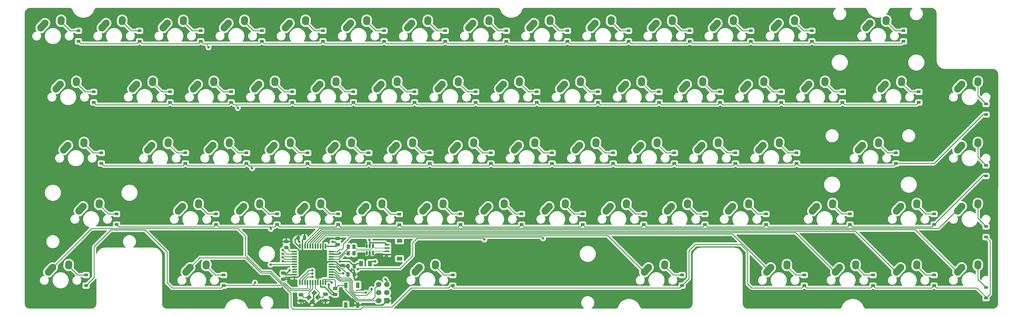
<source format=gbr>
%TF.GenerationSoftware,KiCad,Pcbnew,(6.0.1)*%
%TF.CreationDate,2022-06-09T19:08:29-07:00*%
%TF.ProjectId,artemis-65,61727465-6d69-4732-9d36-352e6b696361,rev?*%
%TF.SameCoordinates,Original*%
%TF.FileFunction,Copper,L2,Bot*%
%TF.FilePolarity,Positive*%
%FSLAX46Y46*%
G04 Gerber Fmt 4.6, Leading zero omitted, Abs format (unit mm)*
G04 Created by KiCad (PCBNEW (6.0.1)) date 2022-06-09 19:08:29*
%MOMM*%
%LPD*%
G01*
G04 APERTURE LIST*
G04 Aperture macros list*
%AMRoundRect*
0 Rectangle with rounded corners*
0 $1 Rounding radius*
0 $2 $3 $4 $5 $6 $7 $8 $9 X,Y pos of 4 corners*
0 Add a 4 corners polygon primitive as box body*
4,1,4,$2,$3,$4,$5,$6,$7,$8,$9,$2,$3,0*
0 Add four circle primitives for the rounded corners*
1,1,$1+$1,$2,$3*
1,1,$1+$1,$4,$5*
1,1,$1+$1,$6,$7*
1,1,$1+$1,$8,$9*
0 Add four rect primitives between the rounded corners*
20,1,$1+$1,$2,$3,$4,$5,0*
20,1,$1+$1,$4,$5,$6,$7,0*
20,1,$1+$1,$6,$7,$8,$9,0*
20,1,$1+$1,$8,$9,$2,$3,0*%
%AMHorizOval*
0 Thick line with rounded ends*
0 $1 width*
0 $2 $3 position (X,Y) of the first rounded end (center of the circle)*
0 $4 $5 position (X,Y) of the second rounded end (center of the circle)*
0 Add line between two ends*
20,1,$1,$2,$3,$4,$5,0*
0 Add two circle primitives to create the rounded ends*
1,1,$1,$2,$3*
1,1,$1,$4,$5*%
%AMRotRect*
0 Rectangle, with rotation*
0 The origin of the aperture is its center*
0 $1 length*
0 $2 width*
0 $3 Rotation angle, in degrees counterclockwise*
0 Add horizontal line*
21,1,$1,$2,0,0,$3*%
G04 Aperture macros list end*
%TA.AperFunction,ComponentPad*%
%ADD10HorizOval,2.250000X0.655001X0.730000X-0.655001X-0.730000X0*%
%TD*%
%TA.AperFunction,ComponentPad*%
%ADD11C,2.250000*%
%TD*%
%TA.AperFunction,ComponentPad*%
%ADD12HorizOval,2.250000X0.020000X0.290000X-0.020000X-0.290000X0*%
%TD*%
%TA.AperFunction,ComponentPad*%
%ADD13C,1.700000*%
%TD*%
%TA.AperFunction,ComponentPad*%
%ADD14R,1.700000X1.700000*%
%TD*%
%TA.AperFunction,SMDPad,CuDef*%
%ADD15R,1.200000X0.900000*%
%TD*%
%TA.AperFunction,SMDPad,CuDef*%
%ADD16RoundRect,0.250000X0.475000X-0.250000X0.475000X0.250000X-0.475000X0.250000X-0.475000X-0.250000X0*%
%TD*%
%TA.AperFunction,SMDPad,CuDef*%
%ADD17RoundRect,0.250000X0.450000X-0.262500X0.450000X0.262500X-0.450000X0.262500X-0.450000X-0.262500X0*%
%TD*%
%TA.AperFunction,SMDPad,CuDef*%
%ADD18R,1.100000X1.800000*%
%TD*%
%TA.AperFunction,SMDPad,CuDef*%
%ADD19RoundRect,0.150000X0.150000X-0.512500X0.150000X0.512500X-0.150000X0.512500X-0.150000X-0.512500X0*%
%TD*%
%TA.AperFunction,SMDPad,CuDef*%
%ADD20R,1.500000X0.550000*%
%TD*%
%TA.AperFunction,SMDPad,CuDef*%
%ADD21R,0.550000X1.500000*%
%TD*%
%TA.AperFunction,SMDPad,CuDef*%
%ADD22RotRect,1.400000X1.200000X40.000000*%
%TD*%
%TA.AperFunction,SMDPad,CuDef*%
%ADD23RoundRect,0.250000X0.250000X0.475000X-0.250000X0.475000X-0.250000X-0.475000X0.250000X-0.475000X0*%
%TD*%
%TA.AperFunction,SMDPad,CuDef*%
%ADD24RoundRect,0.250000X0.262500X0.450000X-0.262500X0.450000X-0.262500X-0.450000X0.262500X-0.450000X0*%
%TD*%
%TA.AperFunction,SMDPad,CuDef*%
%ADD25RoundRect,0.250000X0.375000X0.625000X-0.375000X0.625000X-0.375000X-0.625000X0.375000X-0.625000X0*%
%TD*%
%TA.AperFunction,SMDPad,CuDef*%
%ADD26RoundRect,0.250000X-0.250000X-0.475000X0.250000X-0.475000X0.250000X0.475000X-0.250000X0.475000X0*%
%TD*%
%TA.AperFunction,SMDPad,CuDef*%
%ADD27RoundRect,0.250000X-0.475000X0.250000X-0.475000X-0.250000X0.475000X-0.250000X0.475000X0.250000X0*%
%TD*%
%TA.AperFunction,SMDPad,CuDef*%
%ADD28R,1.800000X1.200000*%
%TD*%
%TA.AperFunction,SMDPad,CuDef*%
%ADD29R,1.550000X0.600000*%
%TD*%
%TA.AperFunction,ViaPad*%
%ADD30C,0.800000*%
%TD*%
%TA.AperFunction,Conductor*%
%ADD31C,0.381000*%
%TD*%
%TA.AperFunction,Conductor*%
%ADD32C,0.250000*%
%TD*%
%TA.AperFunction,Conductor*%
%ADD33C,0.200000*%
%TD*%
G04 APERTURE END LIST*
D10*
%TO.P,MX38,1,COL*%
%TO.N,COL8*%
X173851251Y-61023750D03*
D11*
X174506250Y-60293750D03*
%TO.P,MX38,2,ROW*%
%TO.N,Net-(D38-Pad2)*%
X179546250Y-59213750D03*
D12*
X179526250Y-59503750D03*
%TD*%
D10*
%TO.P,MX20,1,COL*%
%TO.N,COL4*%
X92888751Y-41973750D03*
D11*
X93543750Y-41243750D03*
%TO.P,MX20,2,ROW*%
%TO.N,Net-(D20-Pad2)*%
X98583750Y-40163750D03*
D12*
X98563750Y-40453750D03*
%TD*%
D10*
%TO.P,MX8,1,COL*%
%TO.N,COL1*%
X40501251Y-61023750D03*
D11*
X41156250Y-60293750D03*
D12*
%TO.P,MX8,2,ROW*%
%TO.N,Net-(D8-Pad2)*%
X46176250Y-59503750D03*
D11*
X46196250Y-59213750D03*
%TD*%
%TO.P,MX44,1,COL*%
%TO.N,COL9*%
X203081250Y-79343750D03*
D10*
X202426251Y-80073750D03*
D11*
%TO.P,MX44,2,ROW*%
%TO.N,Net-(D44-Pad2)*%
X208121250Y-78263750D03*
D12*
X208101250Y-78553750D03*
%TD*%
D11*
%TO.P,MX61,1,COL*%
%TO.N,COL13*%
X264993750Y-22193750D03*
D10*
X264338751Y-22923750D03*
D12*
%TO.P,MX61,2,ROW*%
%TO.N,Net-(D61-Pad2)*%
X270013750Y-21403750D03*
D11*
X270033750Y-21113750D03*
%TD*%
D10*
%TO.P,MX28,1,COL*%
%TO.N,COL6*%
X121463751Y-22923750D03*
D11*
X122118750Y-22193750D03*
%TO.P,MX28,2,ROW*%
%TO.N,Net-(D28-Pad2)*%
X127158750Y-21113750D03*
D12*
X127138750Y-21403750D03*
%TD*%
D10*
%TO.P,MX47,1,COL*%
%TO.N,COL10*%
X207188751Y-41973750D03*
D11*
X207843750Y-41243750D03*
D12*
%TO.P,MX47,2,ROW*%
%TO.N,Net-(D47-Pad2)*%
X212863750Y-40453750D03*
D11*
X212883750Y-40163750D03*
%TD*%
%TO.P,MX62,1,COL*%
%TO.N,COL13*%
X269756250Y-41243750D03*
D10*
X269101251Y-41973750D03*
D12*
%TO.P,MX62,2,ROW*%
%TO.N,Net-(D62-Pad2)*%
X274776250Y-40453750D03*
D11*
X274796250Y-40163750D03*
%TD*%
D10*
%TO.P,MX58,1,COL*%
%TO.N,COL12*%
X261957501Y-61023750D03*
D11*
X262612500Y-60293750D03*
%TO.P,MX58,2,ROW*%
%TO.N,Net-(D58-Pad2)*%
X267652500Y-59213750D03*
D12*
X267632500Y-59503750D03*
%TD*%
D10*
%TO.P,MX63,1,COL*%
%TO.N,COL13*%
X292913751Y-41973750D03*
D11*
X293568750Y-41243750D03*
%TO.P,MX63,2,ROW*%
%TO.N,Net-(D63-Pad2)*%
X298608750Y-40163750D03*
D12*
X298588750Y-40453750D03*
%TD*%
D10*
%TO.P,MX37,1,COL*%
%TO.N,COL8*%
X169088751Y-41973750D03*
D11*
X169743750Y-41243750D03*
D12*
%TO.P,MX37,2,ROW*%
%TO.N,Net-(D37-Pad2)*%
X174763750Y-40453750D03*
D11*
X174783750Y-40163750D03*
%TD*%
D10*
%TO.P,MX59,1,COL*%
%TO.N,COL12*%
X273863751Y-80073750D03*
D11*
X274518750Y-79343750D03*
D12*
%TO.P,MX59,2,ROW*%
%TO.N,Net-(D59-Pad2)*%
X279538750Y-78553750D03*
D11*
X279558750Y-78263750D03*
%TD*%
%TO.P,MX56,1,COL*%
%TO.N,COL12*%
X236418750Y-22193750D03*
D10*
X235763751Y-22923750D03*
D11*
%TO.P,MX56,2,ROW*%
%TO.N,Net-(D56-Pad2)*%
X241458750Y-21113750D03*
D12*
X241438750Y-21403750D03*
%TD*%
D10*
%TO.P,MX64,1,COL*%
%TO.N,COL13*%
X292913751Y-61023750D03*
D11*
X293568750Y-60293750D03*
D12*
%TO.P,MX64,2,ROW*%
%TO.N,Net-(D64-Pad2)*%
X298588750Y-59503750D03*
D11*
X298608750Y-59213750D03*
%TD*%
%TO.P,MX32,1,COL*%
%TO.N,COL7*%
X141168750Y-22193750D03*
D10*
X140513751Y-22923750D03*
D11*
%TO.P,MX32,2,ROW*%
%TO.N,Net-(D32-Pad2)*%
X146208750Y-21113750D03*
D12*
X146188750Y-21403750D03*
%TD*%
D11*
%TO.P,MX46,1,COL*%
%TO.N,COL10*%
X198318750Y-22193750D03*
D10*
X197663751Y-22923750D03*
D12*
%TO.P,MX46,2,ROW*%
%TO.N,Net-(D46-Pad2)*%
X203338750Y-21403750D03*
D11*
X203358750Y-21113750D03*
%TD*%
D10*
%TO.P,MX50,1,COL*%
%TO.N,COL10*%
X254813751Y-99123750D03*
D11*
X255468750Y-98393750D03*
D12*
%TO.P,MX50,2,ROW*%
%TO.N,Net-(D50-Pad2)*%
X260488750Y-97603750D03*
D11*
X260508750Y-97313750D03*
%TD*%
D10*
%TO.P,MX49,1,COL*%
%TO.N,COL10*%
X221476251Y-80073750D03*
D11*
X222131250Y-79343750D03*
D12*
%TO.P,MX49,2,ROW*%
%TO.N,Net-(D49-Pad2)*%
X227151250Y-78553750D03*
D11*
X227171250Y-78263750D03*
%TD*%
D10*
%TO.P,MX23,1,COL*%
%TO.N,COL5*%
X102413751Y-22923750D03*
D11*
X103068750Y-22193750D03*
%TO.P,MX23,2,ROW*%
%TO.N,Net-(D23-Pad2)*%
X108108750Y-21113750D03*
D12*
X108088750Y-21403750D03*
%TD*%
D10*
%TO.P,MX15,1,COL*%
%TO.N,COL3*%
X64313751Y-22923750D03*
D11*
X64968750Y-22193750D03*
%TO.P,MX15,2,ROW*%
%TO.N,Net-(D15-Pad2)*%
X70008750Y-21113750D03*
D12*
X69988750Y-21403750D03*
%TD*%
D10*
%TO.P,MX5,1,COL*%
%TO.N,COL0*%
X9545001Y-99123750D03*
D11*
X10200000Y-98393750D03*
D12*
%TO.P,MX5,2,ROW*%
%TO.N,Net-(D5-Pad2)*%
X15220000Y-97603750D03*
D11*
X15240000Y-97313750D03*
%TD*%
D10*
%TO.P,MX33,1,COL*%
%TO.N,COL7*%
X150038751Y-41973750D03*
D11*
X150693750Y-41243750D03*
%TO.P,MX33,2,ROW*%
%TO.N,Net-(D33-Pad2)*%
X155733750Y-40163750D03*
D12*
X155713750Y-40453750D03*
%TD*%
D11*
%TO.P,MX2,1,COL*%
%TO.N,COL0*%
X12581250Y-41243750D03*
D10*
X11926251Y-41973750D03*
D12*
%TO.P,MX2,2,ROW*%
%TO.N,Net-(D2-Pad2)*%
X17601250Y-40453750D03*
D11*
X17621250Y-40163750D03*
%TD*%
D10*
%TO.P,MX57,1,COL*%
%TO.N,COL12*%
X245288751Y-41973750D03*
D11*
X245943750Y-41243750D03*
%TO.P,MX57,2,ROW*%
%TO.N,Net-(D57-Pad2)*%
X250983750Y-40163750D03*
D12*
X250963750Y-40453750D03*
%TD*%
D11*
%TO.P,MX31,1,COL*%
%TO.N,COL6*%
X145931250Y-79343750D03*
D10*
X145276251Y-80073750D03*
D12*
%TO.P,MX31,2,ROW*%
%TO.N,Net-(D31-Pad2)*%
X150951250Y-78553750D03*
D11*
X150971250Y-78263750D03*
%TD*%
D10*
%TO.P,MX21,1,COL*%
%TO.N,COL4*%
X97651251Y-61023750D03*
D11*
X98306250Y-60293750D03*
%TO.P,MX21,2,ROW*%
%TO.N,Net-(D21-Pad2)*%
X103346250Y-59213750D03*
D12*
X103326250Y-59503750D03*
%TD*%
D11*
%TO.P,MX29,1,COL*%
%TO.N,COL6*%
X131643750Y-41243750D03*
D10*
X130988751Y-41973750D03*
D11*
%TO.P,MX29,2,ROW*%
%TO.N,Net-(D29-Pad2)*%
X136683750Y-40163750D03*
D12*
X136663750Y-40453750D03*
%TD*%
D11*
%TO.P,MX22,1,COL*%
%TO.N,COL4*%
X107831250Y-79343750D03*
D10*
X107176251Y-80073750D03*
D11*
%TO.P,MX22,2,ROW*%
%TO.N,Net-(D22-Pad2)*%
X112871250Y-78263750D03*
D12*
X112851250Y-78553750D03*
%TD*%
D10*
%TO.P,MX18,1,COL*%
%TO.N,COL3*%
X88126251Y-80073750D03*
D11*
X88781250Y-79343750D03*
D12*
%TO.P,MX18,2,ROW*%
%TO.N,Net-(D18-Pad2)*%
X93801250Y-78553750D03*
D11*
X93821250Y-78263750D03*
%TD*%
D10*
%TO.P,MX10,1,COL*%
%TO.N,COL1*%
X52407501Y-99123750D03*
D11*
X53062500Y-98393750D03*
D12*
%TO.P,MX10,2,ROW*%
%TO.N,Net-(D10-Pad2)*%
X58082500Y-97603750D03*
D11*
X58102500Y-97313750D03*
%TD*%
D10*
%TO.P,MX55,1,COL*%
%TO.N,COL11*%
X273863751Y-99123750D03*
D11*
X274518750Y-98393750D03*
%TO.P,MX55,2,ROW*%
%TO.N,Net-(D55-Pad2)*%
X279558750Y-97313750D03*
D12*
X279538750Y-97603750D03*
%TD*%
D11*
%TO.P,MX27,1,COL*%
%TO.N,COL5*%
X124500000Y-98393750D03*
D10*
X123845001Y-99123750D03*
D11*
%TO.P,MX27,2,ROW*%
%TO.N,Net-(D27-Pad2)*%
X129540000Y-97313750D03*
D12*
X129520000Y-97603750D03*
%TD*%
D11*
%TO.P,MX3,1,COL*%
%TO.N,COL0*%
X14962500Y-60293750D03*
D10*
X14307501Y-61023750D03*
D11*
%TO.P,MX3,2,ROW*%
%TO.N,Net-(D3-Pad2)*%
X20002500Y-59213750D03*
D12*
X19982500Y-59503750D03*
%TD*%
D10*
%TO.P,MX6,1,COL*%
%TO.N,COL1*%
X26213751Y-22923750D03*
D11*
X26868750Y-22193750D03*
%TO.P,MX6,2,ROW*%
%TO.N,Net-(D6-Pad2)*%
X31908750Y-21113750D03*
D12*
X31888750Y-21403750D03*
%TD*%
D11*
%TO.P,MX45,1,COL*%
%TO.N,COL9*%
X234037500Y-98393750D03*
D10*
X233382501Y-99123750D03*
D12*
%TO.P,MX45,2,ROW*%
%TO.N,Net-(D45-Pad2)*%
X239057500Y-97603750D03*
D11*
X239077500Y-97313750D03*
%TD*%
D10*
%TO.P,MX16,1,COL*%
%TO.N,COL3*%
X73838751Y-41973750D03*
D11*
X74493750Y-41243750D03*
D12*
%TO.P,MX16,2,ROW*%
%TO.N,Net-(D16-Pad2)*%
X79513750Y-40453750D03*
D11*
X79533750Y-40163750D03*
%TD*%
D10*
%TO.P,MX53,1,COL*%
%TO.N,COL11*%
X231001251Y-61023750D03*
D11*
X231656250Y-60293750D03*
%TO.P,MX53,2,ROW*%
%TO.N,Net-(D53-Pad2)*%
X236696250Y-59213750D03*
D12*
X236676250Y-59503750D03*
%TD*%
D11*
%TO.P,MX39,1,COL*%
%TO.N,COL8*%
X184031250Y-79343750D03*
D10*
X183376251Y-80073750D03*
D11*
%TO.P,MX39,2,ROW*%
%TO.N,Net-(D39-Pad2)*%
X189071250Y-78263750D03*
D12*
X189051250Y-78553750D03*
%TD*%
D11*
%TO.P,MX30,1,COL*%
%TO.N,COL6*%
X136406250Y-60293750D03*
D10*
X135751251Y-61023750D03*
D12*
%TO.P,MX30,2,ROW*%
%TO.N,Net-(D30-Pad2)*%
X141426250Y-59503750D03*
D11*
X141446250Y-59213750D03*
%TD*%
D10*
%TO.P,MX14,1,COL*%
%TO.N,COL2*%
X69076251Y-80073750D03*
D11*
X69731250Y-79343750D03*
%TO.P,MX14,2,ROW*%
%TO.N,Net-(D14-Pad2)*%
X74771250Y-78263750D03*
D12*
X74751250Y-78553750D03*
%TD*%
D11*
%TO.P,MX60,1,COL*%
%TO.N,COL12*%
X293568750Y-98393750D03*
D10*
X292913751Y-99123750D03*
D12*
%TO.P,MX60,2,ROW*%
%TO.N,Net-(D60-Pad2)*%
X298588750Y-97603750D03*
D11*
X298608750Y-97313750D03*
%TD*%
%TO.P,MX36,1,COL*%
%TO.N,COL8*%
X160218750Y-22193750D03*
D10*
X159563751Y-22923750D03*
D12*
%TO.P,MX36,2,ROW*%
%TO.N,Net-(D36-Pad2)*%
X165238750Y-21403750D03*
D11*
X165258750Y-21113750D03*
%TD*%
D10*
%TO.P,MX4,1,COL*%
%TO.N,COL0*%
X19070001Y-80073750D03*
D11*
X19725000Y-79343750D03*
%TO.P,MX4,2,ROW*%
%TO.N,Net-(D4-Pad2)*%
X24765000Y-78263750D03*
D12*
X24745000Y-78553750D03*
%TD*%
D13*
%TO.P,J1,1,MISO*%
%TO.N,MISO*%
X111810800Y-103694300D03*
%TO.P,J1,2,VCC*%
%TO.N,+5V*%
X114350800Y-103694300D03*
%TO.P,J1,3,SCK*%
%TO.N,SCK*%
X111810800Y-106234300D03*
%TO.P,J1,4,MOSI*%
%TO.N,MOSI*%
X114350800Y-106234300D03*
%TO.P,J1,5,~{RST}*%
%TO.N,RESET*%
X111810800Y-108774300D03*
D14*
%TO.P,J1,6,GND*%
%TO.N,GND*%
X114350800Y-108774300D03*
%TD*%
D11*
%TO.P,MX19,1,COL*%
%TO.N,COL4*%
X84018750Y-22193750D03*
D10*
X83363751Y-22923750D03*
D12*
%TO.P,MX19,2,ROW*%
%TO.N,Net-(D19-Pad2)*%
X89038750Y-21403750D03*
D11*
X89058750Y-21113750D03*
%TD*%
%TO.P,MX48,1,COL*%
%TO.N,COL10*%
X212606250Y-60293750D03*
D10*
X211951251Y-61023750D03*
D11*
%TO.P,MX48,2,ROW*%
%TO.N,Net-(D48-Pad2)*%
X217646250Y-59213750D03*
D12*
X217626250Y-59503750D03*
%TD*%
D11*
%TO.P,MX24,1,COL*%
%TO.N,COL5*%
X112593750Y-41243750D03*
D10*
X111938751Y-41973750D03*
D12*
%TO.P,MX24,2,ROW*%
%TO.N,Net-(D24-Pad2)*%
X117613750Y-40453750D03*
D11*
X117633750Y-40163750D03*
%TD*%
D10*
%TO.P,MX17,1,COL*%
%TO.N,COL3*%
X78601251Y-61023750D03*
D11*
X79256250Y-60293750D03*
D12*
%TO.P,MX17,2,ROW*%
%TO.N,Net-(D17-Pad2)*%
X84276250Y-59503750D03*
D11*
X84296250Y-59213750D03*
%TD*%
D10*
%TO.P,MX9,1,COL*%
%TO.N,COL1*%
X50026251Y-80073750D03*
D11*
X50681250Y-79343750D03*
D12*
%TO.P,MX9,2,ROW*%
%TO.N,Net-(D9-Pad2)*%
X55701250Y-78553750D03*
D11*
X55721250Y-78263750D03*
%TD*%
D10*
%TO.P,MX35,1,COL*%
%TO.N,COL7*%
X164326251Y-80073750D03*
D11*
X164981250Y-79343750D03*
D12*
%TO.P,MX35,2,ROW*%
%TO.N,Net-(D35-Pad2)*%
X170001250Y-78553750D03*
D11*
X170021250Y-78263750D03*
%TD*%
D10*
%TO.P,MX13,1,COL*%
%TO.N,COL2*%
X59551251Y-61023750D03*
D11*
X60206250Y-60293750D03*
%TO.P,MX13,2,ROW*%
%TO.N,Net-(D13-Pad2)*%
X65246250Y-59213750D03*
D12*
X65226250Y-59503750D03*
%TD*%
D11*
%TO.P,MX51,1,COL*%
%TO.N,COL11*%
X217368750Y-22193750D03*
D10*
X216713751Y-22923750D03*
D11*
%TO.P,MX51,2,ROW*%
%TO.N,Net-(D51-Pad2)*%
X222408750Y-21113750D03*
D12*
X222388750Y-21403750D03*
%TD*%
D11*
%TO.P,MX42,1,COL*%
%TO.N,COL9*%
X188793750Y-41243750D03*
D10*
X188138751Y-41973750D03*
D12*
%TO.P,MX42,2,ROW*%
%TO.N,Net-(D42-Pad2)*%
X193813750Y-40453750D03*
D11*
X193833750Y-40163750D03*
%TD*%
%TO.P,MX40,1,COL*%
%TO.N,COL8*%
X195937500Y-98393750D03*
D10*
X195282501Y-99123750D03*
D11*
%TO.P,MX40,2,ROW*%
%TO.N,Net-(D40-Pad2)*%
X200977500Y-97313750D03*
D12*
X200957500Y-97603750D03*
%TD*%
D11*
%TO.P,MX1,1,COL*%
%TO.N,COL0*%
X7818750Y-22193750D03*
D10*
X7163751Y-22923750D03*
D11*
%TO.P,MX1,2,ROW*%
%TO.N,Net-(D1-Pad2)*%
X12858750Y-21113750D03*
D12*
X12838750Y-21403750D03*
%TD*%
D10*
%TO.P,MX65,1,COL*%
%TO.N,COL13*%
X292913751Y-80073750D03*
D11*
X293568750Y-79343750D03*
%TO.P,MX65,2,ROW*%
%TO.N,Net-(D65-Pad2)*%
X298608750Y-78263750D03*
D12*
X298588750Y-78553750D03*
%TD*%
D11*
%TO.P,MX54,1,COL*%
%TO.N,COL11*%
X248325000Y-79343750D03*
D10*
X247670001Y-80073750D03*
D11*
%TO.P,MX54,2,ROW*%
%TO.N,Net-(D54-Pad2)*%
X253365000Y-78263750D03*
D12*
X253345000Y-78553750D03*
%TD*%
D11*
%TO.P,MX12,1,COL*%
%TO.N,COL2*%
X55443750Y-41243750D03*
D10*
X54788751Y-41973750D03*
D11*
%TO.P,MX12,2,ROW*%
%TO.N,Net-(D12-Pad2)*%
X60483750Y-40163750D03*
D12*
X60463750Y-40453750D03*
%TD*%
D11*
%TO.P,MX11,1,COL*%
%TO.N,COL2*%
X45918750Y-22193750D03*
D10*
X45263751Y-22923750D03*
D11*
%TO.P,MX11,2,ROW*%
%TO.N,Net-(D11-Pad2)*%
X50958750Y-21113750D03*
D12*
X50938750Y-21403750D03*
%TD*%
D10*
%TO.P,MX41,1,COL*%
%TO.N,COL9*%
X178613751Y-22923750D03*
D11*
X179268750Y-22193750D03*
%TO.P,MX41,2,ROW*%
%TO.N,Net-(D41-Pad2)*%
X184308750Y-21113750D03*
D12*
X184288750Y-21403750D03*
%TD*%
D10*
%TO.P,MX34,1,COL*%
%TO.N,COL7*%
X154801251Y-61023750D03*
D11*
X155456250Y-60293750D03*
D12*
%TO.P,MX34,2,ROW*%
%TO.N,Net-(D34-Pad2)*%
X160476250Y-59503750D03*
D11*
X160496250Y-59213750D03*
%TD*%
%TO.P,MX26,1,COL*%
%TO.N,COL5*%
X126881250Y-79343750D03*
D10*
X126226251Y-80073750D03*
D11*
%TO.P,MX26,2,ROW*%
%TO.N,Net-(D26-Pad2)*%
X131921250Y-78263750D03*
D12*
X131901250Y-78553750D03*
%TD*%
D11*
%TO.P,MX43,1,COL*%
%TO.N,COL9*%
X193556250Y-60293750D03*
D10*
X192901251Y-61023750D03*
D11*
%TO.P,MX43,2,ROW*%
%TO.N,Net-(D43-Pad2)*%
X198596250Y-59213750D03*
D12*
X198576250Y-59503750D03*
%TD*%
D11*
%TO.P,MX7,1,COL*%
%TO.N,COL1*%
X36393750Y-41243750D03*
D10*
X35738751Y-41973750D03*
D11*
%TO.P,MX7,2,ROW*%
%TO.N,Net-(D7-Pad2)*%
X41433750Y-40163750D03*
D12*
X41413750Y-40453750D03*
%TD*%
D11*
%TO.P,MX25,1,COL*%
%TO.N,COL5*%
X117356250Y-60293750D03*
D10*
X116701251Y-61023750D03*
D11*
%TO.P,MX25,2,ROW*%
%TO.N,Net-(D25-Pad2)*%
X122396250Y-59213750D03*
D12*
X122376250Y-59503750D03*
%TD*%
D10*
%TO.P,MX52,1,COL*%
%TO.N,COL11*%
X226238751Y-41973750D03*
D11*
X226893750Y-41243750D03*
D12*
%TO.P,MX52,2,ROW*%
%TO.N,Net-(D52-Pad2)*%
X231913750Y-40453750D03*
D11*
X231933750Y-40163750D03*
%TD*%
D15*
%TO.P,D62,1,K*%
%TO.N,ROW1*%
X280193750Y-46893750D03*
%TO.P,D62,2,A*%
%TO.N,Net-(D62-Pad2)*%
X280193750Y-43593750D03*
%TD*%
%TO.P,D20,1,K*%
%TO.N,ROW1*%
X103981250Y-46893750D03*
%TO.P,D20,2,A*%
%TO.N,Net-(D20-Pad2)*%
X103981250Y-43593750D03*
%TD*%
%TO.P,D17,1,K*%
%TO.N,ROW2*%
X89693750Y-65943750D03*
%TO.P,D17,2,A*%
%TO.N,Net-(D17-Pad2)*%
X89693750Y-62643750D03*
%TD*%
%TO.P,D5,1,K*%
%TO.N,ROW4*%
X20637500Y-104043750D03*
%TO.P,D5,2,A*%
%TO.N,Net-(D5-Pad2)*%
X20637500Y-100743750D03*
%TD*%
%TO.P,D55,1,K*%
%TO.N,ROW4*%
X284956250Y-104043750D03*
%TO.P,D55,2,A*%
%TO.N,Net-(D55-Pad2)*%
X284956250Y-100743750D03*
%TD*%
%TO.P,D27,1,K*%
%TO.N,ROW4*%
X134937500Y-104043750D03*
%TO.P,D27,2,A*%
%TO.N,Net-(D27-Pad2)*%
X134937500Y-100743750D03*
%TD*%
D16*
%TO.P,C2,2*%
%TO.N,GND*%
X99060000Y-89347000D03*
%TO.P,C2,1*%
%TO.N,+5V*%
X99060000Y-91247000D03*
%TD*%
D15*
%TO.P,D11,1,K*%
%TO.N,ROW0*%
X56356250Y-27843750D03*
%TO.P,D11,2,A*%
%TO.N,Net-(D11-Pad2)*%
X56356250Y-24543750D03*
%TD*%
%TO.P,D31,1,K*%
%TO.N,ROW3*%
X156368750Y-84993750D03*
%TO.P,D31,2,A*%
%TO.N,Net-(D31-Pad2)*%
X156368750Y-81693750D03*
%TD*%
%TO.P,D16,1,K*%
%TO.N,ROW1*%
X84931250Y-46893750D03*
%TO.P,D16,2,A*%
%TO.N,Net-(D16-Pad2)*%
X84931250Y-43593750D03*
%TD*%
D17*
%TO.P,R4,1*%
%TO.N,+5V*%
X98298000Y-106779700D03*
%TO.P,R4,2*%
%TO.N,RESET*%
X98298000Y-104954700D03*
%TD*%
D15*
%TO.P,D3,1,K*%
%TO.N,ROW2*%
X25400000Y-65943750D03*
%TO.P,D3,2,A*%
%TO.N,Net-(D3-Pad2)*%
X25400000Y-62643750D03*
%TD*%
%TO.P,D46,1,K*%
%TO.N,ROW0*%
X208756250Y-27843750D03*
%TO.P,D46,2,A*%
%TO.N,Net-(D46-Pad2)*%
X208756250Y-24543750D03*
%TD*%
D18*
%TO.P,SW1,1,1*%
%TO.N,GND*%
X105329600Y-110135600D03*
%TO.P,SW1,2,2*%
%TO.N,RESET*%
X101629600Y-103935600D03*
%TO.P,SW1,3*%
%TO.N,N/C*%
X101629600Y-110135600D03*
%TO.P,SW1,4*%
X105329600Y-103935600D03*
%TD*%
D15*
%TO.P,D35,1,K*%
%TO.N,ROW3*%
X175418750Y-84993750D03*
%TO.P,D35,2,A*%
%TO.N,Net-(D35-Pad2)*%
X175418750Y-81693750D03*
%TD*%
D16*
%TO.P,C5,1*%
%TO.N,GND*%
X95250000Y-108646000D03*
%TO.P,C5,2*%
%TO.N,XTAL2*%
X95250000Y-106746000D03*
%TD*%
D19*
%TO.P,U2,1,IO1*%
%TO.N,D+*%
X110017600Y-93974500D03*
%TO.P,U2,2,VN*%
%TO.N,GND*%
X109067600Y-93974500D03*
%TO.P,U2,3,IO2*%
%TO.N,unconnected-(U2-Pad3)*%
X108117600Y-93974500D03*
%TO.P,U2,4,IO3*%
%TO.N,unconnected-(U2-Pad4)*%
X108117600Y-91699500D03*
%TO.P,U2,5,VP*%
%TO.N,VBUS*%
X109067600Y-91699500D03*
%TO.P,U2,6,IO4*%
%TO.N,D-*%
X110017600Y-91699500D03*
%TD*%
D15*
%TO.P,D50,1,K*%
%TO.N,ROW4*%
X265906250Y-104043750D03*
%TO.P,D50,2,A*%
%TO.N,Net-(D50-Pad2)*%
X265906250Y-100743750D03*
%TD*%
%TO.P,D52,1,K*%
%TO.N,ROW1*%
X237331250Y-46893750D03*
%TO.P,D52,2,A*%
%TO.N,Net-(D52-Pad2)*%
X237331250Y-43593750D03*
%TD*%
%TO.P,D23,1,K*%
%TO.N,ROW0*%
X113506250Y-27843750D03*
%TO.P,D23,2,A*%
%TO.N,Net-(D23-Pad2)*%
X113506250Y-24543750D03*
%TD*%
%TO.P,D49,1,K*%
%TO.N,ROW3*%
X232568750Y-84993750D03*
%TO.P,D49,2,A*%
%TO.N,Net-(D49-Pad2)*%
X232568750Y-81693750D03*
%TD*%
%TO.P,D54,1,K*%
%TO.N,ROW3*%
X258762500Y-84993750D03*
%TO.P,D54,2,A*%
%TO.N,Net-(D54-Pad2)*%
X258762500Y-81693750D03*
%TD*%
%TO.P,D29,1,K*%
%TO.N,ROW1*%
X142081250Y-46893750D03*
%TO.P,D29,2,A*%
%TO.N,Net-(D29-Pad2)*%
X142081250Y-43593750D03*
%TD*%
%TO.P,D9,1,K*%
%TO.N,ROW3*%
X61118750Y-84993750D03*
%TO.P,D9,2,A*%
%TO.N,Net-(D9-Pad2)*%
X61118750Y-81693750D03*
%TD*%
%TO.P,D57,1,K*%
%TO.N,ROW1*%
X256381250Y-46893750D03*
%TO.P,D57,2,A*%
%TO.N,Net-(D57-Pad2)*%
X256381250Y-43593750D03*
%TD*%
D20*
%TO.P,U1,1,PE6*%
%TO.N,COL7*%
X96981250Y-93409000D03*
%TO.P,U1,2,UVCC*%
%TO.N,+5V*%
X96981250Y-94209000D03*
%TO.P,U1,3,D-*%
%TO.N,Net-(R2-Pad2)*%
X96981250Y-95009000D03*
%TO.P,U1,4,D+*%
%TO.N,Net-(R1-Pad2)*%
X96981250Y-95809000D03*
%TO.P,U1,5,UGND*%
%TO.N,GND*%
X96981250Y-96609000D03*
%TO.P,U1,6,UCAP*%
%TO.N,Net-(C1-Pad1)*%
X96981250Y-97409000D03*
%TO.P,U1,7,VBUS*%
%TO.N,+5V*%
X96981250Y-98209000D03*
%TO.P,U1,8,PB0*%
%TO.N,COL6*%
X96981250Y-99009000D03*
%TO.P,U1,9,PB1*%
%TO.N,SCK*%
X96981250Y-99809000D03*
%TO.P,U1,10,PB2*%
%TO.N,MOSI*%
X96981250Y-100609000D03*
%TO.P,U1,11,PB3*%
%TO.N,MISO*%
X96981250Y-101409000D03*
D21*
%TO.P,U1,12,PB7*%
%TO.N,COL5*%
X95281250Y-103109000D03*
%TO.P,U1,13,~{RESET}*%
%TO.N,RESET*%
X94481250Y-103109000D03*
%TO.P,U1,14,VCC*%
%TO.N,+5V*%
X93681250Y-103109000D03*
%TO.P,U1,15,GND*%
%TO.N,GND*%
X92881250Y-103109000D03*
%TO.P,U1,16,XTAL2*%
%TO.N,XTAL2*%
X92081250Y-103109000D03*
%TO.P,U1,17,XTAL1*%
%TO.N,XTAL1*%
X91281250Y-103109000D03*
%TO.P,U1,18,PD0*%
%TO.N,COL1*%
X90481250Y-103109000D03*
%TO.P,U1,19,PD1*%
%TO.N,COL0*%
X89681250Y-103109000D03*
%TO.P,U1,20,PD2*%
%TO.N,COL2*%
X88881250Y-103109000D03*
%TO.P,U1,21,PD3*%
%TO.N,COL3*%
X88081250Y-103109000D03*
%TO.P,U1,22,PD5*%
%TO.N,COL4*%
X87281250Y-103109000D03*
D20*
%TO.P,U1,23,GND*%
%TO.N,GND*%
X85581250Y-101409000D03*
%TO.P,U1,24,AVCC*%
%TO.N,+5V*%
X85581250Y-100609000D03*
%TO.P,U1,25,PD4*%
%TO.N,unconnected-(U1-Pad25)*%
X85581250Y-99809000D03*
%TO.P,U1,26,PD6*%
%TO.N,unconnected-(U1-Pad26)*%
X85581250Y-99009000D03*
%TO.P,U1,27,PD7*%
%TO.N,unconnected-(U1-Pad27)*%
X85581250Y-98209000D03*
%TO.P,U1,28,PB4*%
%TO.N,ROW4*%
X85581250Y-97409000D03*
%TO.P,U1,29,PB5*%
%TO.N,ROW3*%
X85581250Y-96609000D03*
%TO.P,U1,30,PB6*%
%TO.N,ROW2*%
X85581250Y-95809000D03*
%TO.P,U1,31,PC6*%
%TO.N,ROW1*%
X85581250Y-95009000D03*
%TO.P,U1,32,PC7*%
%TO.N,ROW0*%
X85581250Y-94209000D03*
%TO.P,U1,33,~{HWB}/PE2*%
%TO.N,Net-(R3-Pad1)*%
X85581250Y-93409000D03*
D21*
%TO.P,U1,34,VCC*%
%TO.N,+5V*%
X87281250Y-91709000D03*
%TO.P,U1,35,GND*%
%TO.N,GND*%
X88081250Y-91709000D03*
%TO.P,U1,36,PF7*%
%TO.N,COL13*%
X88881250Y-91709000D03*
%TO.P,U1,37,PF6*%
%TO.N,COL12*%
X89681250Y-91709000D03*
%TO.P,U1,38,PF5*%
%TO.N,COL11*%
X90481250Y-91709000D03*
%TO.P,U1,39,PF4*%
%TO.N,COL10*%
X91281250Y-91709000D03*
%TO.P,U1,40,PF1*%
%TO.N,COL9*%
X92081250Y-91709000D03*
%TO.P,U1,41,PF0*%
%TO.N,COL8*%
X92881250Y-91709000D03*
%TO.P,U1,42,AREF*%
%TO.N,unconnected-(U1-Pad42)*%
X93681250Y-91709000D03*
%TO.P,U1,43,GND*%
%TO.N,GND*%
X94481250Y-91709000D03*
%TO.P,U1,44,AVCC*%
%TO.N,+5V*%
X95281250Y-91709000D03*
%TD*%
D15*
%TO.P,D34,1,K*%
%TO.N,ROW2*%
X165893750Y-65943750D03*
%TO.P,D34,2,A*%
%TO.N,Net-(D34-Pad2)*%
X165893750Y-62643750D03*
%TD*%
%TO.P,D32,1,K*%
%TO.N,ROW0*%
X151606250Y-27843750D03*
%TO.P,D32,2,A*%
%TO.N,Net-(D32-Pad2)*%
X151606250Y-24543750D03*
%TD*%
%TO.P,D41,1,K*%
%TO.N,ROW0*%
X189706250Y-27843750D03*
%TO.P,D41,2,A*%
%TO.N,Net-(D41-Pad2)*%
X189706250Y-24543750D03*
%TD*%
%TO.P,D24,1,K*%
%TO.N,ROW1*%
X123031250Y-46893750D03*
%TO.P,D24,2,A*%
%TO.N,Net-(D24-Pad2)*%
X123031250Y-43593750D03*
%TD*%
%TO.P,D21,1,K*%
%TO.N,ROW2*%
X108743750Y-65943750D03*
%TO.P,D21,2,A*%
%TO.N,Net-(D21-Pad2)*%
X108743750Y-62643750D03*
%TD*%
%TO.P,D61,1,K*%
%TO.N,ROW0*%
X275431250Y-27843750D03*
%TO.P,D61,2,A*%
%TO.N,Net-(D61-Pad2)*%
X275431250Y-24543750D03*
%TD*%
D22*
%TO.P,Y1,1,1*%
%TO.N,XTAL1*%
X90050982Y-107751929D03*
%TO.P,Y1,2,2*%
%TO.N,GND*%
X91736279Y-106337796D03*
%TO.P,Y1,3,3*%
%TO.N,XTAL2*%
X92829018Y-107640071D03*
%TO.P,Y1,4,4*%
%TO.N,GND*%
X91143721Y-109054204D03*
%TD*%
D15*
%TO.P,D44,1,K*%
%TO.N,ROW3*%
X213518750Y-84993750D03*
%TO.P,D44,2,A*%
%TO.N,Net-(D44-Pad2)*%
X213518750Y-81693750D03*
%TD*%
%TO.P,D37,1,K*%
%TO.N,ROW1*%
X180181250Y-46893750D03*
%TO.P,D37,2,A*%
%TO.N,Net-(D37-Pad2)*%
X180181250Y-43593750D03*
%TD*%
%TO.P,D58,1,K*%
%TO.N,ROW2*%
X273050000Y-65943750D03*
%TO.P,D58,2,A*%
%TO.N,Net-(D58-Pad2)*%
X273050000Y-62643750D03*
%TD*%
%TO.P,D6,1,K*%
%TO.N,ROW0*%
X37306250Y-27843750D03*
%TO.P,D6,2,A*%
%TO.N,Net-(D6-Pad2)*%
X37306250Y-24543750D03*
%TD*%
%TO.P,D40,1,K*%
%TO.N,ROW4*%
X206375000Y-104043750D03*
%TO.P,D40,2,A*%
%TO.N,Net-(D40-Pad2)*%
X206375000Y-100743750D03*
%TD*%
%TO.P,D43,1,K*%
%TO.N,ROW2*%
X203993750Y-65943750D03*
%TO.P,D43,2,A*%
%TO.N,Net-(D43-Pad2)*%
X203993750Y-62643750D03*
%TD*%
%TO.P,D1,1,K*%
%TO.N,ROW0*%
X18256250Y-27843750D03*
%TO.P,D1,2,A*%
%TO.N,Net-(D1-Pad2)*%
X18256250Y-24543750D03*
%TD*%
%TO.P,D36,1,K*%
%TO.N,ROW0*%
X170656250Y-27843750D03*
%TO.P,D36,2,A*%
%TO.N,Net-(D36-Pad2)*%
X170656250Y-24543750D03*
%TD*%
%TO.P,D56,1,K*%
%TO.N,ROW0*%
X246856250Y-27843750D03*
%TO.P,D56,2,A*%
%TO.N,Net-(D56-Pad2)*%
X246856250Y-24543750D03*
%TD*%
%TO.P,D63,1,K*%
%TO.N,ROW2*%
X301117000Y-50672000D03*
%TO.P,D63,2,A*%
%TO.N,Net-(D63-Pad2)*%
X301117000Y-47372000D03*
%TD*%
%TO.P,D51,1,K*%
%TO.N,ROW0*%
X227806250Y-27843750D03*
%TO.P,D51,2,A*%
%TO.N,Net-(D51-Pad2)*%
X227806250Y-24543750D03*
%TD*%
%TO.P,D30,1,K*%
%TO.N,ROW2*%
X146843750Y-65943750D03*
%TO.P,D30,2,A*%
%TO.N,Net-(D30-Pad2)*%
X146843750Y-62643750D03*
%TD*%
D17*
%TO.P,R3,1*%
%TO.N,Net-(R3-Pad1)*%
X83058000Y-92149300D03*
%TO.P,R3,2*%
%TO.N,GND*%
X83058000Y-90324300D03*
%TD*%
D15*
%TO.P,D64,1,K*%
%TO.N,ROW3*%
X301117000Y-69849000D03*
%TO.P,D64,2,A*%
%TO.N,Net-(D64-Pad2)*%
X301117000Y-66549000D03*
%TD*%
%TO.P,D45,1,K*%
%TO.N,ROW4*%
X244475000Y-104043750D03*
%TO.P,D45,2,A*%
%TO.N,Net-(D45-Pad2)*%
X244475000Y-100743750D03*
%TD*%
D16*
%TO.P,C6,1*%
%TO.N,GND*%
X87630000Y-108773000D03*
%TO.P,C6,2*%
%TO.N,XTAL1*%
X87630000Y-106873000D03*
%TD*%
D15*
%TO.P,D33,1,K*%
%TO.N,ROW1*%
X161131250Y-46893750D03*
%TO.P,D33,2,A*%
%TO.N,Net-(D33-Pad2)*%
X161131250Y-43593750D03*
%TD*%
%TO.P,D18,1,K*%
%TO.N,ROW3*%
X99218750Y-84993750D03*
%TO.P,D18,2,A*%
%TO.N,Net-(D18-Pad2)*%
X99218750Y-81693750D03*
%TD*%
%TO.P,D65,1,K*%
%TO.N,ROW4*%
X301117000Y-88899000D03*
%TO.P,D65,2,A*%
%TO.N,Net-(D65-Pad2)*%
X301117000Y-85599000D03*
%TD*%
%TO.P,D13,1,K*%
%TO.N,ROW2*%
X70643750Y-65943750D03*
%TO.P,D13,2,A*%
%TO.N,Net-(D13-Pad2)*%
X70643750Y-62643750D03*
%TD*%
%TO.P,D59,1,K*%
%TO.N,ROW3*%
X284956250Y-84993750D03*
%TO.P,D59,2,A*%
%TO.N,Net-(D59-Pad2)*%
X284956250Y-81693750D03*
%TD*%
%TO.P,D60,2,A*%
%TO.N,Net-(D60-Pad2)*%
X301117000Y-104649000D03*
%TO.P,D60,1,K*%
%TO.N,ROW4*%
X301117000Y-107949000D03*
%TD*%
%TO.P,D28,1,K*%
%TO.N,ROW0*%
X132556250Y-27843750D03*
%TO.P,D28,2,A*%
%TO.N,Net-(D28-Pad2)*%
X132556250Y-24543750D03*
%TD*%
%TO.P,D26,1,K*%
%TO.N,ROW3*%
X137318750Y-84993750D03*
%TO.P,D26,2,A*%
%TO.N,Net-(D26-Pad2)*%
X137318750Y-81693750D03*
%TD*%
%TO.P,D12,1,K*%
%TO.N,ROW1*%
X65881250Y-46893750D03*
%TO.P,D12,2,A*%
%TO.N,Net-(D12-Pad2)*%
X65881250Y-43593750D03*
%TD*%
%TO.P,D2,1,K*%
%TO.N,ROW1*%
X23018750Y-46893750D03*
%TO.P,D2,2,A*%
%TO.N,Net-(D2-Pad2)*%
X23018750Y-43593750D03*
%TD*%
%TO.P,D48,1,K*%
%TO.N,ROW2*%
X223043750Y-65943750D03*
%TO.P,D48,2,A*%
%TO.N,Net-(D48-Pad2)*%
X223043750Y-62643750D03*
%TD*%
%TO.P,D4,1,K*%
%TO.N,ROW3*%
X30162500Y-84993750D03*
%TO.P,D4,2,A*%
%TO.N,Net-(D4-Pad2)*%
X30162500Y-81693750D03*
%TD*%
D23*
%TO.P,C7,2*%
%TO.N,GND*%
X102301000Y-98044000D03*
%TO.P,C7,1*%
%TO.N,+5V*%
X104201000Y-98044000D03*
%TD*%
D15*
%TO.P,D47,1,K*%
%TO.N,ROW1*%
X218281250Y-46893750D03*
%TO.P,D47,2,A*%
%TO.N,Net-(D47-Pad2)*%
X218281250Y-43593750D03*
%TD*%
D24*
%TO.P,R1,1*%
%TO.N,D+*%
X104163500Y-93980000D03*
%TO.P,R1,2*%
%TO.N,Net-(R1-Pad2)*%
X102338500Y-93980000D03*
%TD*%
D15*
%TO.P,D7,1,K*%
%TO.N,ROW1*%
X46831250Y-46893750D03*
%TO.P,D7,2,A*%
%TO.N,Net-(D7-Pad2)*%
X46831250Y-43593750D03*
%TD*%
%TO.P,D38,1,K*%
%TO.N,ROW2*%
X184943750Y-65943750D03*
%TO.P,D38,2,A*%
%TO.N,Net-(D38-Pad2)*%
X184943750Y-62643750D03*
%TD*%
%TO.P,D53,1,K*%
%TO.N,ROW2*%
X242093750Y-65943750D03*
%TO.P,D53,2,A*%
%TO.N,Net-(D53-Pad2)*%
X242093750Y-62643750D03*
%TD*%
%TO.P,D14,1,K*%
%TO.N,ROW3*%
X80168750Y-84993750D03*
%TO.P,D14,2,A*%
%TO.N,Net-(D14-Pad2)*%
X80168750Y-81693750D03*
%TD*%
D25*
%TO.P,F1,2*%
%TO.N,+5V*%
X106296000Y-97155000D03*
%TO.P,F1,1*%
%TO.N,VBUS*%
X109096000Y-97155000D03*
%TD*%
D15*
%TO.P,D15,1,K*%
%TO.N,ROW0*%
X75406250Y-27843750D03*
%TO.P,D15,2,A*%
%TO.N,Net-(D15-Pad2)*%
X75406250Y-24543750D03*
%TD*%
D26*
%TO.P,C1,1*%
%TO.N,Net-(C1-Pad1)*%
X102301000Y-100584000D03*
%TO.P,C1,2*%
%TO.N,GND*%
X104201000Y-100584000D03*
%TD*%
D15*
%TO.P,D22,1,K*%
%TO.N,ROW3*%
X118268750Y-85056250D03*
%TO.P,D22,2,A*%
%TO.N,Net-(D22-Pad2)*%
X118268750Y-81756250D03*
%TD*%
%TO.P,D25,1,K*%
%TO.N,ROW2*%
X127793750Y-65943750D03*
%TO.P,D25,2,A*%
%TO.N,Net-(D25-Pad2)*%
X127793750Y-62643750D03*
%TD*%
D27*
%TO.P,C4,1*%
%TO.N,+5V*%
X82143600Y-100142000D03*
%TO.P,C4,2*%
%TO.N,GND*%
X82143600Y-102042000D03*
%TD*%
D15*
%TO.P,D19,1,K*%
%TO.N,ROW0*%
X94456250Y-27843750D03*
%TO.P,D19,2,A*%
%TO.N,Net-(D19-Pad2)*%
X94456250Y-24543750D03*
%TD*%
%TO.P,D10,1,K*%
%TO.N,ROW4*%
X63500000Y-104043750D03*
%TO.P,D10,2,A*%
%TO.N,Net-(D10-Pad2)*%
X63500000Y-100743750D03*
%TD*%
%TO.P,D39,1,K*%
%TO.N,ROW3*%
X194468750Y-84993750D03*
%TO.P,D39,2,A*%
%TO.N,Net-(D39-Pad2)*%
X194468750Y-81693750D03*
%TD*%
%TO.P,D8,1,K*%
%TO.N,ROW2*%
X51593750Y-65943750D03*
%TO.P,D8,2,A*%
%TO.N,Net-(D8-Pad2)*%
X51593750Y-62643750D03*
%TD*%
D26*
%TO.P,C3,1*%
%TO.N,+5V*%
X86781600Y-89154000D03*
%TO.P,C3,2*%
%TO.N,GND*%
X88681600Y-89154000D03*
%TD*%
D28*
%TO.P,J2,*%
%TO.N,*%
X118336000Y-90037000D03*
X118336000Y-95637000D03*
D29*
%TO.P,J2,1,Pin_1*%
%TO.N,VBUS*%
X114461000Y-91337000D03*
%TO.P,J2,2,Pin_2*%
%TO.N,D-*%
X114461000Y-92337000D03*
%TO.P,J2,3,Pin_3*%
%TO.N,D+*%
X114461000Y-93337000D03*
%TO.P,J2,4,Pin_4*%
%TO.N,GND*%
X114461000Y-94337000D03*
%TD*%
D15*
%TO.P,D42,1,K*%
%TO.N,ROW1*%
X199231250Y-46893750D03*
%TO.P,D42,2,A*%
%TO.N,Net-(D42-Pad2)*%
X199231250Y-43593750D03*
%TD*%
D24*
%TO.P,R2,1*%
%TO.N,D-*%
X104163500Y-91948000D03*
%TO.P,R2,2*%
%TO.N,Net-(R2-Pad2)*%
X102338500Y-91948000D03*
%TD*%
D30*
%TO.N,GND*%
X106934000Y-104902000D03*
X106172000Y-89789000D03*
X106553000Y-95250000D03*
X101092000Y-98044000D03*
%TO.N,+5V*%
X99695000Y-99314000D03*
X99695000Y-96520000D03*
X97409000Y-90424000D03*
%TO.N,VBUS*%
X110744000Y-96520000D03*
%TO.N,SCK*%
X107823000Y-106230480D03*
%TO.N,MOSI*%
X109601000Y-105156000D03*
%TO.N,GND*%
X82677000Y-77216000D03*
X93218000Y-97282000D03*
X89154000Y-97282000D03*
X93218000Y-94234000D03*
X81788000Y-104902000D03*
X224409000Y-88519000D03*
X303022000Y-109347000D03*
X3556000Y-19558000D03*
X67437000Y-87249000D03*
X89154000Y-94234000D03*
%TO.N,+5V*%
X113919000Y-102108000D03*
X84049000Y-99314000D03*
X96266000Y-103759000D03*
X87122000Y-90424000D03*
X99695000Y-93853000D03*
%TO.N,ROW0*%
X58801000Y-29718000D03*
X81915000Y-92964000D03*
%TO.N,ROW1*%
X67945000Y-48641000D03*
X81915000Y-94107000D03*
%TO.N,ROW2*%
X81915000Y-95250000D03*
X72390000Y-67437000D03*
%TO.N,ROW3*%
X78232000Y-86360000D03*
X81915000Y-96393000D03*
%TO.N,ROW4*%
X73279000Y-103124000D03*
X78105000Y-97536000D03*
%TO.N,VBUS*%
X108966000Y-89789000D03*
%TO.N,COL2*%
X91186000Y-101346000D03*
%TO.N,COL3*%
X91186000Y-100330000D03*
%TO.N,COL4*%
X91186000Y-99314000D03*
%TO.N,COL5*%
X97155000Y-103124000D03*
%TO.N,COL6*%
X105283000Y-98933000D03*
X100711000Y-100203000D03*
X144780000Y-89662000D03*
%TO.N,COL7*%
X163068000Y-89281000D03*
%TD*%
D31*
%TO.N,GND*%
X91510557Y-108827524D02*
X91510557Y-106563518D01*
X91263223Y-109074858D02*
X91510557Y-108827524D01*
X105329600Y-109785600D02*
X105329600Y-110135600D01*
X103621000Y-108077000D02*
X105329600Y-109785600D01*
X99949000Y-108077000D02*
X103621000Y-108077000D01*
X99380000Y-108646000D02*
X99949000Y-108077000D01*
X95250000Y-108646000D02*
X99380000Y-108646000D01*
D32*
%TO.N,XTAL2*%
X94355929Y-107640071D02*
X95250000Y-106746000D01*
X92829018Y-107640071D02*
X94355929Y-107640071D01*
X93218000Y-107251089D02*
X92829018Y-107640071D01*
X93218000Y-106045000D02*
X93218000Y-107251089D01*
X92081250Y-104908250D02*
X93218000Y-106045000D01*
X92081250Y-103109000D02*
X92081250Y-104908250D01*
%TO.N,XTAL1*%
X88508929Y-107751929D02*
X87630000Y-106873000D01*
X90050982Y-107751929D02*
X88508929Y-107751929D01*
X91281250Y-104933750D02*
X90050982Y-106164018D01*
X90050982Y-106164018D02*
X90050982Y-107751929D01*
%TO.N,Net-(R1-Pad2)*%
X96981250Y-95809000D02*
X99009000Y-95809000D01*
X99399332Y-95809000D02*
X99009000Y-95809000D01*
X102338500Y-93980000D02*
X101228332Y-93980000D01*
X101228332Y-93980000D02*
X99399332Y-95809000D01*
%TO.N,Net-(R2-Pad2)*%
X102338500Y-92234114D02*
X99563614Y-95009000D01*
X102338500Y-91948000D02*
X102338500Y-92234114D01*
D33*
%TO.N,D-*%
X104877020Y-92661520D02*
X104163500Y-91948000D01*
X109403797Y-92661520D02*
X104877020Y-92661520D01*
X110017600Y-91699500D02*
X110017600Y-92047717D01*
X110017600Y-92047717D02*
X109403797Y-92661520D01*
%TO.N,D+*%
X110017600Y-93696994D02*
X109381646Y-93061040D01*
X109381646Y-93061040D02*
X105082460Y-93061040D01*
X110017600Y-93974500D02*
X110017600Y-93696994D01*
X105082460Y-93061040D02*
X104163500Y-93980000D01*
D31*
%TO.N,GND*%
X91736279Y-106337796D02*
X91596123Y-106337796D01*
X92297365Y-110109000D02*
X93497400Y-110109000D01*
X91263223Y-109074858D02*
X92297365Y-110109000D01*
X93497400Y-110109000D02*
X94843600Y-108762800D01*
X90356081Y-109982000D02*
X91263223Y-109074858D01*
X88773000Y-109982000D02*
X90356081Y-109982000D01*
D32*
%TO.N,XTAL1*%
X91281250Y-103109000D02*
X91281250Y-104933750D01*
%TO.N,Net-(D63-Pad2)*%
X298568750Y-44823750D02*
X301117000Y-47372000D01*
X298568750Y-40743750D02*
X298568750Y-44823750D01*
%TO.N,ROW2*%
X284956250Y-65943750D02*
X300228000Y-50672000D01*
X300228000Y-50672000D02*
X301117000Y-50672000D01*
X273050000Y-65943750D02*
X284956250Y-65943750D01*
%TO.N,Net-(D64-Pad2)*%
X298568750Y-64000750D02*
X301117000Y-66549000D01*
X298568750Y-59793750D02*
X298568750Y-64000750D01*
%TO.N,ROW3*%
X300355000Y-69595000D02*
X301117000Y-69595000D01*
X284956250Y-84993750D02*
X300355000Y-69595000D01*
%TO.N,Net-(D60-Pad2)*%
X298568750Y-97893750D02*
X298568750Y-102100750D01*
X298568750Y-102100750D02*
X301117000Y-104649000D01*
%TO.N,Net-(D65-Pad2)*%
X298568750Y-83050750D02*
X301117000Y-85599000D01*
X298568750Y-78843750D02*
X298568750Y-83050750D01*
%TO.N,ROW4*%
X302398271Y-106667729D02*
X301117000Y-107949000D01*
X301117000Y-107568000D02*
X301117000Y-107949000D01*
X285674671Y-104762171D02*
X298311171Y-104762171D01*
X284956250Y-104043750D02*
X285674671Y-104762171D01*
X301117000Y-88899000D02*
X302398271Y-90180271D01*
X298311171Y-104762171D02*
X301117000Y-107568000D01*
X302398271Y-90180271D02*
X302398271Y-106667729D01*
D31*
%TO.N,GND*%
X109067600Y-94379992D02*
X108197592Y-95250000D01*
X109067600Y-93974500D02*
X109067600Y-94379992D01*
X108197592Y-95250000D02*
X106553000Y-95250000D01*
X101092000Y-98044000D02*
X99881696Y-98044000D01*
X98446696Y-96609000D02*
X96981250Y-96609000D01*
X99881696Y-98044000D02*
X98446696Y-96609000D01*
X102301000Y-98044000D02*
X101092000Y-98044000D01*
D32*
%TO.N,Net-(C1-Pad1)*%
X100306489Y-98589489D02*
X102301000Y-100584000D01*
X96981250Y-97409000D02*
X98518348Y-97409000D01*
X98518348Y-97409000D02*
X99698837Y-98589489D01*
X99698837Y-98589489D02*
X100306489Y-98589489D01*
D31*
%TO.N,+5V*%
X98590000Y-98209000D02*
X99695000Y-99314000D01*
X96981250Y-98209000D02*
X98590000Y-98209000D01*
X102677000Y-96520000D02*
X99695000Y-96520000D01*
X104201000Y-98044000D02*
X102677000Y-96520000D01*
%TO.N,GND*%
X102301000Y-98684000D02*
X104201000Y-100584000D01*
X102301000Y-98044000D02*
X102301000Y-98684000D01*
D32*
%TO.N,COL6*%
X97993000Y-99009000D02*
X99187000Y-100203000D01*
X96981250Y-99009000D02*
X97993000Y-99009000D01*
X99187000Y-100203000D02*
X100711000Y-100203000D01*
D31*
%TO.N,+5V*%
X105090000Y-97155000D02*
X104201000Y-98044000D01*
X106296000Y-97155000D02*
X105090000Y-97155000D01*
%TO.N,VBUS*%
X109731000Y-96520000D02*
X109096000Y-97155000D01*
X110744000Y-96520000D02*
X109731000Y-96520000D01*
%TO.N,+5V*%
X98237000Y-90424000D02*
X99060000Y-91247000D01*
%TO.N,GND*%
X94481250Y-90578000D02*
X95712250Y-89347000D01*
X95712250Y-89347000D02*
X99060000Y-89347000D01*
X94481250Y-91709000D02*
X94481250Y-90578000D01*
%TO.N,+5V*%
X98598000Y-91709000D02*
X95281250Y-91709000D01*
X99060000Y-91247000D02*
X98598000Y-91709000D01*
D32*
%TO.N,MOSI*%
X109601000Y-105477094D02*
X109601000Y-105156000D01*
X108017094Y-107061000D02*
X109601000Y-105477094D01*
X104649436Y-107061000D02*
X108017094Y-107061000D01*
X103192520Y-105604084D02*
X104649436Y-107061000D01*
X103192520Y-102683803D02*
X103192520Y-105604084D01*
X99754198Y-102166480D02*
X102675198Y-102166480D01*
X98196718Y-100609000D02*
X99754198Y-102166480D01*
X102675198Y-102166480D02*
X103192520Y-102683803D01*
X96981250Y-100609000D02*
X98196718Y-100609000D01*
%TO.N,SCK*%
X104454634Y-106230480D02*
X107823000Y-106230480D01*
X104395077Y-106170923D02*
X104454634Y-106230480D01*
X103642039Y-105417885D02*
X104395077Y-106170923D01*
X103642039Y-105410000D02*
X103642039Y-105417885D01*
X102807216Y-101662782D02*
X103642039Y-102497605D01*
X99886218Y-101662782D02*
X102807216Y-101662782D01*
X98032436Y-99809000D02*
X99886218Y-101662782D01*
X103642039Y-102497605D02*
X103642039Y-105410000D01*
X96981250Y-99809000D02*
X98032436Y-99809000D01*
%TO.N,MISO*%
X110636289Y-107549711D02*
X110636289Y-104868811D01*
X109861220Y-108324780D02*
X110636289Y-107549711D01*
X105277498Y-108324780D02*
X109861220Y-108324780D01*
X102743000Y-105790282D02*
X105277498Y-108324780D01*
X110636289Y-104868811D02*
X111810800Y-103694300D01*
X102743000Y-102870000D02*
X102743000Y-105790282D01*
X99568000Y-102616000D02*
X102489000Y-102616000D01*
X98361000Y-101409000D02*
X99568000Y-102616000D01*
X96981250Y-101409000D02*
X98361000Y-101409000D01*
X102489000Y-102616000D02*
X102743000Y-102870000D01*
%TO.N,RESET*%
X105091300Y-108774300D02*
X111810800Y-108774300D01*
X101629600Y-105312600D02*
X105091300Y-108774300D01*
X101629600Y-103935600D02*
X101629600Y-105312600D01*
%TO.N,COL5*%
X96647000Y-102616000D02*
X97155000Y-103124000D01*
X95758000Y-102616000D02*
X96647000Y-102616000D01*
X95281250Y-103092750D02*
X95758000Y-102616000D01*
X95281250Y-103109000D02*
X95281250Y-103092750D01*
D31*
%TO.N,+5V*%
X97280028Y-106779700D02*
X98298000Y-106779700D01*
X94984384Y-104484056D02*
X97280028Y-106779700D01*
X93681250Y-104484056D02*
X94984384Y-104484056D01*
X96266000Y-104747700D02*
X98298000Y-106779700D01*
X96266000Y-103759000D02*
X96266000Y-104747700D01*
X86233000Y-89154000D02*
X86781600Y-89154000D01*
X85725000Y-89662000D02*
X86233000Y-89154000D01*
X86883000Y-91709000D02*
X85725000Y-90551000D01*
X85725000Y-90551000D02*
X85725000Y-89662000D01*
X87281250Y-91709000D02*
X86883000Y-91709000D01*
X86781600Y-90083600D02*
X87122000Y-90424000D01*
X86781600Y-89154000D02*
X86781600Y-90083600D01*
X82610600Y-100609000D02*
X82143600Y-100142000D01*
X85581250Y-100609000D02*
X82610600Y-100609000D01*
X82143600Y-100142000D02*
X83221000Y-100142000D01*
X83221000Y-100142000D02*
X84049000Y-99314000D01*
D32*
%TO.N,ROW4*%
X133616829Y-104762171D02*
X134335250Y-104043750D01*
X121932829Y-104762171D02*
X133616829Y-104762171D01*
X106204111Y-111360111D02*
X106820222Y-110744000D01*
X85198111Y-111360111D02*
X106204111Y-111360111D01*
X115951000Y-110744000D02*
X121932829Y-104762171D01*
X84455000Y-110617000D02*
X85198111Y-111360111D01*
X106820222Y-110744000D02*
X115951000Y-110744000D01*
X84455000Y-106373493D02*
X84455000Y-110617000D01*
X82125257Y-104043750D02*
X84455000Y-106373493D01*
X72928750Y-104043750D02*
X82125257Y-104043750D01*
D31*
%TO.N,GND*%
X87195272Y-93218000D02*
X84301572Y-90324300D01*
X92881250Y-103109000D02*
X92881250Y-99703978D01*
X94481250Y-96005250D02*
X95530614Y-97054614D01*
X85581250Y-101409000D02*
X82776600Y-101409000D01*
X92881250Y-99703978D02*
X94387614Y-98197614D01*
X95326200Y-108762800D02*
X94843600Y-108762800D01*
X89027000Y-94234000D02*
X93218000Y-94234000D01*
X88081250Y-92840000D02*
X87703250Y-93218000D01*
X95530614Y-97054614D02*
X95976228Y-96609000D01*
X85581250Y-101409000D02*
X86712250Y-101409000D01*
X82776600Y-101409000D02*
X82143600Y-102042000D01*
X88081250Y-89754350D02*
X88681600Y-89154000D01*
X95976228Y-96609000D02*
X96981250Y-96609000D01*
X109067600Y-94589600D02*
X109067600Y-93974500D01*
X93218000Y-94234000D02*
X94481250Y-95497250D01*
X94481250Y-95497250D02*
X94481250Y-96005250D01*
X88081250Y-91709000D02*
X88081250Y-92840000D01*
X88081250Y-91709000D02*
X88081250Y-89754350D01*
X94481250Y-91709000D02*
X94481250Y-95497250D01*
X88081250Y-91709000D02*
X88081250Y-93288250D01*
X113548000Y-95250000D02*
X109982000Y-95250000D01*
X109728000Y-95250000D02*
X109067600Y-94589600D01*
X89923636Y-98197614D02*
X94387614Y-98197614D01*
X88773000Y-109982000D02*
X88392000Y-109601000D01*
X86712250Y-101409000D02*
X89923636Y-98197614D01*
X84301572Y-90324300D02*
X83058000Y-90324300D01*
X109982000Y-95250000D02*
X109728000Y-95250000D01*
X87703250Y-93218000D02*
X87195272Y-93218000D01*
X105329600Y-110135600D02*
X112989500Y-110135600D01*
X88392000Y-109601000D02*
X88392000Y-108773000D01*
X88081250Y-93288250D02*
X89027000Y-94234000D01*
X94387614Y-98197614D02*
X95530614Y-97054614D01*
X112989500Y-110135600D02*
X114350800Y-108774300D01*
X114461000Y-94337000D02*
X113548000Y-95250000D01*
%TO.N,+5V*%
X93681250Y-103109000D02*
X93681250Y-104484056D01*
X99339000Y-94209000D02*
X99695000Y-93853000D01*
X97409000Y-90424000D02*
X98237000Y-90424000D01*
X114350800Y-102412800D02*
X113982500Y-102044500D01*
X96981250Y-94209000D02*
X99339000Y-94209000D01*
X114350800Y-103694300D02*
X114350800Y-102412800D01*
D32*
%TO.N,ROW0*%
X208037829Y-28562171D02*
X208756250Y-27843750D01*
X150887829Y-28562171D02*
X151606250Y-27843750D01*
X169937829Y-28562171D02*
X170656250Y-27843750D01*
X170656250Y-27843750D02*
X171374671Y-28562171D01*
X188987829Y-28562171D02*
X189706250Y-27843750D01*
X83160000Y-94209000D02*
X81915000Y-92964000D01*
X208756250Y-27843750D02*
X209474671Y-28562171D01*
X55637829Y-28562171D02*
X56356250Y-27843750D01*
X114224671Y-28562171D02*
X131837829Y-28562171D01*
X151606250Y-27843750D02*
X152324671Y-28562171D01*
X227087829Y-28562171D02*
X227806250Y-27843750D01*
X94456250Y-27843750D02*
X95174671Y-28562171D01*
X74687829Y-28562171D02*
X75406250Y-27843750D01*
X56356250Y-27843750D02*
X57074671Y-28562171D01*
X132556250Y-27843750D02*
X133274671Y-28562171D01*
X18974671Y-28562171D02*
X36587829Y-28562171D01*
X58432829Y-28562171D02*
X58432829Y-29349829D01*
X18256250Y-27843750D02*
X18974671Y-28562171D01*
X113506250Y-27843750D02*
X114224671Y-28562171D01*
X228524671Y-28562171D02*
X246137829Y-28562171D01*
X93737829Y-28562171D02*
X94456250Y-27843750D01*
X38024671Y-28562171D02*
X55637829Y-28562171D01*
X58432829Y-28562171D02*
X74687829Y-28562171D01*
X112787829Y-28562171D02*
X113506250Y-27843750D01*
X133274671Y-28562171D02*
X150887829Y-28562171D01*
X36587829Y-28562171D02*
X37306250Y-27843750D01*
X95174671Y-28562171D02*
X112787829Y-28562171D01*
X190424671Y-28562171D02*
X208037829Y-28562171D01*
X247574671Y-28562171D02*
X274712829Y-28562171D01*
X246856250Y-27843750D02*
X247574671Y-28562171D01*
X37306250Y-27843750D02*
X38024671Y-28562171D01*
X189706250Y-27843750D02*
X190424671Y-28562171D01*
X152324671Y-28562171D02*
X169937829Y-28562171D01*
X171374671Y-28562171D02*
X188987829Y-28562171D01*
X58432829Y-29349829D02*
X58801000Y-29718000D01*
X274712829Y-28562171D02*
X275431250Y-27843750D01*
X76124671Y-28562171D02*
X93737829Y-28562171D01*
X209474671Y-28562171D02*
X227087829Y-28562171D01*
X85581250Y-94209000D02*
X83160000Y-94209000D01*
X75406250Y-27843750D02*
X76124671Y-28562171D01*
X246137829Y-28562171D02*
X246856250Y-27843750D01*
X57074671Y-28562171D02*
X58432829Y-28562171D01*
X227806250Y-27843750D02*
X228524671Y-28562171D01*
X131837829Y-28562171D02*
X132556250Y-27843750D01*
%TO.N,Net-(D1-Pad2)*%
X12818750Y-21693750D02*
X15668750Y-24543750D01*
X15668750Y-24543750D02*
X18256250Y-24543750D01*
%TO.N,ROW1*%
X256381250Y-46893750D02*
X257099671Y-47612171D01*
X46831250Y-46893750D02*
X47549671Y-47612171D01*
X123749671Y-47612171D02*
X141362829Y-47612171D01*
X217562829Y-47612171D02*
X218281250Y-46893750D01*
X84212829Y-47612171D02*
X84931250Y-46893750D01*
X82817000Y-95009000D02*
X81915000Y-94107000D01*
X279475329Y-47612171D02*
X280193750Y-46893750D01*
X199949671Y-47612171D02*
X217562829Y-47612171D01*
X236612829Y-47612171D02*
X237331250Y-46893750D01*
X142081250Y-46893750D02*
X142799671Y-47612171D01*
X23737171Y-47612171D02*
X46112829Y-47612171D01*
X67576829Y-47612171D02*
X67576829Y-48272829D01*
X161849671Y-47612171D02*
X179462829Y-47612171D01*
X23018750Y-46893750D02*
X23737171Y-47612171D01*
X160412829Y-47612171D02*
X161131250Y-46893750D01*
X85649671Y-47612171D02*
X103262829Y-47612171D01*
X257099671Y-47612171D02*
X279475329Y-47612171D01*
X180899671Y-47612171D02*
X198512829Y-47612171D01*
X237331250Y-46893750D02*
X238049671Y-47612171D01*
X161131250Y-46893750D02*
X161849671Y-47612171D01*
X66599671Y-47612171D02*
X67576829Y-47612171D01*
X123031250Y-46893750D02*
X123749671Y-47612171D01*
X141362829Y-47612171D02*
X142081250Y-46893750D01*
X85581250Y-95009000D02*
X82817000Y-95009000D01*
X180181250Y-46893750D02*
X180899671Y-47612171D01*
X104699671Y-47612171D02*
X122312829Y-47612171D01*
X65162829Y-47612171D02*
X65881250Y-46893750D01*
X198512829Y-47612171D02*
X199231250Y-46893750D01*
X255662829Y-47612171D02*
X256381250Y-46893750D01*
X142799671Y-47612171D02*
X160412829Y-47612171D01*
X65881250Y-46893750D02*
X66599671Y-47612171D01*
X199231250Y-46893750D02*
X199949671Y-47612171D01*
X122312829Y-47612171D02*
X123031250Y-46893750D01*
X103981250Y-46893750D02*
X104699671Y-47612171D01*
X218999671Y-47612171D02*
X236612829Y-47612171D01*
X84931250Y-46893750D02*
X85649671Y-47612171D01*
X238049671Y-47612171D02*
X255662829Y-47612171D01*
X103262829Y-47612171D02*
X103981250Y-46893750D01*
X67576829Y-48272829D02*
X67945000Y-48641000D01*
X67576829Y-47612171D02*
X84212829Y-47612171D01*
X179462829Y-47612171D02*
X180181250Y-46893750D01*
X46112829Y-47612171D02*
X46831250Y-46893750D01*
X218281250Y-46893750D02*
X218999671Y-47612171D01*
X47549671Y-47612171D02*
X65162829Y-47612171D01*
%TO.N,Net-(D2-Pad2)*%
X17581250Y-40743750D02*
X20431250Y-43593750D01*
X20431250Y-43593750D02*
X23018750Y-43593750D01*
%TO.N,ROW2*%
X146843750Y-65943750D02*
X147562171Y-66662171D01*
X51593750Y-65943750D02*
X52312171Y-66662171D01*
X72021829Y-67068829D02*
X72390000Y-67437000D01*
X128512171Y-66662171D02*
X146125329Y-66662171D01*
X69925329Y-66662171D02*
X70643750Y-65943750D01*
X89693750Y-65943750D02*
X90412171Y-66662171D01*
X71362171Y-66662171D02*
X72021829Y-66662171D01*
X90412171Y-66662171D02*
X108025329Y-66662171D01*
X85581250Y-95809000D02*
X82474000Y-95809000D01*
X25400000Y-65943750D02*
X26118421Y-66662171D01*
X127793750Y-65943750D02*
X128512171Y-66662171D01*
X108025329Y-66662171D02*
X108743750Y-65943750D01*
X184943750Y-65943750D02*
X185662171Y-66662171D01*
X109462171Y-66662171D02*
X127075329Y-66662171D01*
X147562171Y-66662171D02*
X165175329Y-66662171D01*
X108743750Y-65943750D02*
X109462171Y-66662171D01*
X146125329Y-66662171D02*
X146843750Y-65943750D01*
X203275329Y-66662171D02*
X203993750Y-65943750D01*
X88975329Y-66662171D02*
X89693750Y-65943750D01*
X82474000Y-95809000D02*
X81915000Y-95250000D01*
X241375329Y-66662171D02*
X242093750Y-65943750D01*
X185662171Y-66662171D02*
X203275329Y-66662171D01*
X242812171Y-66662171D02*
X272331579Y-66662171D01*
X272331579Y-66662171D02*
X273050000Y-65943750D01*
X52312171Y-66662171D02*
X69925329Y-66662171D01*
X166612171Y-66662171D02*
X184225329Y-66662171D01*
X222325329Y-66662171D02*
X223043750Y-65943750D01*
X242093750Y-65943750D02*
X242812171Y-66662171D01*
X165893750Y-65943750D02*
X166612171Y-66662171D01*
X165175329Y-66662171D02*
X165893750Y-65943750D01*
X26118421Y-66662171D02*
X50875329Y-66662171D01*
X50875329Y-66662171D02*
X51593750Y-65943750D01*
X127075329Y-66662171D02*
X127793750Y-65943750D01*
X223043750Y-65943750D02*
X223762171Y-66662171D01*
X204712171Y-66662171D02*
X222325329Y-66662171D01*
X72021829Y-66662171D02*
X72021829Y-67068829D01*
X223762171Y-66662171D02*
X241375329Y-66662171D01*
X72021829Y-66662171D02*
X88975329Y-66662171D01*
X203993750Y-65943750D02*
X204712171Y-66662171D01*
X70643750Y-65943750D02*
X71362171Y-66662171D01*
X184225329Y-66662171D02*
X184943750Y-65943750D01*
%TO.N,Net-(D3-Pad2)*%
X19962500Y-59793750D02*
X22812500Y-62643750D01*
X22812500Y-62643750D02*
X25400000Y-62643750D01*
%TO.N,ROW3*%
X156368750Y-84993750D02*
X157087171Y-85712171D01*
X138037171Y-85712171D02*
X155650329Y-85712171D01*
X117612829Y-85712171D02*
X118268750Y-85056250D01*
X99218750Y-84993750D02*
X99937171Y-85712171D01*
X259480921Y-85712171D02*
X284237829Y-85712171D01*
X175418750Y-84993750D02*
X176137171Y-85712171D01*
X233287171Y-85712171D02*
X258044079Y-85712171D01*
X231850329Y-85712171D02*
X232568750Y-84993750D01*
X30162500Y-84993750D02*
X30880921Y-85712171D01*
X213518750Y-84993750D02*
X214237171Y-85712171D01*
X61837171Y-85712171D02*
X77965171Y-85712171D01*
X118924671Y-85712171D02*
X136600329Y-85712171D01*
X258044079Y-85712171D02*
X258762500Y-84993750D01*
X136600329Y-85712171D02*
X137318750Y-84993750D01*
X176137171Y-85712171D02*
X193750329Y-85712171D01*
X30880921Y-85712171D02*
X60400329Y-85712171D01*
X193750329Y-85712171D02*
X194468750Y-84993750D01*
X157087171Y-85712171D02*
X174700329Y-85712171D01*
X214237171Y-85712171D02*
X231850329Y-85712171D01*
X77965171Y-86093171D02*
X78232000Y-86360000D01*
X80168750Y-84993750D02*
X80887171Y-85712171D01*
X80887171Y-85712171D02*
X98500329Y-85712171D01*
X195187171Y-85712171D02*
X212800329Y-85712171D01*
X77965171Y-85712171D02*
X77965171Y-86093171D01*
X155650329Y-85712171D02*
X156368750Y-84993750D01*
X284237829Y-85712171D02*
X284956250Y-84993750D01*
X98500329Y-85712171D02*
X99218750Y-84993750D01*
X82131000Y-96609000D02*
X81915000Y-96393000D01*
X137318750Y-84993750D02*
X138037171Y-85712171D01*
X232568750Y-84993750D02*
X233287171Y-85712171D01*
X118268750Y-85056250D02*
X118924671Y-85712171D01*
X85581250Y-96609000D02*
X82131000Y-96609000D01*
X212800329Y-85712171D02*
X213518750Y-84993750D01*
X79450329Y-85712171D02*
X80168750Y-84993750D01*
X258762500Y-84993750D02*
X259480921Y-85712171D01*
X60400329Y-85712171D02*
X61118750Y-84993750D01*
X61118750Y-84993750D02*
X61837171Y-85712171D01*
X194468750Y-84993750D02*
X195187171Y-85712171D01*
X99937171Y-85712171D02*
X117612829Y-85712171D01*
X77965171Y-85712171D02*
X79450329Y-85712171D01*
X174700329Y-85712171D02*
X175418750Y-84993750D01*
%TO.N,Net-(D4-Pad2)*%
X24725000Y-78843750D02*
X27575000Y-81693750D01*
X27575000Y-81693750D02*
X30162500Y-81693750D01*
%TO.N,ROW4*%
X23114000Y-91948000D02*
X28379480Y-86682520D01*
X38989000Y-86682520D02*
X45847000Y-93540520D01*
X47485171Y-104762171D02*
X62781579Y-104762171D01*
X28379480Y-86682520D02*
X38989000Y-86682520D01*
X78232000Y-97409000D02*
X78105000Y-97536000D01*
X205656579Y-104762171D02*
X206375000Y-104043750D01*
X62781579Y-104762171D02*
X63500000Y-104043750D01*
X45847000Y-103124000D02*
X47485171Y-104762171D01*
X208534000Y-101884750D02*
X208534000Y-93218000D01*
X243756579Y-104762171D02*
X244475000Y-104043750D01*
X134335250Y-104043750D02*
X134937500Y-104043750D01*
X244475000Y-104043750D02*
X245193421Y-104762171D01*
X224663000Y-91186000D02*
X226822000Y-93345000D01*
X135053671Y-104762171D02*
X205656579Y-104762171D01*
X23114000Y-101567250D02*
X23114000Y-91948000D01*
X266624671Y-104762171D02*
X284237829Y-104762171D01*
X63500000Y-104043750D02*
X72928750Y-104043750D01*
X228079171Y-104762171D02*
X243756579Y-104762171D01*
X284237829Y-104762171D02*
X284956250Y-104043750D01*
X134335250Y-104043750D02*
X135053671Y-104762171D01*
X73152000Y-103251000D02*
X73279000Y-103124000D01*
X72928750Y-104043750D02*
X72928750Y-103474250D01*
X245193421Y-104762171D02*
X265187829Y-104762171D01*
X226822000Y-93345000D02*
X226822000Y-103505000D01*
X265187829Y-104762171D02*
X265906250Y-104043750D01*
X208534000Y-93218000D02*
X210566000Y-91186000D01*
X85581250Y-97409000D02*
X78232000Y-97409000D01*
X72928750Y-103474250D02*
X73152000Y-103251000D01*
X226822000Y-103505000D02*
X228079171Y-104762171D01*
X45847000Y-93540520D02*
X45847000Y-103124000D01*
X206375000Y-104043750D02*
X208534000Y-101884750D01*
X20637500Y-104043750D02*
X23114000Y-101567250D01*
X210566000Y-91186000D02*
X224663000Y-91186000D01*
X265906250Y-104043750D02*
X266624671Y-104762171D01*
%TO.N,Net-(D5-Pad2)*%
X18050000Y-100743750D02*
X20637500Y-100743750D01*
X15200000Y-97893750D02*
X18050000Y-100743750D01*
%TO.N,Net-(D6-Pad2)*%
X31868750Y-21693750D02*
X34718750Y-24543750D01*
X34718750Y-24543750D02*
X37306250Y-24543750D01*
%TO.N,Net-(D7-Pad2)*%
X41393750Y-40743750D02*
X44243750Y-43593750D01*
X44243750Y-43593750D02*
X46831250Y-43593750D01*
%TO.N,Net-(D8-Pad2)*%
X49006250Y-62643750D02*
X51593750Y-62643750D01*
X46156250Y-59793750D02*
X49006250Y-62643750D01*
%TO.N,Net-(D9-Pad2)*%
X58531250Y-81693750D02*
X61118750Y-81693750D01*
X55681250Y-78843750D02*
X58531250Y-81693750D01*
%TO.N,Net-(D10-Pad2)*%
X60912500Y-100743750D02*
X63500000Y-100743750D01*
X58062500Y-97893750D02*
X60912500Y-100743750D01*
%TO.N,Net-(D11-Pad2)*%
X50918750Y-21693750D02*
X53768750Y-24543750D01*
X53768750Y-24543750D02*
X56356250Y-24543750D01*
%TO.N,Net-(D12-Pad2)*%
X60443750Y-40743750D02*
X63293750Y-43593750D01*
X63293750Y-43593750D02*
X65881250Y-43593750D01*
%TO.N,Net-(D13-Pad2)*%
X68056250Y-62643750D02*
X70643750Y-62643750D01*
X65206250Y-59793750D02*
X68056250Y-62643750D01*
%TO.N,Net-(D14-Pad2)*%
X74731250Y-78843750D02*
X77581250Y-81693750D01*
X77581250Y-81693750D02*
X80168750Y-81693750D01*
%TO.N,Net-(D15-Pad2)*%
X72818750Y-24543750D02*
X75406250Y-24543750D01*
X69968750Y-21693750D02*
X72818750Y-24543750D01*
%TO.N,Net-(D16-Pad2)*%
X82343750Y-43593750D02*
X84931250Y-43593750D01*
X79493750Y-40743750D02*
X82343750Y-43593750D01*
%TO.N,Net-(D17-Pad2)*%
X87106250Y-62643750D02*
X89693750Y-62643750D01*
X84256250Y-59793750D02*
X87106250Y-62643750D01*
%TO.N,Net-(D18-Pad2)*%
X96631250Y-81693750D02*
X99218750Y-81693750D01*
X93781250Y-78843750D02*
X96631250Y-81693750D01*
%TO.N,Net-(D19-Pad2)*%
X89018750Y-21693750D02*
X91868750Y-24543750D01*
X91868750Y-24543750D02*
X94456250Y-24543750D01*
%TO.N,Net-(D20-Pad2)*%
X101393750Y-43593750D02*
X103981250Y-43593750D01*
X98543750Y-40743750D02*
X101393750Y-43593750D01*
%TO.N,Net-(D21-Pad2)*%
X106156250Y-62643750D02*
X108743750Y-62643750D01*
X103306250Y-59793750D02*
X106156250Y-62643750D01*
%TO.N,Net-(D22-Pad2)*%
X112831250Y-78843750D02*
X112831250Y-78996659D01*
X115590841Y-81756250D02*
X118268750Y-81756250D01*
X112831250Y-78996659D02*
X115590841Y-81756250D01*
%TO.N,Net-(D23-Pad2)*%
X108068750Y-21693750D02*
X110918750Y-24543750D01*
X110918750Y-24543750D02*
X113506250Y-24543750D01*
%TO.N,Net-(D24-Pad2)*%
X117593750Y-40743750D02*
X120443750Y-43593750D01*
X120443750Y-43593750D02*
X123031250Y-43593750D01*
%TO.N,Net-(D25-Pad2)*%
X125206250Y-62643750D02*
X127793750Y-62643750D01*
X122356250Y-59793750D02*
X125206250Y-62643750D01*
%TO.N,Net-(D26-Pad2)*%
X134731250Y-81693750D02*
X137318750Y-81693750D01*
X131881250Y-78843750D02*
X134731250Y-81693750D01*
%TO.N,Net-(D27-Pad2)*%
X129500000Y-97893750D02*
X129500000Y-98046659D01*
X129500000Y-98046659D02*
X132197091Y-100743750D01*
X132197091Y-100743750D02*
X134937500Y-100743750D01*
%TO.N,Net-(D28-Pad2)*%
X127118750Y-21693750D02*
X129968750Y-24543750D01*
X129968750Y-24543750D02*
X132556250Y-24543750D01*
%TO.N,Net-(D29-Pad2)*%
X136643750Y-40743750D02*
X139493750Y-43593750D01*
X139493750Y-43593750D02*
X142081250Y-43593750D01*
%TO.N,Net-(D30-Pad2)*%
X141406250Y-59793750D02*
X144256250Y-62643750D01*
X144256250Y-62643750D02*
X146843750Y-62643750D01*
%TO.N,Net-(D31-Pad2)*%
X150971250Y-78263750D02*
X154401250Y-81693750D01*
X154401250Y-81693750D02*
X156368750Y-81693750D01*
%TO.N,Net-(D32-Pad2)*%
X146168750Y-21693750D02*
X149018750Y-24543750D01*
X149018750Y-24543750D02*
X151606250Y-24543750D01*
%TO.N,Net-(D33-Pad2)*%
X155693750Y-40743750D02*
X158543750Y-43593750D01*
X158543750Y-43593750D02*
X161131250Y-43593750D01*
%TO.N,Net-(D34-Pad2)*%
X160456250Y-59793750D02*
X163306250Y-62643750D01*
X163306250Y-62643750D02*
X165893750Y-62643750D01*
%TO.N,Net-(D35-Pad2)*%
X169981250Y-78996659D02*
X172678341Y-81693750D01*
X169981250Y-78843750D02*
X169981250Y-78996659D01*
X172678341Y-81693750D02*
X175418750Y-81693750D01*
%TO.N,Net-(D36-Pad2)*%
X165218750Y-21693750D02*
X168068750Y-24543750D01*
X168068750Y-24543750D02*
X170656250Y-24543750D01*
%TO.N,Net-(D37-Pad2)*%
X174743750Y-40743750D02*
X177593750Y-43593750D01*
X177593750Y-43593750D02*
X180181250Y-43593750D01*
%TO.N,Net-(D38-Pad2)*%
X182356250Y-62643750D02*
X184943750Y-62643750D01*
X179506250Y-59793750D02*
X182356250Y-62643750D01*
%TO.N,Net-(D39-Pad2)*%
X191881250Y-81693750D02*
X194468750Y-81693750D01*
X189031250Y-78843750D02*
X191881250Y-81693750D01*
%TO.N,Net-(D40-Pad2)*%
X200937500Y-97893750D02*
X203787500Y-100743750D01*
X203787500Y-100743750D02*
X206375000Y-100743750D01*
%TO.N,Net-(D41-Pad2)*%
X184268750Y-21693750D02*
X187118750Y-24543750D01*
X187118750Y-24543750D02*
X189706250Y-24543750D01*
%TO.N,Net-(D42-Pad2)*%
X193793750Y-40743750D02*
X196643750Y-43593750D01*
X196643750Y-43593750D02*
X199231250Y-43593750D01*
%TO.N,Net-(D43-Pad2)*%
X198556250Y-59793750D02*
X201406250Y-62643750D01*
X201406250Y-62643750D02*
X203993750Y-62643750D01*
%TO.N,Net-(D44-Pad2)*%
X208081250Y-78843750D02*
X210931250Y-81693750D01*
X210931250Y-81693750D02*
X213518750Y-81693750D01*
%TO.N,Net-(D45-Pad2)*%
X239037500Y-97893750D02*
X241887500Y-100743750D01*
X241887500Y-100743750D02*
X244475000Y-100743750D01*
%TO.N,Net-(D46-Pad2)*%
X203318750Y-21693750D02*
X206168750Y-24543750D01*
X206168750Y-24543750D02*
X208756250Y-24543750D01*
%TO.N,Net-(D47-Pad2)*%
X215693750Y-43593750D02*
X218281250Y-43593750D01*
X212843750Y-40743750D02*
X215693750Y-43593750D01*
%TO.N,Net-(D48-Pad2)*%
X220456250Y-62643750D02*
X223043750Y-62643750D01*
X217606250Y-59793750D02*
X220456250Y-62643750D01*
%TO.N,Net-(D49-Pad2)*%
X229981250Y-81693750D02*
X232568750Y-81693750D01*
X227131250Y-78843750D02*
X229981250Y-81693750D01*
%TO.N,Net-(D50-Pad2)*%
X260468750Y-97893750D02*
X260468750Y-98046659D01*
X263165841Y-100743750D02*
X265906250Y-100743750D01*
X260468750Y-98046659D02*
X263165841Y-100743750D01*
%TO.N,Net-(D51-Pad2)*%
X225218750Y-24543750D02*
X227806250Y-24543750D01*
X222368750Y-21693750D02*
X225218750Y-24543750D01*
%TO.N,Net-(D52-Pad2)*%
X234743750Y-43593750D02*
X237331250Y-43593750D01*
X231893750Y-40743750D02*
X234743750Y-43593750D01*
%TO.N,Net-(D53-Pad2)*%
X239427750Y-62643750D02*
X242093750Y-62643750D01*
X236656250Y-59793750D02*
X236656250Y-59872250D01*
X236656250Y-59872250D02*
X239427750Y-62643750D01*
%TO.N,Net-(D54-Pad2)*%
X256175000Y-81693750D02*
X258762500Y-81693750D01*
X253325000Y-78843750D02*
X256175000Y-81693750D01*
%TO.N,Net-(D55-Pad2)*%
X279518750Y-97893750D02*
X282368750Y-100743750D01*
X282368750Y-100743750D02*
X284956250Y-100743750D01*
%TO.N,Net-(D56-Pad2)*%
X244268750Y-24543750D02*
X246856250Y-24543750D01*
X241418750Y-21693750D02*
X244268750Y-24543750D01*
%TO.N,Net-(D57-Pad2)*%
X250943750Y-40743750D02*
X253793750Y-43593750D01*
X253793750Y-43593750D02*
X256381250Y-43593750D01*
%TO.N,Net-(D58-Pad2)*%
X270462500Y-62643750D02*
X273050000Y-62643750D01*
X267612500Y-59793750D02*
X270462500Y-62643750D01*
%TO.N,Net-(D59-Pad2)*%
X282368750Y-81693750D02*
X284956250Y-81693750D01*
X279518750Y-78843750D02*
X282368750Y-81693750D01*
%TO.N,Net-(D61-Pad2)*%
X269993750Y-21693750D02*
X272843750Y-24543750D01*
X272843750Y-24543750D02*
X275431250Y-24543750D01*
%TO.N,Net-(D62-Pad2)*%
X274756250Y-40743750D02*
X277606250Y-43593750D01*
X277606250Y-43593750D02*
X280193750Y-43593750D01*
D31*
%TO.N,VBUS*%
X109067600Y-90830400D02*
X109067600Y-91699500D01*
X109251020Y-90646980D02*
X109067600Y-90830400D01*
X109067600Y-91699500D02*
X109067600Y-89890600D01*
X109067600Y-89890600D02*
X108966000Y-89789000D01*
X113770980Y-90646980D02*
X109251020Y-90646980D01*
X114461000Y-91337000D02*
X113770980Y-90646980D01*
D32*
%TO.N,RESET*%
X94481250Y-102109000D02*
X94555761Y-102034489D01*
X98298000Y-104954700D02*
X99317100Y-103935600D01*
X97843489Y-102034489D02*
X98298000Y-102489000D01*
X94555761Y-102034489D02*
X97843489Y-102034489D01*
X94481250Y-103109000D02*
X94481250Y-102109000D01*
X99317100Y-103935600D02*
X101629600Y-103935600D01*
X98298000Y-102489000D02*
X98298000Y-104954700D01*
D33*
%TO.N,D+*%
X114461000Y-93337000D02*
X110655100Y-93337000D01*
X110655100Y-93337000D02*
X110017600Y-93974500D01*
%TO.N,D-*%
X110655100Y-92337000D02*
X110017600Y-91699500D01*
X114461000Y-92337000D02*
X110655100Y-92337000D01*
D32*
%TO.N,COL0*%
X81708817Y-103144710D02*
X82497653Y-103144710D01*
X78200628Y-99636520D02*
X81708817Y-103144710D01*
X89681250Y-104882750D02*
X89681250Y-103109000D01*
X84418472Y-105065529D02*
X89498471Y-105065529D01*
X70289480Y-94561635D02*
X75364365Y-99636520D01*
X20397270Y-88187730D02*
X22352000Y-86233000D01*
X10200000Y-98393750D02*
X20397270Y-88196480D01*
X67945000Y-86233000D02*
X70289480Y-88646000D01*
X83211972Y-103859028D02*
X84418472Y-105065529D01*
X20397270Y-88196480D02*
X20397270Y-88187730D01*
X82497653Y-103144710D02*
X83338972Y-103986028D01*
X89498471Y-105065529D02*
X89681250Y-104882750D01*
X70289480Y-88646000D02*
X70289480Y-94561635D01*
X75364365Y-99636520D02*
X78200628Y-99636520D01*
X22352000Y-86233000D02*
X67945000Y-86233000D01*
%TO.N,COL1*%
X82311455Y-103594230D02*
X84291113Y-105573888D01*
X81522619Y-103594230D02*
X82311455Y-103594230D01*
X53062500Y-98393750D02*
X56079250Y-95377000D01*
X56079250Y-95377000D02*
X70469127Y-95377000D01*
X70469127Y-95377000D02*
X75178168Y-100086040D01*
X78014429Y-100086040D02*
X81522619Y-103594230D01*
X90481250Y-104971750D02*
X90481250Y-103109000D01*
X75178168Y-100086040D02*
X78014429Y-100086040D01*
X84291113Y-105573888D02*
X89879112Y-105573888D01*
X89879112Y-105573888D02*
X90481250Y-104971750D01*
%TO.N,COL2*%
X91186000Y-101346000D02*
X89770228Y-101346000D01*
X89770228Y-101346000D02*
X88881250Y-102234978D01*
X88881250Y-102234978D02*
X88881250Y-103109000D01*
%TO.N,COL3*%
X91186000Y-100330000D02*
X90024532Y-100330000D01*
X88081250Y-102273282D02*
X88081250Y-103109000D01*
X90024532Y-100330000D02*
X88081250Y-102273282D01*
%TO.N,COL4*%
X87281250Y-103109000D02*
X87281250Y-102109000D01*
X90076250Y-99314000D02*
X90761481Y-99314000D01*
X87281250Y-102109000D02*
X90076250Y-99314000D01*
%TO.N,COL6*%
X105537000Y-98679000D02*
X118491000Y-98679000D01*
X144426331Y-89308331D02*
X124813669Y-89308331D01*
X118491000Y-98679000D02*
X122428000Y-94742000D01*
X123797669Y-89308331D02*
X124813669Y-89308331D01*
X105283000Y-98933000D02*
X105537000Y-98679000D01*
X144780000Y-89662000D02*
X144426331Y-89308331D01*
X122428000Y-90678000D02*
X123797669Y-89308331D01*
X122428000Y-94742000D02*
X122428000Y-90678000D01*
%TO.N,COL7*%
X103013696Y-88858811D02*
X162645811Y-88858811D01*
X98996000Y-93409000D02*
X99568000Y-92837000D01*
X100203000Y-92837000D02*
X100711000Y-92329000D01*
X96981250Y-93409000D02*
X98996000Y-93409000D01*
X100711000Y-92329000D02*
X100711000Y-91161507D01*
X99568000Y-92837000D02*
X100203000Y-92837000D01*
X100711000Y-91161507D02*
X103013696Y-88858811D01*
X162645811Y-88858811D02*
X163068000Y-89281000D01*
%TO.N,COL8*%
X95180959Y-88409291D02*
X95994709Y-88409291D01*
X92881250Y-90709000D02*
X95180959Y-88409291D01*
X183183041Y-88409291D02*
X95994709Y-88409291D01*
X92881250Y-91709000D02*
X92881250Y-90709000D01*
X194627500Y-99853750D02*
X183183041Y-88409291D01*
%TO.N,COL9*%
X92081250Y-91709000D02*
X92081250Y-90709000D01*
X232727500Y-99853750D02*
X232727500Y-98614783D01*
X232727500Y-98614783D02*
X222072488Y-87959771D01*
X222072488Y-87959771D02*
X94869000Y-87959771D01*
X92081250Y-90709000D02*
X94830479Y-87959771D01*
%TO.N,COL10*%
X91281250Y-90709000D02*
X91281250Y-91709000D01*
X241815251Y-87510251D02*
X94479999Y-87510251D01*
X254158750Y-99853750D02*
X241815251Y-87510251D01*
X94479999Y-87510251D02*
X91281250Y-90709000D01*
%TO.N,COL11*%
X260415731Y-87060731D02*
X94168268Y-87060732D01*
X273208750Y-99853750D02*
X260415731Y-87060731D01*
X94129519Y-87060731D02*
X94168268Y-87060732D01*
X90481250Y-91709000D02*
X90481250Y-90709000D01*
X90481250Y-90709000D02*
X94129519Y-87060731D01*
%TO.N,COL12*%
X292258750Y-99853750D02*
X279016211Y-86611211D01*
X93850211Y-86616071D02*
X93850211Y-86611211D01*
X279016211Y-86611211D02*
X93850211Y-86611211D01*
X89681250Y-91709000D02*
X89681250Y-90785032D01*
X89681250Y-90785032D02*
X93850211Y-86616071D01*
%TO.N,COL13*%
X88881250Y-91709000D02*
X88881250Y-90696750D01*
X93416309Y-86161691D02*
X286403718Y-86161691D01*
X286403718Y-86161691D02*
X291761659Y-80803750D01*
X88881250Y-90696750D02*
X93416309Y-86161691D01*
X291761659Y-80803750D02*
X292258750Y-80803750D01*
%TO.N,Net-(R2-Pad2)*%
X96981250Y-95009000D02*
X99563614Y-95009000D01*
%TO.N,Net-(R3-Pad1)*%
X85581250Y-93409000D02*
X84317700Y-93409000D01*
X84317700Y-93409000D02*
X83058000Y-92149300D01*
%TD*%
%TA.AperFunction,Conductor*%
%TO.N,GND*%
G36*
X263114069Y-17395807D02*
G01*
X263128854Y-17398110D01*
X263128862Y-17398110D01*
X263137730Y-17399491D01*
X263151382Y-17397706D01*
X263177900Y-17397056D01*
X263300525Y-17407005D01*
X263320639Y-17410290D01*
X263463155Y-17445602D01*
X263482476Y-17452088D01*
X263617437Y-17509915D01*
X263635459Y-17519430D01*
X263759319Y-17598250D01*
X263775571Y-17610545D01*
X263881945Y-17705483D01*
X263885110Y-17708308D01*
X263899166Y-17723061D01*
X263965377Y-17804901D01*
X263991516Y-17837210D01*
X264003010Y-17854038D01*
X264057968Y-17950403D01*
X264058051Y-17950549D01*
X264067101Y-17970152D01*
X264174226Y-18266652D01*
X264175613Y-18269532D01*
X264175616Y-18269540D01*
X264262937Y-18450902D01*
X264331964Y-18594268D01*
X264522243Y-18904119D01*
X264524185Y-18906659D01*
X264524189Y-18906665D01*
X264704136Y-19142038D01*
X264743085Y-19192984D01*
X264992194Y-19457858D01*
X265266981Y-19695988D01*
X265564588Y-19904898D01*
X265567376Y-19906458D01*
X265567383Y-19906462D01*
X265879109Y-20080844D01*
X265879118Y-20080849D01*
X265881922Y-20082417D01*
X265884875Y-20083694D01*
X265884882Y-20083697D01*
X266212740Y-20225427D01*
X266212744Y-20225428D01*
X266215683Y-20226699D01*
X266218737Y-20227664D01*
X266218740Y-20227665D01*
X266559334Y-20335275D01*
X266562401Y-20336244D01*
X266565541Y-20336894D01*
X266565550Y-20336896D01*
X266915328Y-20409263D01*
X266915337Y-20409264D01*
X266918472Y-20409913D01*
X266964338Y-20414608D01*
X267217750Y-20440548D01*
X267280194Y-20446940D01*
X267643806Y-20446940D01*
X267706251Y-20440548D01*
X267959662Y-20414608D01*
X268005528Y-20409913D01*
X268008663Y-20409264D01*
X268008672Y-20409263D01*
X268338906Y-20340939D01*
X268361599Y-20336244D01*
X268364531Y-20335318D01*
X268435469Y-20337490D01*
X268493993Y-20377683D01*
X268521496Y-20443136D01*
X268513574Y-20501281D01*
X268513924Y-20501391D01*
X268513280Y-20503440D01*
X268513279Y-20503446D01*
X268512442Y-20506109D01*
X268512440Y-20506115D01*
X268498664Y-20549951D01*
X268494869Y-20560395D01*
X268488827Y-20574983D01*
X268475395Y-20607410D01*
X268459524Y-20673515D01*
X268457225Y-20681823D01*
X268436843Y-20746683D01*
X268436116Y-20751581D01*
X268429368Y-20797026D01*
X268427253Y-20807932D01*
X268416529Y-20852604D01*
X268415372Y-20857424D01*
X268414984Y-20862355D01*
X268414983Y-20862361D01*
X268410039Y-20925182D01*
X268409063Y-20933787D01*
X268408901Y-20934881D01*
X268408537Y-20937334D01*
X268405573Y-20980305D01*
X268404715Y-20992747D01*
X268404626Y-20993958D01*
X268395199Y-21113750D01*
X268395587Y-21118680D01*
X268395587Y-21120770D01*
X268395288Y-21129439D01*
X268362876Y-21599417D01*
X268359705Y-21645390D01*
X268359729Y-21647874D01*
X268359729Y-21647876D01*
X268360112Y-21687410D01*
X268361571Y-21838121D01*
X268404251Y-22091672D01*
X268405823Y-22096356D01*
X268405824Y-22096359D01*
X268476394Y-22306601D01*
X268486069Y-22335426D01*
X268488359Y-22339814D01*
X268488359Y-22339815D01*
X268588677Y-22532074D01*
X268605011Y-22563379D01*
X268758148Y-22769919D01*
X268941711Y-22949960D01*
X268945750Y-22952835D01*
X268945751Y-22952836D01*
X269135212Y-23087704D01*
X269151177Y-23099069D01*
X269155613Y-23101275D01*
X269155614Y-23101276D01*
X269376958Y-23211370D01*
X269376962Y-23211372D01*
X269381392Y-23213575D01*
X269626684Y-23290657D01*
X269881014Y-23328418D01*
X269944801Y-23327800D01*
X270133170Y-23325977D01*
X270133171Y-23325977D01*
X270138121Y-23325929D01*
X270391672Y-23283249D01*
X270539046Y-23233782D01*
X270609989Y-23231068D01*
X270668234Y-23264138D01*
X272104602Y-24700506D01*
X272138628Y-24762818D01*
X272133563Y-24833633D01*
X272091016Y-24890469D01*
X272067258Y-24904483D01*
X271903333Y-24978326D01*
X271903330Y-24978327D01*
X271898472Y-24980516D01*
X271703709Y-25111638D01*
X271533823Y-25273701D01*
X271393672Y-25462071D01*
X271391256Y-25466822D01*
X271391254Y-25466826D01*
X271289681Y-25666606D01*
X271287263Y-25671362D01*
X271217639Y-25895590D01*
X271216938Y-25900879D01*
X271199842Y-26029866D01*
X271186789Y-26128343D01*
X271195598Y-26362966D01*
X271196693Y-26368184D01*
X271221544Y-26486621D01*
X271243812Y-26592751D01*
X271330052Y-26811127D01*
X271332821Y-26815690D01*
X271410157Y-26943135D01*
X271451854Y-27011850D01*
X271605735Y-27189182D01*
X271609867Y-27192570D01*
X271783166Y-27334667D01*
X271783172Y-27334671D01*
X271787294Y-27338051D01*
X271791930Y-27340690D01*
X271791933Y-27340692D01*
X271903158Y-27404005D01*
X271991340Y-27454201D01*
X272212039Y-27534311D01*
X272217288Y-27535260D01*
X272217291Y-27535261D01*
X272298365Y-27549921D01*
X272443080Y-27576090D01*
X272447219Y-27576285D01*
X272447226Y-27576286D01*
X272466190Y-27577180D01*
X272466199Y-27577180D01*
X272467679Y-27577250D01*
X272632700Y-27577250D01*
X272714049Y-27570347D01*
X272802387Y-27562852D01*
X272802391Y-27562851D01*
X272807698Y-27562401D01*
X272812853Y-27561063D01*
X272812859Y-27561062D01*
X273029785Y-27504759D01*
X273029784Y-27504759D01*
X273034956Y-27503417D01*
X273039822Y-27501225D01*
X273039825Y-27501224D01*
X273244167Y-27409174D01*
X273244170Y-27409173D01*
X273249028Y-27406984D01*
X273443791Y-27275862D01*
X273613677Y-27113799D01*
X273753828Y-26925429D01*
X273769412Y-26894779D01*
X273857819Y-26720894D01*
X273857819Y-26720893D01*
X273860237Y-26716138D01*
X273929861Y-26491910D01*
X273946952Y-26362966D01*
X273960011Y-26264440D01*
X273960011Y-26264437D01*
X273960711Y-26259157D01*
X273951902Y-26024534D01*
X273934108Y-25939728D01*
X273904785Y-25799976D01*
X273904784Y-25799973D01*
X273903688Y-25794749D01*
X273817448Y-25576373D01*
X273739256Y-25447517D01*
X273698417Y-25380216D01*
X273698415Y-25380214D01*
X273695646Y-25375650D01*
X273695748Y-25375588D01*
X273672454Y-25310671D01*
X273688409Y-25241491D01*
X273739233Y-25191918D01*
X273798235Y-25177250D01*
X274272817Y-25177250D01*
X274340938Y-25197252D01*
X274380250Y-25239428D01*
X274380635Y-25240455D01*
X274467989Y-25357011D01*
X274584545Y-25444365D01*
X274720934Y-25495495D01*
X274783116Y-25502250D01*
X276079384Y-25502250D01*
X276141566Y-25495495D01*
X276277955Y-25444365D01*
X276394511Y-25357011D01*
X276481865Y-25240455D01*
X276532995Y-25104066D01*
X276539750Y-25041884D01*
X276539750Y-24045616D01*
X276532995Y-23983434D01*
X276481865Y-23847045D01*
X276394511Y-23730489D01*
X276277955Y-23643135D01*
X276141566Y-23592005D01*
X276079384Y-23585250D01*
X274783116Y-23585250D01*
X274720934Y-23592005D01*
X274584545Y-23643135D01*
X274467989Y-23730489D01*
X274380635Y-23847045D01*
X274380389Y-23847701D01*
X274333075Y-23894907D01*
X274272817Y-23910250D01*
X273158344Y-23910250D01*
X273090223Y-23890248D01*
X273069249Y-23873345D01*
X271564817Y-22368913D01*
X271530791Y-22306601D01*
X271533707Y-22242044D01*
X271562776Y-22149540D01*
X271590657Y-22060816D01*
X271618963Y-21870166D01*
X271619996Y-21855196D01*
X271662787Y-21234721D01*
X271662876Y-21233504D01*
X271671913Y-21118680D01*
X271672301Y-21113750D01*
X271666969Y-21045997D01*
X271666587Y-21037332D01*
X271665977Y-20974330D01*
X271665977Y-20974329D01*
X271665929Y-20969379D01*
X271660951Y-20939805D01*
X271657481Y-20919191D01*
X271656121Y-20908162D01*
X271654908Y-20892747D01*
X271652128Y-20857424D01*
X271644114Y-20824042D01*
X271636263Y-20791339D01*
X271634530Y-20782842D01*
X271629605Y-20753586D01*
X271623249Y-20715828D01*
X271617945Y-20700025D01*
X271607056Y-20667587D01*
X271603987Y-20656904D01*
X271593259Y-20612217D01*
X271593259Y-20612216D01*
X271592105Y-20607410D01*
X271566091Y-20544606D01*
X271563057Y-20536503D01*
X271543007Y-20476768D01*
X271543005Y-20476763D01*
X271541431Y-20472074D01*
X271539142Y-20467687D01*
X271539139Y-20467680D01*
X271517891Y-20426959D01*
X271513189Y-20416889D01*
X271495607Y-20374441D01*
X271495603Y-20374434D01*
X271493710Y-20369863D01*
X271458194Y-20311907D01*
X271453930Y-20304378D01*
X271424779Y-20248510D01*
X271422489Y-20244121D01*
X271419541Y-20240144D01*
X271419536Y-20240137D01*
X271392174Y-20203233D01*
X271385964Y-20194037D01*
X271359366Y-20150634D01*
X271315228Y-20098955D01*
X271309840Y-20092188D01*
X271269352Y-20037580D01*
X271233010Y-20001934D01*
X271225429Y-19993813D01*
X271195589Y-19958875D01*
X271192381Y-19955119D01*
X271188625Y-19951911D01*
X271188620Y-19951906D01*
X271140711Y-19910988D01*
X271134313Y-19905131D01*
X271089323Y-19861004D01*
X271089315Y-19860997D01*
X271085789Y-19857539D01*
X271054246Y-19835085D01*
X271044322Y-19828021D01*
X271035561Y-19821183D01*
X271000633Y-19791351D01*
X271000630Y-19791349D01*
X270996866Y-19788134D01*
X270938925Y-19752628D01*
X270931718Y-19747864D01*
X270876323Y-19708430D01*
X270860748Y-19700683D01*
X270830744Y-19685760D01*
X270821021Y-19680376D01*
X270781860Y-19656378D01*
X270777637Y-19653790D01*
X270773067Y-19651897D01*
X270773065Y-19651896D01*
X270714851Y-19627783D01*
X270706957Y-19624190D01*
X270650541Y-19596130D01*
X270650542Y-19596130D01*
X270646108Y-19593925D01*
X270597549Y-19578665D01*
X270587110Y-19574871D01*
X270567680Y-19566823D01*
X270540090Y-19555395D01*
X270477826Y-19540447D01*
X270474007Y-19539530D01*
X270465646Y-19537215D01*
X270405542Y-19518327D01*
X270405540Y-19518327D01*
X270400816Y-19516842D01*
X270350471Y-19509367D01*
X270339560Y-19507252D01*
X270294887Y-19496527D01*
X270290076Y-19495372D01*
X270269034Y-19493716D01*
X270222325Y-19490040D01*
X270213709Y-19489062D01*
X270178990Y-19483908D01*
X270114545Y-19454120D01*
X270076435Y-19394219D01*
X270076759Y-19323223D01*
X270105707Y-19272952D01*
X270145299Y-19230854D01*
X270180915Y-19192984D01*
X270219864Y-19142038D01*
X270399811Y-18906665D01*
X270399815Y-18906659D01*
X270401757Y-18904119D01*
X270592036Y-18594268D01*
X270661063Y-18450902D01*
X270748384Y-18269540D01*
X270748387Y-18269532D01*
X270749774Y-18266652D01*
X270853466Y-17979657D01*
X270854269Y-17979947D01*
X270854682Y-17977413D01*
X270855878Y-17972981D01*
X270863289Y-17952467D01*
X270866183Y-17945708D01*
X270866145Y-17945693D01*
X270867977Y-17941174D01*
X270870149Y-17936815D01*
X270870775Y-17934847D01*
X270873688Y-17928517D01*
X270919398Y-17840198D01*
X270930671Y-17822284D01*
X270987857Y-17746396D01*
X271012299Y-17713962D01*
X271026408Y-17698192D01*
X271125017Y-17605062D01*
X271141571Y-17591873D01*
X271161566Y-17578524D01*
X271254373Y-17516566D01*
X271272900Y-17506335D01*
X271278293Y-17503924D01*
X271396712Y-17450975D01*
X271416690Y-17443989D01*
X271478567Y-17428039D01*
X271527067Y-17415537D01*
X271548031Y-17410133D01*
X271568898Y-17406590D01*
X271583644Y-17405347D01*
X271673914Y-17397738D01*
X271690511Y-17398323D01*
X271690515Y-17398000D01*
X271699487Y-17398109D01*
X271708361Y-17399491D01*
X271739834Y-17395375D01*
X271756178Y-17394312D01*
X278081877Y-17395455D01*
X278149993Y-17415469D01*
X278196476Y-17469133D01*
X278206567Y-17539409D01*
X278177063Y-17603985D01*
X278155918Y-17623389D01*
X278122094Y-17647963D01*
X278118930Y-17651019D01*
X278118927Y-17651021D01*
X277920782Y-17842367D01*
X277920779Y-17842371D01*
X277917620Y-17845421D01*
X277742617Y-18069415D01*
X277684312Y-18170402D01*
X277624364Y-18274235D01*
X277600490Y-18315585D01*
X277598840Y-18319669D01*
X277598837Y-18319675D01*
X277495657Y-18575057D01*
X277494008Y-18579139D01*
X277492944Y-18583408D01*
X277492943Y-18583410D01*
X277489555Y-18596999D01*
X277425241Y-18854948D01*
X277424782Y-18859318D01*
X277424781Y-18859322D01*
X277400628Y-19089121D01*
X277395528Y-19137644D01*
X277395681Y-19142032D01*
X277395681Y-19142038D01*
X277404488Y-19394219D01*
X277405448Y-19421723D01*
X277406210Y-19426046D01*
X277406211Y-19426053D01*
X277428815Y-19554243D01*
X277454808Y-19701657D01*
X277456163Y-19705828D01*
X277456165Y-19705835D01*
X277513300Y-19881676D01*
X277542647Y-19971997D01*
X277544575Y-19975950D01*
X277544577Y-19975955D01*
X277574634Y-20037580D01*
X277667255Y-20227481D01*
X277669710Y-20231120D01*
X277669713Y-20231126D01*
X277823747Y-20459491D01*
X277823752Y-20459498D01*
X277826207Y-20463137D01*
X277829151Y-20466406D01*
X277829152Y-20466408D01*
X278011394Y-20668808D01*
X278016409Y-20674378D01*
X278234159Y-20857092D01*
X278475219Y-21007723D01*
X278561184Y-21045997D01*
X278724433Y-21118680D01*
X278734897Y-21123339D01*
X279008138Y-21201690D01*
X279012488Y-21202301D01*
X279012491Y-21202302D01*
X279116967Y-21216985D01*
X279289624Y-21241250D01*
X279502726Y-21241250D01*
X279504911Y-21241097D01*
X279504917Y-21241097D01*
X279710925Y-21226692D01*
X279710930Y-21226691D01*
X279715310Y-21226385D01*
X279993351Y-21167285D01*
X279997482Y-21165781D01*
X279997487Y-21165780D01*
X280153985Y-21108819D01*
X280260461Y-21070065D01*
X280389214Y-21001606D01*
X280507549Y-20938687D01*
X280507555Y-20938683D01*
X280511441Y-20936617D01*
X280515001Y-20934031D01*
X280515005Y-20934028D01*
X280737843Y-20772126D01*
X280737846Y-20772124D01*
X280741406Y-20769537D01*
X280751506Y-20759784D01*
X280942718Y-20575133D01*
X280942721Y-20575129D01*
X280945880Y-20572079D01*
X281120883Y-20348085D01*
X281232447Y-20154852D01*
X281260805Y-20105735D01*
X281260808Y-20105730D01*
X281263010Y-20101915D01*
X281264660Y-20097831D01*
X281264663Y-20097825D01*
X281367843Y-19842443D01*
X281367844Y-19842440D01*
X281369492Y-19838361D01*
X281381215Y-19791345D01*
X281405513Y-19693888D01*
X281438259Y-19562552D01*
X281438813Y-19557287D01*
X281467513Y-19284225D01*
X281467513Y-19284222D01*
X281467972Y-19279856D01*
X281465505Y-19209209D01*
X281458206Y-19000174D01*
X281458205Y-19000167D01*
X281458052Y-18995777D01*
X281408692Y-18715843D01*
X281407337Y-18711672D01*
X281407335Y-18711665D01*
X281322214Y-18449692D01*
X281320853Y-18445503D01*
X281196245Y-18190019D01*
X281193790Y-18186380D01*
X281193787Y-18186374D01*
X281039753Y-17958009D01*
X281039748Y-17958002D01*
X281037293Y-17954363D01*
X281033728Y-17950403D01*
X280850039Y-17746396D01*
X280850038Y-17746395D01*
X280847091Y-17743122D01*
X280843718Y-17740291D01*
X280843711Y-17740285D01*
X280698530Y-17618463D01*
X280659203Y-17559354D01*
X280658077Y-17488366D01*
X280695508Y-17428039D01*
X280759613Y-17397525D01*
X280779541Y-17395942D01*
X284049276Y-17396532D01*
X284068779Y-17398055D01*
X284083272Y-17400329D01*
X284083279Y-17400329D01*
X284092145Y-17401720D01*
X284101050Y-17400566D01*
X284107387Y-17399745D01*
X284132704Y-17399031D01*
X284324562Y-17412962D01*
X284342341Y-17415537D01*
X284472516Y-17443989D01*
X284555056Y-17462030D01*
X284572278Y-17467104D01*
X284763527Y-17538627D01*
X284776220Y-17543374D01*
X284792556Y-17550851D01*
X284983572Y-17655347D01*
X284998677Y-17665070D01*
X285172898Y-17795673D01*
X285186467Y-17807445D01*
X285237698Y-17858734D01*
X285340344Y-17961497D01*
X285352085Y-17975060D01*
X285482504Y-18149448D01*
X285492201Y-18164553D01*
X285574600Y-18315585D01*
X285596478Y-18355687D01*
X285603936Y-18372031D01*
X285679972Y-18576055D01*
X285685030Y-18593292D01*
X285731281Y-18806063D01*
X285733835Y-18823844D01*
X285747042Y-19008627D01*
X285746298Y-19026522D01*
X285746196Y-19034854D01*
X285744814Y-19043730D01*
X285747960Y-19067786D01*
X285748944Y-19075310D01*
X285750007Y-19091623D01*
X285752635Y-33726179D01*
X285750889Y-33747106D01*
X285747573Y-33766817D01*
X285747420Y-33779356D01*
X285748110Y-33784172D01*
X285748332Y-33785724D01*
X285749405Y-33796514D01*
X285756211Y-33917693D01*
X285765238Y-34078435D01*
X285815414Y-34373754D01*
X285898340Y-34661598D01*
X285899694Y-34664866D01*
X285899694Y-34664867D01*
X286006374Y-34922415D01*
X286012973Y-34938347D01*
X286157872Y-35200521D01*
X286159912Y-35203396D01*
X286320902Y-35430290D01*
X286331214Y-35444824D01*
X286530818Y-35668182D01*
X286754176Y-35867786D01*
X286998479Y-36041128D01*
X287260653Y-36186027D01*
X287263916Y-36187378D01*
X287263921Y-36187381D01*
X287534133Y-36299306D01*
X287537402Y-36300660D01*
X287825246Y-36383586D01*
X288120565Y-36433762D01*
X288386121Y-36448676D01*
X288399944Y-36450222D01*
X288407105Y-36451427D01*
X288413325Y-36451503D01*
X288414779Y-36451521D01*
X288414784Y-36451521D01*
X288419644Y-36451580D01*
X288424460Y-36450890D01*
X288424465Y-36450890D01*
X288447184Y-36447637D01*
X288465065Y-36446365D01*
X297325113Y-36447941D01*
X303226635Y-36448990D01*
X303245998Y-36450491D01*
X303260854Y-36452805D01*
X303260862Y-36452805D01*
X303269730Y-36454186D01*
X303278632Y-36453022D01*
X303278634Y-36453022D01*
X303282174Y-36452559D01*
X303284957Y-36452195D01*
X303310279Y-36451452D01*
X303463829Y-36462434D01*
X303501971Y-36465162D01*
X303519765Y-36467720D01*
X303732337Y-36513962D01*
X303749586Y-36519027D01*
X303802298Y-36538687D01*
X303953414Y-36595050D01*
X303969761Y-36602516D01*
X304160692Y-36706773D01*
X304175815Y-36716492D01*
X304349965Y-36846859D01*
X304363551Y-36858632D01*
X304517368Y-37012449D01*
X304529141Y-37026035D01*
X304659508Y-37200185D01*
X304669227Y-37215308D01*
X304773484Y-37406239D01*
X304780950Y-37422586D01*
X304811913Y-37505602D01*
X304856973Y-37626414D01*
X304862038Y-37643663D01*
X304908280Y-37856235D01*
X304910838Y-37874029D01*
X304924041Y-38058628D01*
X304923297Y-38076532D01*
X304923195Y-38084858D01*
X304921814Y-38093730D01*
X304922978Y-38102632D01*
X304922978Y-38102635D01*
X304925921Y-38125138D01*
X304926985Y-38141520D01*
X304901617Y-109551605D01*
X304900117Y-109570943D01*
X304897795Y-109585854D01*
X304897795Y-109585858D01*
X304896414Y-109594730D01*
X304897578Y-109603632D01*
X304897578Y-109603634D01*
X304898405Y-109609955D01*
X304899148Y-109635279D01*
X304888750Y-109780662D01*
X304885438Y-109826971D01*
X304882880Y-109844765D01*
X304836638Y-110057337D01*
X304831573Y-110074586D01*
X304818201Y-110110438D01*
X304755550Y-110278414D01*
X304748085Y-110294759D01*
X304733550Y-110321378D01*
X304643827Y-110485692D01*
X304634108Y-110500815D01*
X304503741Y-110674965D01*
X304491968Y-110688551D01*
X304338151Y-110842368D01*
X304324565Y-110854141D01*
X304150415Y-110984508D01*
X304135292Y-110994227D01*
X304045078Y-111043488D01*
X303967083Y-111086077D01*
X303944361Y-111098484D01*
X303928014Y-111105950D01*
X303776898Y-111162313D01*
X303724186Y-111181973D01*
X303706937Y-111187038D01*
X303494365Y-111233280D01*
X303476571Y-111235838D01*
X303457864Y-111237176D01*
X303291969Y-111249041D01*
X303274068Y-111248297D01*
X303265742Y-111248195D01*
X303256870Y-111246814D01*
X303247968Y-111247978D01*
X303247965Y-111247978D01*
X303227809Y-111250614D01*
X303225395Y-111250930D01*
X303225349Y-111250936D01*
X303209011Y-111252000D01*
X263955328Y-111252000D01*
X263935943Y-111250500D01*
X263935661Y-111250456D01*
X263934042Y-111250204D01*
X263921142Y-111248195D01*
X263921139Y-111248195D01*
X263912270Y-111246814D01*
X263898618Y-111248599D01*
X263872100Y-111249249D01*
X263749475Y-111239300D01*
X263729361Y-111236015D01*
X263586845Y-111200703D01*
X263567524Y-111194217D01*
X263432563Y-111136390D01*
X263414541Y-111126875D01*
X263300191Y-111054107D01*
X263290680Y-111048055D01*
X263274428Y-111035759D01*
X263256234Y-111019521D01*
X263164888Y-110937995D01*
X263150832Y-110923242D01*
X263136711Y-110905787D01*
X263058483Y-110809094D01*
X263046989Y-110792266D01*
X263028730Y-110760250D01*
X262991948Y-110695754D01*
X262982898Y-110676150D01*
X262875774Y-110379653D01*
X262873191Y-110374287D01*
X262719426Y-110054924D01*
X262718036Y-110052037D01*
X262712778Y-110043474D01*
X262604610Y-109867334D01*
X262527757Y-109742186D01*
X262521984Y-109734634D01*
X262308867Y-109455874D01*
X262308865Y-109455872D01*
X262306915Y-109453321D01*
X262057806Y-109188447D01*
X261783019Y-108950317D01*
X261485412Y-108741407D01*
X261482624Y-108739847D01*
X261482617Y-108739843D01*
X261170891Y-108565461D01*
X261170882Y-108565456D01*
X261168078Y-108563888D01*
X261165125Y-108562611D01*
X261165118Y-108562608D01*
X260837260Y-108420878D01*
X260837256Y-108420877D01*
X260834317Y-108419606D01*
X260741084Y-108390149D01*
X260490666Y-108311030D01*
X260487599Y-108310061D01*
X260484459Y-108309411D01*
X260484450Y-108309409D01*
X260134672Y-108237042D01*
X260134663Y-108237041D01*
X260131528Y-108236392D01*
X259769806Y-108199365D01*
X259406194Y-108199365D01*
X259044472Y-108236392D01*
X259041337Y-108237041D01*
X259041328Y-108237042D01*
X258691550Y-108309409D01*
X258691541Y-108309411D01*
X258688401Y-108310061D01*
X258685334Y-108311030D01*
X258434917Y-108390149D01*
X258341683Y-108419606D01*
X258338744Y-108420877D01*
X258338740Y-108420878D01*
X258010882Y-108562608D01*
X258010875Y-108562611D01*
X258007922Y-108563888D01*
X258005118Y-108565456D01*
X258005109Y-108565461D01*
X257693383Y-108739843D01*
X257693376Y-108739847D01*
X257690588Y-108741407D01*
X257392981Y-108950317D01*
X257118194Y-109188447D01*
X256869085Y-109453321D01*
X256867135Y-109455872D01*
X256867133Y-109455874D01*
X256654017Y-109734634D01*
X256648243Y-109742186D01*
X256571390Y-109867334D01*
X256463223Y-110043474D01*
X256457964Y-110052037D01*
X256456574Y-110054924D01*
X256302810Y-110374287D01*
X256300226Y-110379653D01*
X256196534Y-110666648D01*
X256195731Y-110666358D01*
X256195318Y-110668892D01*
X256194122Y-110673324D01*
X256191489Y-110680612D01*
X256186711Y-110693837D01*
X256183817Y-110700597D01*
X256183855Y-110700612D01*
X256182023Y-110705131D01*
X256179851Y-110709490D01*
X256179225Y-110711458D01*
X256176314Y-110717784D01*
X256150361Y-110767930D01*
X256130602Y-110806107D01*
X256119329Y-110824021D01*
X256037701Y-110932343D01*
X256023592Y-110948113D01*
X255924983Y-111041243D01*
X255908429Y-111054432D01*
X255830262Y-111106617D01*
X255795629Y-111129738D01*
X255777102Y-111139969D01*
X255669775Y-111187958D01*
X255653290Y-111195329D01*
X255633310Y-111202316D01*
X255501969Y-111236172D01*
X255481102Y-111239715D01*
X255476950Y-111240065D01*
X255376086Y-111248567D01*
X255359489Y-111247982D01*
X255359485Y-111248305D01*
X255350511Y-111248195D01*
X255341639Y-111246814D01*
X255332737Y-111247978D01*
X255332734Y-111247978D01*
X255312578Y-111250614D01*
X255310164Y-111250930D01*
X255310118Y-111250936D01*
X255293780Y-111252000D01*
X226998328Y-111252000D01*
X226978943Y-111250500D01*
X226978661Y-111250456D01*
X226977042Y-111250204D01*
X226964142Y-111248195D01*
X226964139Y-111248195D01*
X226955270Y-111246814D01*
X226946368Y-111247978D01*
X226946366Y-111247978D01*
X226943928Y-111248297D01*
X226940043Y-111248805D01*
X226914721Y-111249548D01*
X226745400Y-111237438D01*
X226723029Y-111235838D01*
X226705235Y-111233280D01*
X226492663Y-111187038D01*
X226475414Y-111181973D01*
X226422702Y-111162313D01*
X226271586Y-111105950D01*
X226255239Y-111098484D01*
X226232518Y-111086077D01*
X226154522Y-111043488D01*
X226064308Y-110994227D01*
X226049185Y-110984508D01*
X225875035Y-110854141D01*
X225861449Y-110842368D01*
X225707632Y-110688551D01*
X225695859Y-110674965D01*
X225565492Y-110500815D01*
X225555773Y-110485692D01*
X225466050Y-110321378D01*
X225451515Y-110294759D01*
X225444050Y-110278414D01*
X225381399Y-110110438D01*
X225368027Y-110074586D01*
X225362962Y-110057337D01*
X225316720Y-109844765D01*
X225314162Y-109826971D01*
X225307916Y-109739640D01*
X225300959Y-109642369D01*
X225301703Y-109624468D01*
X225301805Y-109616142D01*
X225303186Y-109607270D01*
X225302021Y-109598356D01*
X225299064Y-109575749D01*
X225298000Y-109559411D01*
X225298000Y-94922207D01*
X225299746Y-94901303D01*
X225302264Y-94886335D01*
X225303071Y-94881539D01*
X225303146Y-94875397D01*
X225303165Y-94873866D01*
X225303165Y-94873861D01*
X225303224Y-94869000D01*
X225302312Y-94862628D01*
X225301239Y-94851842D01*
X225293058Y-94706181D01*
X225285406Y-94569921D01*
X225235230Y-94274602D01*
X225152304Y-93986758D01*
X225147227Y-93974500D01*
X225039025Y-93713277D01*
X225039022Y-93713272D01*
X225037671Y-93710009D01*
X225025801Y-93688531D01*
X224939577Y-93532522D01*
X224892772Y-93447835D01*
X224760172Y-93260952D01*
X224721475Y-93206414D01*
X224721474Y-93206413D01*
X224719430Y-93203532D01*
X224519826Y-92980174D01*
X224296468Y-92780570D01*
X224289323Y-92775500D01*
X224061870Y-92614114D01*
X224052165Y-92607228D01*
X223789991Y-92462329D01*
X223786728Y-92460978D01*
X223786723Y-92460975D01*
X223516511Y-92349050D01*
X223516510Y-92349050D01*
X223513242Y-92347696D01*
X223508692Y-92346385D01*
X223395791Y-92313859D01*
X223225398Y-92264770D01*
X222930079Y-92214594D01*
X222664523Y-92199680D01*
X222650700Y-92198134D01*
X222643539Y-92196929D01*
X222637158Y-92196851D01*
X222635859Y-92196835D01*
X222635855Y-92196835D01*
X222631000Y-92196776D01*
X222606715Y-92200254D01*
X222603412Y-92200727D01*
X222585549Y-92202000D01*
X212397207Y-92202000D01*
X212376303Y-92200254D01*
X212365621Y-92198457D01*
X212356539Y-92196929D01*
X212350397Y-92196854D01*
X212348866Y-92196835D01*
X212348861Y-92196835D01*
X212344000Y-92196776D01*
X212337628Y-92197688D01*
X212326842Y-92198761D01*
X212205663Y-92205567D01*
X212044921Y-92214594D01*
X211749602Y-92264770D01*
X211579209Y-92313859D01*
X211466309Y-92346385D01*
X211461758Y-92347696D01*
X211458490Y-92349050D01*
X211458489Y-92349050D01*
X211188277Y-92460975D01*
X211188272Y-92460978D01*
X211185009Y-92462329D01*
X210922835Y-92607228D01*
X210913130Y-92614114D01*
X210685678Y-92775500D01*
X210678532Y-92780570D01*
X210455174Y-92980174D01*
X210255570Y-93203532D01*
X210253526Y-93206413D01*
X210253525Y-93206414D01*
X210214828Y-93260952D01*
X210082228Y-93447835D01*
X210035423Y-93532522D01*
X209949200Y-93688531D01*
X209937329Y-93710009D01*
X209935978Y-93713272D01*
X209935975Y-93713277D01*
X209827773Y-93974500D01*
X209822696Y-93986758D01*
X209739770Y-94274602D01*
X209689594Y-94569921D01*
X209675436Y-94822030D01*
X209674681Y-94835470D01*
X209673134Y-94849300D01*
X209671929Y-94856461D01*
X209671776Y-94869000D01*
X209675327Y-94893793D01*
X209675727Y-94896588D01*
X209677000Y-94914451D01*
X209677000Y-109551672D01*
X209675500Y-109571057D01*
X209673202Y-109585817D01*
X209671814Y-109594730D01*
X209673454Y-109607270D01*
X209673807Y-109609970D01*
X209674549Y-109635286D01*
X209660837Y-109827140D01*
X209658282Y-109844924D01*
X209612032Y-110057675D01*
X209606978Y-110074899D01*
X209570287Y-110173342D01*
X209530938Y-110278916D01*
X209523484Y-110295252D01*
X209419197Y-110486388D01*
X209409500Y-110501488D01*
X209280979Y-110673324D01*
X209279102Y-110675833D01*
X209267346Y-110689413D01*
X209199482Y-110757347D01*
X209113471Y-110843446D01*
X209099904Y-110855216D01*
X208925682Y-110985802D01*
X208910595Y-110995512D01*
X208731267Y-111093595D01*
X208719579Y-111099988D01*
X208703242Y-111107464D01*
X208597296Y-111147076D01*
X208499314Y-111183710D01*
X208482083Y-111188786D01*
X208269374Y-111235256D01*
X208251604Y-111237827D01*
X208085990Y-111249835D01*
X208070805Y-111250936D01*
X208066846Y-111251223D01*
X208048897Y-111250495D01*
X208040612Y-111250402D01*
X208031742Y-111249031D01*
X208022842Y-111250204D01*
X208022840Y-111250204D01*
X208000601Y-111253135D01*
X207984120Y-111254216D01*
X194232351Y-111252008D01*
X194213000Y-111250509D01*
X194189270Y-111246814D01*
X194175618Y-111248599D01*
X194149100Y-111249249D01*
X194026475Y-111239300D01*
X194006361Y-111236015D01*
X193863845Y-111200703D01*
X193844524Y-111194217D01*
X193709563Y-111136390D01*
X193691541Y-111126875D01*
X193577191Y-111054107D01*
X193567680Y-111048055D01*
X193551428Y-111035759D01*
X193533234Y-111019521D01*
X193441888Y-110937995D01*
X193427832Y-110923242D01*
X193413711Y-110905787D01*
X193335483Y-110809094D01*
X193323989Y-110792266D01*
X193305730Y-110760250D01*
X193268948Y-110695754D01*
X193259898Y-110676150D01*
X193152774Y-110379653D01*
X193150191Y-110374287D01*
X192996426Y-110054924D01*
X192995036Y-110052037D01*
X192989778Y-110043474D01*
X192881610Y-109867334D01*
X192804757Y-109742186D01*
X192798984Y-109734634D01*
X192585867Y-109455874D01*
X192585865Y-109455872D01*
X192583915Y-109453321D01*
X192334806Y-109188447D01*
X192060019Y-108950317D01*
X191762412Y-108741407D01*
X191759624Y-108739847D01*
X191759617Y-108739843D01*
X191447891Y-108565461D01*
X191447882Y-108565456D01*
X191445078Y-108563888D01*
X191442125Y-108562611D01*
X191442118Y-108562608D01*
X191114260Y-108420878D01*
X191114256Y-108420877D01*
X191111317Y-108419606D01*
X191018084Y-108390149D01*
X190767666Y-108311030D01*
X190764599Y-108310061D01*
X190761459Y-108309411D01*
X190761450Y-108309409D01*
X190411672Y-108237042D01*
X190411663Y-108237041D01*
X190408528Y-108236392D01*
X190046806Y-108199365D01*
X189683194Y-108199365D01*
X189321472Y-108236392D01*
X189318337Y-108237041D01*
X189318328Y-108237042D01*
X188968550Y-108309409D01*
X188968541Y-108309411D01*
X188965401Y-108310061D01*
X188962334Y-108311030D01*
X188711917Y-108390149D01*
X188618683Y-108419606D01*
X188615744Y-108420877D01*
X188615740Y-108420878D01*
X188287882Y-108562608D01*
X188287875Y-108562611D01*
X188284922Y-108563888D01*
X188282118Y-108565456D01*
X188282109Y-108565461D01*
X187970383Y-108739843D01*
X187970376Y-108739847D01*
X187967588Y-108741407D01*
X187669981Y-108950317D01*
X187395194Y-109188447D01*
X187146085Y-109453321D01*
X187144135Y-109455872D01*
X187144133Y-109455874D01*
X186931017Y-109734634D01*
X186925243Y-109742186D01*
X186848390Y-109867334D01*
X186740223Y-110043474D01*
X186734964Y-110052037D01*
X186733574Y-110054924D01*
X186579810Y-110374287D01*
X186577226Y-110379653D01*
X186473534Y-110666648D01*
X186472731Y-110666358D01*
X186472318Y-110668892D01*
X186471122Y-110673324D01*
X186468489Y-110680612D01*
X186463711Y-110693837D01*
X186460817Y-110700597D01*
X186460855Y-110700612D01*
X186459023Y-110705131D01*
X186456851Y-110709490D01*
X186456225Y-110711458D01*
X186453314Y-110717784D01*
X186427361Y-110767930D01*
X186407602Y-110806107D01*
X186396329Y-110824021D01*
X186314701Y-110932343D01*
X186300592Y-110948113D01*
X186201983Y-111041243D01*
X186185429Y-111054432D01*
X186107262Y-111106617D01*
X186072629Y-111129738D01*
X186054102Y-111139969D01*
X185946775Y-111187958D01*
X185930290Y-111195329D01*
X185910310Y-111202316D01*
X185778969Y-111236172D01*
X185758102Y-111239715D01*
X185753950Y-111240065D01*
X185653086Y-111248567D01*
X185636489Y-111247982D01*
X185636485Y-111248305D01*
X185627511Y-111248195D01*
X185618639Y-111246814D01*
X185609737Y-111247978D01*
X185609734Y-111247978D01*
X185589578Y-111250614D01*
X185587164Y-111250930D01*
X185587118Y-111250936D01*
X185570780Y-111252000D01*
X178267276Y-111252000D01*
X178199155Y-111231998D01*
X178152662Y-111178342D01*
X178142558Y-111108068D01*
X178172052Y-111043488D01*
X178193215Y-111024064D01*
X178305993Y-110942126D01*
X178305996Y-110942124D01*
X178309556Y-110939537D01*
X178332639Y-110917246D01*
X178510868Y-110745133D01*
X178510871Y-110745129D01*
X178514030Y-110742079D01*
X178689033Y-110518085D01*
X178777453Y-110364938D01*
X178828955Y-110275735D01*
X178828958Y-110275730D01*
X178831160Y-110271915D01*
X178832810Y-110267831D01*
X178832813Y-110267825D01*
X178935993Y-110012443D01*
X178935994Y-110012440D01*
X178937642Y-110008361D01*
X179006409Y-109732552D01*
X179007608Y-109721151D01*
X179035663Y-109454225D01*
X179035663Y-109454222D01*
X179036122Y-109449856D01*
X179035969Y-109445462D01*
X179026356Y-109170174D01*
X179026355Y-109170167D01*
X179026202Y-109165777D01*
X179021683Y-109140144D01*
X178988581Y-108952417D01*
X178976842Y-108885843D01*
X178975487Y-108881672D01*
X178975485Y-108881665D01*
X178890364Y-108619692D01*
X178889003Y-108615503D01*
X178863205Y-108562608D01*
X178831285Y-108497163D01*
X178764395Y-108360019D01*
X178761940Y-108356380D01*
X178761937Y-108356374D01*
X178607903Y-108128009D01*
X178607898Y-108128002D01*
X178605443Y-108124363D01*
X178588498Y-108105543D01*
X178418189Y-107916396D01*
X178418188Y-107916395D01*
X178415241Y-107913122D01*
X178197491Y-107730408D01*
X177956431Y-107579777D01*
X177736737Y-107481963D01*
X177700767Y-107465948D01*
X177700765Y-107465947D01*
X177696753Y-107464161D01*
X177423512Y-107385810D01*
X177419162Y-107385199D01*
X177419159Y-107385198D01*
X177306684Y-107369391D01*
X177142026Y-107346250D01*
X176928924Y-107346250D01*
X176926739Y-107346403D01*
X176926733Y-107346403D01*
X176720725Y-107360808D01*
X176720720Y-107360809D01*
X176716340Y-107361115D01*
X176438299Y-107420215D01*
X176434168Y-107421719D01*
X176434163Y-107421720D01*
X176334337Y-107458054D01*
X176171189Y-107517435D01*
X176120838Y-107544207D01*
X175924101Y-107648813D01*
X175924095Y-107648817D01*
X175920209Y-107650883D01*
X175916649Y-107653469D01*
X175916645Y-107653472D01*
X175693807Y-107815374D01*
X175690244Y-107817963D01*
X175687080Y-107821019D01*
X175687077Y-107821021D01*
X175488932Y-108012367D01*
X175488929Y-108012371D01*
X175485770Y-108015421D01*
X175310767Y-108239415D01*
X175243240Y-108356374D01*
X175174258Y-108475855D01*
X175168640Y-108485585D01*
X175166990Y-108489669D01*
X175166987Y-108489675D01*
X175063807Y-108745057D01*
X175062158Y-108749139D01*
X175061094Y-108753408D01*
X175061093Y-108753410D01*
X175051878Y-108790371D01*
X174993391Y-109024948D01*
X174992932Y-109029318D01*
X174992931Y-109029322D01*
X174966992Y-109276111D01*
X174963678Y-109307644D01*
X174963831Y-109312032D01*
X174963831Y-109312038D01*
X174973399Y-109586023D01*
X174973598Y-109591723D01*
X174974360Y-109596046D01*
X174974361Y-109596053D01*
X174997389Y-109726651D01*
X175022958Y-109871657D01*
X175024313Y-109875828D01*
X175024315Y-109875835D01*
X175086150Y-110066141D01*
X175110797Y-110141997D01*
X175112725Y-110145950D01*
X175112727Y-110145955D01*
X175156363Y-110235422D01*
X175235405Y-110397481D01*
X175237860Y-110401120D01*
X175237863Y-110401126D01*
X175391897Y-110629491D01*
X175391902Y-110629498D01*
X175394357Y-110633137D01*
X175397301Y-110636406D01*
X175397302Y-110636408D01*
X175581611Y-110841104D01*
X175584559Y-110844378D01*
X175786674Y-111013973D01*
X175802309Y-111027092D01*
X175801626Y-111027906D01*
X175842017Y-111080287D01*
X175848092Y-111151023D01*
X175814960Y-111213815D01*
X175753140Y-111248726D01*
X175724602Y-111252000D01*
X116643094Y-111252000D01*
X116574973Y-111231998D01*
X116528480Y-111178342D01*
X116518376Y-111108068D01*
X116547870Y-111043488D01*
X116553999Y-111036905D01*
X122158328Y-105432576D01*
X122220640Y-105398550D01*
X122247423Y-105395671D01*
X133538062Y-105395671D01*
X133549245Y-105396198D01*
X133556738Y-105397873D01*
X133564664Y-105397624D01*
X133564665Y-105397624D01*
X133624815Y-105395733D01*
X133628774Y-105395671D01*
X133656685Y-105395671D01*
X133660620Y-105395174D01*
X133660685Y-105395166D01*
X133672522Y-105394233D01*
X133704780Y-105393219D01*
X133708799Y-105393093D01*
X133716718Y-105392844D01*
X133736172Y-105387192D01*
X133755529Y-105383184D01*
X133767759Y-105381639D01*
X133767760Y-105381639D01*
X133775626Y-105380645D01*
X133782997Y-105377726D01*
X133782999Y-105377726D01*
X133816741Y-105364367D01*
X133827971Y-105360522D01*
X133862812Y-105350400D01*
X133862813Y-105350400D01*
X133870422Y-105348189D01*
X133877241Y-105344156D01*
X133877246Y-105344154D01*
X133887857Y-105337878D01*
X133905605Y-105329183D01*
X133924446Y-105321723D01*
X133944816Y-105306924D01*
X133960216Y-105295735D01*
X133970136Y-105289219D01*
X134001364Y-105270751D01*
X134001367Y-105270749D01*
X134008191Y-105266713D01*
X134022512Y-105252392D01*
X134037546Y-105239551D01*
X134047522Y-105232303D01*
X134053936Y-105227643D01*
X134082122Y-105193572D01*
X134090111Y-105184793D01*
X134235749Y-105039155D01*
X134298061Y-105005129D01*
X134324844Y-105002250D01*
X134345655Y-105002250D01*
X134413776Y-105022252D01*
X134434750Y-105039155D01*
X134550019Y-105154424D01*
X134557559Y-105162710D01*
X134561671Y-105169189D01*
X134567448Y-105174614D01*
X134611322Y-105215814D01*
X134614164Y-105218569D01*
X134633901Y-105238306D01*
X134637098Y-105240786D01*
X134646118Y-105248489D01*
X134678350Y-105278757D01*
X134685296Y-105282576D01*
X134685299Y-105282578D01*
X134696105Y-105288519D01*
X134712624Y-105299370D01*
X134728630Y-105311785D01*
X134735899Y-105314930D01*
X134735903Y-105314933D01*
X134769208Y-105329345D01*
X134779857Y-105334561D01*
X134818611Y-105355866D01*
X134826286Y-105357837D01*
X134826287Y-105357837D01*
X134838233Y-105360904D01*
X134856937Y-105367308D01*
X134856940Y-105367309D01*
X134875526Y-105375352D01*
X134883349Y-105376591D01*
X134883359Y-105376594D01*
X134919195Y-105382270D01*
X134930815Y-105384676D01*
X134962630Y-105392844D01*
X134973641Y-105395671D01*
X134993895Y-105395671D01*
X135013605Y-105397222D01*
X135033614Y-105400391D01*
X135041506Y-105399645D01*
X135060251Y-105397873D01*
X135077633Y-105396230D01*
X135089490Y-105395671D01*
X205577812Y-105395671D01*
X205588995Y-105396198D01*
X205596488Y-105397873D01*
X205604414Y-105397624D01*
X205604415Y-105397624D01*
X205664565Y-105395733D01*
X205668524Y-105395671D01*
X205696435Y-105395671D01*
X205700370Y-105395174D01*
X205700435Y-105395166D01*
X205712272Y-105394233D01*
X205744530Y-105393219D01*
X205748549Y-105393093D01*
X205756468Y-105392844D01*
X205775922Y-105387192D01*
X205795279Y-105383184D01*
X205807509Y-105381639D01*
X205807510Y-105381639D01*
X205815376Y-105380645D01*
X205822747Y-105377726D01*
X205822749Y-105377726D01*
X205856491Y-105364367D01*
X205867721Y-105360522D01*
X205902562Y-105350400D01*
X205902563Y-105350400D01*
X205910172Y-105348189D01*
X205916991Y-105344156D01*
X205916996Y-105344154D01*
X205927607Y-105337878D01*
X205945355Y-105329183D01*
X205964196Y-105321723D01*
X205984566Y-105306924D01*
X205999966Y-105295735D01*
X206009886Y-105289219D01*
X206041114Y-105270751D01*
X206041117Y-105270749D01*
X206047941Y-105266713D01*
X206062262Y-105252392D01*
X206077296Y-105239551D01*
X206087272Y-105232303D01*
X206093686Y-105227643D01*
X206121872Y-105193572D01*
X206129861Y-105184793D01*
X206275499Y-105039155D01*
X206337811Y-105005129D01*
X206364594Y-105002250D01*
X207023134Y-105002250D01*
X207085316Y-104995495D01*
X207221705Y-104944365D01*
X207338261Y-104857011D01*
X207425615Y-104740455D01*
X207476745Y-104604066D01*
X207483500Y-104541884D01*
X207483500Y-103883344D01*
X207503502Y-103815223D01*
X207520405Y-103794249D01*
X208212333Y-103102322D01*
X208926253Y-102388402D01*
X208934539Y-102380862D01*
X208941018Y-102376750D01*
X208987644Y-102327098D01*
X208990398Y-102324257D01*
X209010135Y-102304520D01*
X209012615Y-102301323D01*
X209020320Y-102292301D01*
X209025802Y-102286463D01*
X209050586Y-102260071D01*
X209054405Y-102253125D01*
X209054407Y-102253122D01*
X209060348Y-102242316D01*
X209071199Y-102225797D01*
X209077214Y-102218042D01*
X209083614Y-102209791D01*
X209086759Y-102202522D01*
X209086762Y-102202518D01*
X209101174Y-102169213D01*
X209106391Y-102158563D01*
X209127695Y-102119810D01*
X209132733Y-102100187D01*
X209139137Y-102081484D01*
X209144033Y-102070170D01*
X209144033Y-102070169D01*
X209147181Y-102062895D01*
X209148420Y-102055072D01*
X209148423Y-102055062D01*
X209154099Y-102019226D01*
X209156505Y-102007606D01*
X209165528Y-101972461D01*
X209165528Y-101972460D01*
X209167500Y-101964780D01*
X209167500Y-101944526D01*
X209169051Y-101924815D01*
X209170980Y-101912636D01*
X209172220Y-101904807D01*
X209168059Y-101860788D01*
X209167500Y-101848931D01*
X209167500Y-93532594D01*
X209187502Y-93464473D01*
X209204405Y-93443499D01*
X210791500Y-91856405D01*
X210853812Y-91822379D01*
X210880595Y-91819500D01*
X224348406Y-91819500D01*
X224416527Y-91839502D01*
X224437501Y-91856405D01*
X226151595Y-93570500D01*
X226185621Y-93632812D01*
X226188500Y-93659595D01*
X226188500Y-103426233D01*
X226187973Y-103437416D01*
X226186298Y-103444909D01*
X226186547Y-103452835D01*
X226186547Y-103452836D01*
X226188438Y-103512986D01*
X226188500Y-103516945D01*
X226188500Y-103544856D01*
X226188997Y-103548790D01*
X226188997Y-103548791D01*
X226189005Y-103548856D01*
X226189938Y-103560693D01*
X226191327Y-103604889D01*
X226196978Y-103624339D01*
X226200987Y-103643700D01*
X226202524Y-103655862D01*
X226203526Y-103663797D01*
X226206445Y-103671168D01*
X226206445Y-103671170D01*
X226219804Y-103704912D01*
X226223649Y-103716142D01*
X226233771Y-103750983D01*
X226235982Y-103758593D01*
X226240015Y-103765412D01*
X226240017Y-103765417D01*
X226246293Y-103776028D01*
X226254988Y-103793776D01*
X226262448Y-103812617D01*
X226267110Y-103819033D01*
X226267110Y-103819034D01*
X226288436Y-103848387D01*
X226294952Y-103858307D01*
X226313144Y-103889067D01*
X226317458Y-103896362D01*
X226331779Y-103910683D01*
X226344619Y-103925716D01*
X226356528Y-103942107D01*
X226362634Y-103947158D01*
X226390605Y-103970298D01*
X226399384Y-103978288D01*
X227575514Y-105154418D01*
X227583058Y-105162708D01*
X227587171Y-105169189D01*
X227592948Y-105174614D01*
X227636838Y-105215829D01*
X227639665Y-105218569D01*
X227659401Y-105238305D01*
X227662591Y-105240779D01*
X227671617Y-105248488D01*
X227703850Y-105278757D01*
X227715029Y-105284903D01*
X227721603Y-105288517D01*
X227738127Y-105299370D01*
X227754130Y-105311784D01*
X227794710Y-105329345D01*
X227805344Y-105334554D01*
X227844111Y-105355866D01*
X227851788Y-105357837D01*
X227851793Y-105357839D01*
X227863729Y-105360903D01*
X227882437Y-105367308D01*
X227901026Y-105375352D01*
X227908854Y-105376592D01*
X227908861Y-105376594D01*
X227944695Y-105382270D01*
X227956315Y-105384676D01*
X227988130Y-105392844D01*
X227999141Y-105395671D01*
X228019395Y-105395671D01*
X228039105Y-105397222D01*
X228059114Y-105400391D01*
X228067006Y-105399645D01*
X228085751Y-105397873D01*
X228103133Y-105396230D01*
X228114990Y-105395671D01*
X243677812Y-105395671D01*
X243688995Y-105396198D01*
X243696488Y-105397873D01*
X243704414Y-105397624D01*
X243704415Y-105397624D01*
X243764565Y-105395733D01*
X243768524Y-105395671D01*
X243796435Y-105395671D01*
X243800370Y-105395174D01*
X243800435Y-105395166D01*
X243812272Y-105394233D01*
X243844530Y-105393219D01*
X243848549Y-105393093D01*
X243856468Y-105392844D01*
X243875922Y-105387192D01*
X243895279Y-105383184D01*
X243907509Y-105381639D01*
X243907510Y-105381639D01*
X243915376Y-105380645D01*
X243922747Y-105377726D01*
X243922749Y-105377726D01*
X243956491Y-105364367D01*
X243967721Y-105360522D01*
X244002562Y-105350400D01*
X244002563Y-105350400D01*
X244010172Y-105348189D01*
X244016991Y-105344156D01*
X244016996Y-105344154D01*
X244027607Y-105337878D01*
X244045355Y-105329183D01*
X244064196Y-105321723D01*
X244084566Y-105306924D01*
X244099966Y-105295735D01*
X244109886Y-105289219D01*
X244141114Y-105270751D01*
X244141117Y-105270749D01*
X244147941Y-105266713D01*
X244162262Y-105252392D01*
X244177296Y-105239551D01*
X244187272Y-105232303D01*
X244193686Y-105227643D01*
X244221872Y-105193572D01*
X244229861Y-105184793D01*
X244375499Y-105039155D01*
X244437811Y-105005129D01*
X244464594Y-105002250D01*
X244485405Y-105002250D01*
X244553526Y-105022252D01*
X244574500Y-105039155D01*
X244689769Y-105154424D01*
X244697309Y-105162710D01*
X244701421Y-105169189D01*
X244707198Y-105174614D01*
X244751072Y-105215814D01*
X244753914Y-105218569D01*
X244773651Y-105238306D01*
X244776848Y-105240786D01*
X244785868Y-105248489D01*
X244818100Y-105278757D01*
X244825046Y-105282576D01*
X244825049Y-105282578D01*
X244835855Y-105288519D01*
X244852374Y-105299370D01*
X244868380Y-105311785D01*
X244875649Y-105314930D01*
X244875653Y-105314933D01*
X244908958Y-105329345D01*
X244919607Y-105334561D01*
X244958361Y-105355866D01*
X244966036Y-105357837D01*
X244966037Y-105357837D01*
X244977983Y-105360904D01*
X244996687Y-105367308D01*
X244996690Y-105367309D01*
X245015276Y-105375352D01*
X245023099Y-105376591D01*
X245023109Y-105376594D01*
X245058945Y-105382270D01*
X245070565Y-105384676D01*
X245102380Y-105392844D01*
X245113391Y-105395671D01*
X245133645Y-105395671D01*
X245153355Y-105397222D01*
X245173364Y-105400391D01*
X245181256Y-105399645D01*
X245200001Y-105397873D01*
X245217383Y-105396230D01*
X245229240Y-105395671D01*
X265109062Y-105395671D01*
X265120245Y-105396198D01*
X265127738Y-105397873D01*
X265135664Y-105397624D01*
X265135665Y-105397624D01*
X265195815Y-105395733D01*
X265199774Y-105395671D01*
X265227685Y-105395671D01*
X265231620Y-105395174D01*
X265231685Y-105395166D01*
X265243522Y-105394233D01*
X265275780Y-105393219D01*
X265279799Y-105393093D01*
X265287718Y-105392844D01*
X265307172Y-105387192D01*
X265326529Y-105383184D01*
X265338759Y-105381639D01*
X265338760Y-105381639D01*
X265346626Y-105380645D01*
X265353997Y-105377726D01*
X265353999Y-105377726D01*
X265387741Y-105364367D01*
X265398971Y-105360522D01*
X265433812Y-105350400D01*
X265433813Y-105350400D01*
X265441422Y-105348189D01*
X265448241Y-105344156D01*
X265448246Y-105344154D01*
X265458857Y-105337878D01*
X265476605Y-105329183D01*
X265495446Y-105321723D01*
X265515816Y-105306924D01*
X265531216Y-105295735D01*
X265541136Y-105289219D01*
X265572364Y-105270751D01*
X265572367Y-105270749D01*
X265579191Y-105266713D01*
X265593512Y-105252392D01*
X265608546Y-105239551D01*
X265618522Y-105232303D01*
X265624936Y-105227643D01*
X265653122Y-105193572D01*
X265661111Y-105184793D01*
X265806749Y-105039155D01*
X265869061Y-105005129D01*
X265895844Y-105002250D01*
X265916655Y-105002250D01*
X265984776Y-105022252D01*
X266005750Y-105039155D01*
X266121019Y-105154424D01*
X266128559Y-105162710D01*
X266132671Y-105169189D01*
X266138448Y-105174614D01*
X266182322Y-105215814D01*
X266185164Y-105218569D01*
X266204901Y-105238306D01*
X266208098Y-105240786D01*
X266217118Y-105248489D01*
X266249350Y-105278757D01*
X266256296Y-105282576D01*
X266256299Y-105282578D01*
X266267105Y-105288519D01*
X266283624Y-105299370D01*
X266299630Y-105311785D01*
X266306899Y-105314930D01*
X266306903Y-105314933D01*
X266340208Y-105329345D01*
X266350857Y-105334561D01*
X266389611Y-105355866D01*
X266397286Y-105357837D01*
X266397287Y-105357837D01*
X266409233Y-105360904D01*
X266427937Y-105367308D01*
X266427940Y-105367309D01*
X266446526Y-105375352D01*
X266454349Y-105376591D01*
X266454359Y-105376594D01*
X266490195Y-105382270D01*
X266501815Y-105384676D01*
X266533630Y-105392844D01*
X266544641Y-105395671D01*
X266564895Y-105395671D01*
X266584605Y-105397222D01*
X266604614Y-105400391D01*
X266612506Y-105399645D01*
X266631251Y-105397873D01*
X266648633Y-105396230D01*
X266660490Y-105395671D01*
X284159062Y-105395671D01*
X284170245Y-105396198D01*
X284177738Y-105397873D01*
X284185664Y-105397624D01*
X284185665Y-105397624D01*
X284245815Y-105395733D01*
X284249774Y-105395671D01*
X284277685Y-105395671D01*
X284281620Y-105395174D01*
X284281685Y-105395166D01*
X284293522Y-105394233D01*
X284325780Y-105393219D01*
X284329799Y-105393093D01*
X284337718Y-105392844D01*
X284357172Y-105387192D01*
X284376529Y-105383184D01*
X284388759Y-105381639D01*
X284388760Y-105381639D01*
X284396626Y-105380645D01*
X284403997Y-105377726D01*
X284403999Y-105377726D01*
X284437741Y-105364367D01*
X284448971Y-105360522D01*
X284483812Y-105350400D01*
X284483813Y-105350400D01*
X284491422Y-105348189D01*
X284498241Y-105344156D01*
X284498246Y-105344154D01*
X284508857Y-105337878D01*
X284526605Y-105329183D01*
X284545446Y-105321723D01*
X284565816Y-105306924D01*
X284581216Y-105295735D01*
X284591136Y-105289219D01*
X284622364Y-105270751D01*
X284622367Y-105270749D01*
X284629191Y-105266713D01*
X284643512Y-105252392D01*
X284658546Y-105239551D01*
X284668522Y-105232303D01*
X284674936Y-105227643D01*
X284703122Y-105193572D01*
X284711111Y-105184793D01*
X284856749Y-105039155D01*
X284919061Y-105005129D01*
X284945844Y-105002250D01*
X284966655Y-105002250D01*
X285034776Y-105022252D01*
X285055750Y-105039155D01*
X285171019Y-105154424D01*
X285178559Y-105162710D01*
X285182671Y-105169189D01*
X285188448Y-105174614D01*
X285232322Y-105215814D01*
X285235164Y-105218569D01*
X285254901Y-105238306D01*
X285258098Y-105240786D01*
X285267118Y-105248489D01*
X285299350Y-105278757D01*
X285306296Y-105282576D01*
X285306299Y-105282578D01*
X285317105Y-105288519D01*
X285333624Y-105299370D01*
X285349630Y-105311785D01*
X285356899Y-105314930D01*
X285356903Y-105314933D01*
X285390208Y-105329345D01*
X285400857Y-105334561D01*
X285439611Y-105355866D01*
X285447286Y-105357837D01*
X285447287Y-105357837D01*
X285459233Y-105360904D01*
X285477937Y-105367308D01*
X285477940Y-105367309D01*
X285496526Y-105375352D01*
X285504349Y-105376591D01*
X285504359Y-105376594D01*
X285540195Y-105382270D01*
X285551815Y-105384676D01*
X285583630Y-105392844D01*
X285594641Y-105395671D01*
X285614895Y-105395671D01*
X285634605Y-105397222D01*
X285654614Y-105400391D01*
X285662506Y-105399645D01*
X285681251Y-105397873D01*
X285698633Y-105396230D01*
X285710490Y-105395671D01*
X297996577Y-105395671D01*
X298064698Y-105415673D01*
X298085672Y-105432576D01*
X299975166Y-107322070D01*
X300009192Y-107384382D01*
X300011334Y-107424770D01*
X300008869Y-107447462D01*
X300008868Y-107447476D01*
X300008500Y-107450866D01*
X300008500Y-108447134D01*
X300015255Y-108509316D01*
X300066385Y-108645705D01*
X300153739Y-108762261D01*
X300270295Y-108849615D01*
X300406684Y-108900745D01*
X300468866Y-108907500D01*
X301765134Y-108907500D01*
X301827316Y-108900745D01*
X301963705Y-108849615D01*
X302080261Y-108762261D01*
X302167615Y-108645705D01*
X302218745Y-108509316D01*
X302225500Y-108447134D01*
X302225500Y-107788595D01*
X302245502Y-107720474D01*
X302262405Y-107699500D01*
X302790524Y-107171381D01*
X302798810Y-107163841D01*
X302805289Y-107159729D01*
X302851915Y-107110077D01*
X302854669Y-107107236D01*
X302874406Y-107087499D01*
X302876886Y-107084302D01*
X302884591Y-107075280D01*
X302909430Y-107048829D01*
X302914857Y-107043050D01*
X302918676Y-107036104D01*
X302918678Y-107036101D01*
X302924619Y-107025295D01*
X302935470Y-107008776D01*
X302943029Y-106999030D01*
X302947885Y-106992770D01*
X302951030Y-106985501D01*
X302951033Y-106985497D01*
X302965445Y-106952192D01*
X302970662Y-106941542D01*
X302991966Y-106902789D01*
X302997004Y-106883166D01*
X303003408Y-106864463D01*
X303008304Y-106853149D01*
X303008304Y-106853148D01*
X303011452Y-106845874D01*
X303012691Y-106838051D01*
X303012694Y-106838041D01*
X303018370Y-106802205D01*
X303020776Y-106790585D01*
X303029799Y-106755440D01*
X303029799Y-106755439D01*
X303031771Y-106747759D01*
X303031771Y-106727505D01*
X303033322Y-106707794D01*
X303035251Y-106695615D01*
X303036491Y-106687786D01*
X303032330Y-106643767D01*
X303031771Y-106631910D01*
X303031771Y-90259038D01*
X303032298Y-90247855D01*
X303033973Y-90240362D01*
X303032872Y-90205313D01*
X303031833Y-90172272D01*
X303031771Y-90168314D01*
X303031771Y-90140415D01*
X303031267Y-90136424D01*
X303030334Y-90124582D01*
X303030307Y-90123706D01*
X303028945Y-90080382D01*
X303026733Y-90072768D01*
X303026732Y-90072763D01*
X303023294Y-90060930D01*
X303019283Y-90041566D01*
X303017738Y-90029335D01*
X303016745Y-90021474D01*
X303013828Y-90014107D01*
X303013827Y-90014102D01*
X303000469Y-89980363D01*
X302996625Y-89969136D01*
X302989390Y-89944235D01*
X302984289Y-89926678D01*
X302973978Y-89909243D01*
X302965283Y-89891495D01*
X302957823Y-89872654D01*
X302941906Y-89850745D01*
X302931835Y-89836884D01*
X302925319Y-89826964D01*
X302906851Y-89795736D01*
X302906849Y-89795733D01*
X302902813Y-89788909D01*
X302888492Y-89774588D01*
X302875651Y-89759554D01*
X302868402Y-89749577D01*
X302863743Y-89743164D01*
X302829666Y-89714973D01*
X302820887Y-89706983D01*
X302262405Y-89148501D01*
X302228379Y-89086189D01*
X302225500Y-89059406D01*
X302225500Y-88400866D01*
X302218745Y-88338684D01*
X302167615Y-88202295D01*
X302080261Y-88085739D01*
X301963705Y-87998385D01*
X301827316Y-87947255D01*
X301765134Y-87940500D01*
X300468866Y-87940500D01*
X300406684Y-87947255D01*
X300270295Y-87998385D01*
X300153739Y-88085739D01*
X300066385Y-88202295D01*
X300015255Y-88338684D01*
X300008500Y-88400866D01*
X300008500Y-89397134D01*
X300015255Y-89459316D01*
X300066385Y-89595705D01*
X300153739Y-89712261D01*
X300270295Y-89799615D01*
X300406684Y-89850745D01*
X300468866Y-89857500D01*
X301127405Y-89857500D01*
X301195526Y-89877502D01*
X301216501Y-89894405D01*
X301727867Y-90405772D01*
X301761892Y-90468084D01*
X301764771Y-90494867D01*
X301764771Y-100965719D01*
X301744769Y-101033840D01*
X301691113Y-101080333D01*
X301620839Y-101090437D01*
X301595780Y-101084158D01*
X301550818Y-101067838D01*
X301510461Y-101053189D01*
X301505212Y-101052240D01*
X301505209Y-101052239D01*
X301424135Y-101037579D01*
X301279420Y-101011410D01*
X301275281Y-101011215D01*
X301275274Y-101011214D01*
X301256310Y-101010320D01*
X301256301Y-101010320D01*
X301254821Y-101010250D01*
X301089800Y-101010250D01*
X301008451Y-101017153D01*
X300920113Y-101024648D01*
X300920109Y-101024649D01*
X300914802Y-101025099D01*
X300909647Y-101026437D01*
X300909641Y-101026438D01*
X300731927Y-101072564D01*
X300687544Y-101084083D01*
X300682678Y-101086275D01*
X300682675Y-101086276D01*
X300478333Y-101178326D01*
X300478330Y-101178327D01*
X300473472Y-101180516D01*
X300278709Y-101311638D01*
X300274852Y-101315317D01*
X300274850Y-101315319D01*
X300260269Y-101329229D01*
X300108823Y-101473701D01*
X299968672Y-101662071D01*
X299966256Y-101666822D01*
X299966254Y-101666826D01*
X299872615Y-101851001D01*
X299862263Y-101871362D01*
X299860681Y-101876457D01*
X299819959Y-102007606D01*
X299792639Y-102095590D01*
X299791938Y-102100879D01*
X299787185Y-102136738D01*
X299758405Y-102201640D01*
X299699106Y-102240680D01*
X299628113Y-102241462D01*
X299573182Y-102209277D01*
X299239155Y-101875250D01*
X299205129Y-101812938D01*
X299202250Y-101786155D01*
X299202250Y-99482074D01*
X299222252Y-99413953D01*
X299269963Y-99370366D01*
X299433987Y-99284781D01*
X299433990Y-99284779D01*
X299438379Y-99282489D01*
X299442508Y-99279428D01*
X299501708Y-99235534D01*
X299644919Y-99129352D01*
X299824960Y-98945789D01*
X299860914Y-98895282D01*
X299971197Y-98740358D01*
X299971199Y-98740355D01*
X299974069Y-98736323D01*
X299979318Y-98725770D01*
X300086370Y-98510542D01*
X300086372Y-98510538D01*
X300088575Y-98506108D01*
X300093474Y-98490520D01*
X300119759Y-98406873D01*
X300165657Y-98260816D01*
X300193963Y-98070166D01*
X300194448Y-98063141D01*
X300237787Y-97434721D01*
X300237876Y-97433504D01*
X300246913Y-97318680D01*
X300247301Y-97313750D01*
X300241969Y-97245997D01*
X300241587Y-97237332D01*
X300240977Y-97174330D01*
X300240977Y-97174329D01*
X300240929Y-97169379D01*
X300234938Y-97133787D01*
X300232481Y-97119191D01*
X300231121Y-97108162D01*
X300229099Y-97082469D01*
X300227128Y-97057424D01*
X300218965Y-97023420D01*
X300211263Y-96991339D01*
X300209530Y-96982842D01*
X300204605Y-96953586D01*
X300198249Y-96915828D01*
X300192945Y-96900025D01*
X300182056Y-96867587D01*
X300178987Y-96856904D01*
X300168259Y-96812217D01*
X300168259Y-96812216D01*
X300167105Y-96807410D01*
X300141091Y-96744606D01*
X300138057Y-96736503D01*
X300137879Y-96735971D01*
X300126934Y-96703365D01*
X300118007Y-96676768D01*
X300118005Y-96676763D01*
X300116431Y-96672074D01*
X300114142Y-96667687D01*
X300114139Y-96667680D01*
X300092891Y-96626959D01*
X300088189Y-96616889D01*
X300070607Y-96574441D01*
X300070603Y-96574434D01*
X300068710Y-96569863D01*
X300033194Y-96511907D01*
X300028930Y-96504378D01*
X299999779Y-96448510D01*
X299997489Y-96444121D01*
X299994541Y-96440144D01*
X299994536Y-96440137D01*
X299967174Y-96403233D01*
X299960964Y-96394037D01*
X299934366Y-96350634D01*
X299890228Y-96298955D01*
X299884840Y-96292188D01*
X299844352Y-96237580D01*
X299808010Y-96201934D01*
X299800429Y-96193813D01*
X299770589Y-96158875D01*
X299767381Y-96155119D01*
X299763625Y-96151911D01*
X299763620Y-96151906D01*
X299715711Y-96110988D01*
X299709313Y-96105131D01*
X299664323Y-96061004D01*
X299664315Y-96060997D01*
X299660789Y-96057539D01*
X299629246Y-96035085D01*
X299619322Y-96028021D01*
X299610561Y-96021183D01*
X299575633Y-95991351D01*
X299575630Y-95991349D01*
X299571866Y-95988134D01*
X299513925Y-95952628D01*
X299506718Y-95947864D01*
X299451323Y-95908430D01*
X299405743Y-95885760D01*
X299396021Y-95880376D01*
X299356860Y-95856378D01*
X299352637Y-95853790D01*
X299348067Y-95851897D01*
X299348065Y-95851896D01*
X299289851Y-95827783D01*
X299281957Y-95824190D01*
X299225541Y-95796130D01*
X299225542Y-95796130D01*
X299221108Y-95793925D01*
X299172549Y-95778665D01*
X299162110Y-95774871D01*
X299115090Y-95755395D01*
X299052826Y-95740447D01*
X299049007Y-95739530D01*
X299040646Y-95737215D01*
X298980542Y-95718327D01*
X298980540Y-95718327D01*
X298975816Y-95716842D01*
X298925471Y-95709367D01*
X298914560Y-95707252D01*
X298869887Y-95696527D01*
X298865076Y-95695372D01*
X298844034Y-95693716D01*
X298797325Y-95690040D01*
X298788707Y-95689062D01*
X298738250Y-95681571D01*
X298721486Y-95679082D01*
X298716531Y-95679130D01*
X298670602Y-95679575D01*
X298659494Y-95679193D01*
X298613680Y-95675587D01*
X298608750Y-95675199D01*
X298603820Y-95675587D01*
X298603819Y-95675587D01*
X298540996Y-95680531D01*
X298532331Y-95680913D01*
X298469330Y-95681523D01*
X298469329Y-95681523D01*
X298464379Y-95681571D01*
X298414189Y-95690019D01*
X298403161Y-95691379D01*
X298352424Y-95695372D01*
X298347611Y-95696528D01*
X298347608Y-95696528D01*
X298286343Y-95711236D01*
X298277845Y-95712969D01*
X298215714Y-95723427D01*
X298215707Y-95723429D01*
X298210828Y-95724250D01*
X298197028Y-95728882D01*
X298162573Y-95740447D01*
X298151897Y-95743514D01*
X298102410Y-95755395D01*
X298097844Y-95757286D01*
X298097842Y-95757287D01*
X298039630Y-95781399D01*
X298031506Y-95784441D01*
X298007675Y-95792440D01*
X297967074Y-95806068D01*
X297938852Y-95820794D01*
X297921946Y-95829615D01*
X297911877Y-95834316D01*
X297864863Y-95853790D01*
X297860644Y-95856375D01*
X297860633Y-95856381D01*
X297806918Y-95889298D01*
X297799373Y-95893572D01*
X297788120Y-95899444D01*
X297743513Y-95922719D01*
X297743510Y-95922721D01*
X297739121Y-95925011D01*
X297724481Y-95935866D01*
X297698240Y-95955322D01*
X297689030Y-95961541D01*
X297645634Y-95988134D01*
X297593943Y-96032282D01*
X297587195Y-96037655D01*
X297532581Y-96078148D01*
X297529125Y-96081672D01*
X297529120Y-96081676D01*
X297496942Y-96114484D01*
X297488820Y-96122065D01*
X297450119Y-96155119D01*
X297446911Y-96158875D01*
X297446906Y-96158880D01*
X297405981Y-96206797D01*
X297400124Y-96213195D01*
X297356005Y-96258177D01*
X297355999Y-96258184D01*
X297352540Y-96261711D01*
X297349675Y-96265736D01*
X297349674Y-96265737D01*
X297323027Y-96303171D01*
X297316189Y-96311932D01*
X297283134Y-96350634D01*
X297247630Y-96408571D01*
X297242847Y-96415805D01*
X297209089Y-96463228D01*
X297203431Y-96471177D01*
X297201229Y-96475604D01*
X297201226Y-96475609D01*
X297180764Y-96516748D01*
X297175392Y-96526452D01*
X297148790Y-96569863D01*
X297146899Y-96574428D01*
X297146896Y-96574434D01*
X297122781Y-96632653D01*
X297119197Y-96640529D01*
X297088925Y-96701391D01*
X297087443Y-96706107D01*
X297087439Y-96706117D01*
X297073664Y-96749951D01*
X297069869Y-96760395D01*
X297064377Y-96773654D01*
X297050395Y-96807410D01*
X297034524Y-96873515D01*
X297032225Y-96881823D01*
X297011843Y-96946683D01*
X297008920Y-96966370D01*
X297004368Y-96997026D01*
X297002253Y-97007932D01*
X296991860Y-97051226D01*
X296990372Y-97057424D01*
X296989984Y-97062355D01*
X296989983Y-97062361D01*
X296985039Y-97125182D01*
X296984063Y-97133787D01*
X296983901Y-97134881D01*
X296983537Y-97137334D01*
X296980573Y-97180305D01*
X296979715Y-97192747D01*
X296979627Y-97193955D01*
X296970199Y-97313750D01*
X296970587Y-97318680D01*
X296970587Y-97320770D01*
X296970288Y-97329439D01*
X296935515Y-97833650D01*
X296934705Y-97845390D01*
X296934729Y-97847874D01*
X296934729Y-97847876D01*
X296936112Y-97990756D01*
X296936571Y-98038121D01*
X296979251Y-98291672D01*
X296980823Y-98296356D01*
X296980824Y-98296359D01*
X297058628Y-98528153D01*
X297061069Y-98535426D01*
X297063359Y-98539814D01*
X297063359Y-98539815D01*
X297171462Y-98746994D01*
X297180011Y-98763379D01*
X297333148Y-98969919D01*
X297516711Y-99149960D01*
X297520750Y-99152835D01*
X297520751Y-99152836D01*
X297596338Y-99206643D01*
X297726177Y-99299069D01*
X297865321Y-99368277D01*
X297865363Y-99368298D01*
X297917448Y-99416544D01*
X297935250Y-99481114D01*
X297935250Y-100422384D01*
X297915248Y-100490505D01*
X297861592Y-100536998D01*
X297791318Y-100547102D01*
X297728935Y-100519469D01*
X297703568Y-100498483D01*
X297542532Y-100365263D01*
X297319024Y-100223420D01*
X297280021Y-100198668D01*
X297280020Y-100198668D01*
X297276674Y-100196544D01*
X297273095Y-100194860D01*
X297273088Y-100194856D01*
X296995356Y-100064166D01*
X296995352Y-100064164D01*
X296991766Y-100062477D01*
X296970149Y-100055453D01*
X296863090Y-100020668D01*
X296692302Y-99965175D01*
X296383004Y-99906173D01*
X296289450Y-99900287D01*
X296149392Y-99891475D01*
X296149376Y-99891474D01*
X296147397Y-99891350D01*
X295990103Y-99891350D01*
X295988124Y-99891474D01*
X295988108Y-99891475D01*
X295848050Y-99900287D01*
X295754496Y-99906173D01*
X295445198Y-99965175D01*
X295274410Y-100020668D01*
X295167352Y-100055453D01*
X295145734Y-100062477D01*
X295142148Y-100064164D01*
X295142144Y-100064166D01*
X294864412Y-100194856D01*
X294864405Y-100194860D01*
X294860826Y-100196544D01*
X294857480Y-100198668D01*
X294857479Y-100198668D01*
X294818476Y-100223420D01*
X294594968Y-100365263D01*
X294352352Y-100565972D01*
X294136805Y-100795506D01*
X293951726Y-101050246D01*
X293949819Y-101053715D01*
X293949817Y-101053718D01*
X293807966Y-101311745D01*
X293800034Y-101326173D01*
X293684120Y-101618937D01*
X293605814Y-101923920D01*
X293566350Y-102236312D01*
X293566350Y-102551188D01*
X293605814Y-102863580D01*
X293684120Y-103168563D01*
X293800034Y-103461327D01*
X293801936Y-103464786D01*
X293801937Y-103464789D01*
X293940120Y-103716142D01*
X293951726Y-103737254D01*
X294082825Y-103917697D01*
X294090754Y-103928610D01*
X294114613Y-103995478D01*
X294098532Y-104064629D01*
X294047618Y-104114110D01*
X293988818Y-104128671D01*
X286190750Y-104128671D01*
X286122629Y-104108669D01*
X286076136Y-104055013D01*
X286064750Y-104002671D01*
X286064750Y-103545616D01*
X286057995Y-103483434D01*
X286006865Y-103347045D01*
X285919511Y-103230489D01*
X285802955Y-103143135D01*
X285666566Y-103092005D01*
X285604384Y-103085250D01*
X284308116Y-103085250D01*
X284245934Y-103092005D01*
X284109545Y-103143135D01*
X283992989Y-103230489D01*
X283905635Y-103347045D01*
X283854505Y-103483434D01*
X283847750Y-103545616D01*
X283847750Y-104002671D01*
X283827748Y-104070792D01*
X283774092Y-104117285D01*
X283721750Y-104128671D01*
X279098682Y-104128671D01*
X279030561Y-104108669D01*
X278984068Y-104055013D01*
X278973964Y-103984739D01*
X278996746Y-103928610D01*
X279004675Y-103917697D01*
X279135774Y-103737254D01*
X279147381Y-103716142D01*
X279285563Y-103464789D01*
X279285564Y-103464786D01*
X279287466Y-103461327D01*
X279403380Y-103168563D01*
X279481686Y-102863580D01*
X279521150Y-102551188D01*
X279521150Y-102236312D01*
X279481686Y-101923920D01*
X279403380Y-101618937D01*
X279287466Y-101326173D01*
X279279534Y-101311745D01*
X279137683Y-101053718D01*
X279137681Y-101053715D01*
X279135774Y-101050246D01*
X278950695Y-100795506D01*
X278735148Y-100565972D01*
X278492532Y-100365263D01*
X278269024Y-100223420D01*
X278230021Y-100198668D01*
X278230020Y-100198668D01*
X278226674Y-100196544D01*
X278223095Y-100194860D01*
X278223088Y-100194856D01*
X277945356Y-100064166D01*
X277945352Y-100064164D01*
X277941766Y-100062477D01*
X277920149Y-100055453D01*
X277813090Y-100020668D01*
X277642302Y-99965175D01*
X277333004Y-99906173D01*
X277239450Y-99900287D01*
X277099392Y-99891475D01*
X277099376Y-99891474D01*
X277097397Y-99891350D01*
X276940103Y-99891350D01*
X276938124Y-99891474D01*
X276938108Y-99891475D01*
X276798050Y-99900287D01*
X276704496Y-99906173D01*
X276395198Y-99965175D01*
X276224410Y-100020668D01*
X276117352Y-100055453D01*
X276095734Y-100062477D01*
X276092148Y-100064164D01*
X276092144Y-100064166D01*
X275814412Y-100194856D01*
X275814405Y-100194860D01*
X275810826Y-100196544D01*
X275807480Y-100198668D01*
X275807479Y-100198668D01*
X275768476Y-100223420D01*
X275544968Y-100365263D01*
X275302352Y-100565972D01*
X275086805Y-100795506D01*
X274901726Y-101050246D01*
X274899819Y-101053715D01*
X274899817Y-101053718D01*
X274757966Y-101311745D01*
X274750034Y-101326173D01*
X274634120Y-101618937D01*
X274555814Y-101923920D01*
X274516350Y-102236312D01*
X274516350Y-102551188D01*
X274555814Y-102863580D01*
X274634120Y-103168563D01*
X274750034Y-103461327D01*
X274751936Y-103464786D01*
X274751937Y-103464789D01*
X274890120Y-103716142D01*
X274901726Y-103737254D01*
X275032825Y-103917697D01*
X275040754Y-103928610D01*
X275064613Y-103995478D01*
X275048532Y-104064629D01*
X274997618Y-104114110D01*
X274938818Y-104128671D01*
X267140750Y-104128671D01*
X267072629Y-104108669D01*
X267026136Y-104055013D01*
X267014750Y-104002671D01*
X267014750Y-103545616D01*
X267007995Y-103483434D01*
X266956865Y-103347045D01*
X266869511Y-103230489D01*
X266752955Y-103143135D01*
X266616566Y-103092005D01*
X266554384Y-103085250D01*
X265258116Y-103085250D01*
X265195934Y-103092005D01*
X265059545Y-103143135D01*
X264942989Y-103230489D01*
X264855635Y-103347045D01*
X264804505Y-103483434D01*
X264797750Y-103545616D01*
X264797750Y-104002671D01*
X264777748Y-104070792D01*
X264724092Y-104117285D01*
X264671750Y-104128671D01*
X260048682Y-104128671D01*
X259980561Y-104108669D01*
X259934068Y-104055013D01*
X259923964Y-103984739D01*
X259946746Y-103928610D01*
X259954675Y-103917697D01*
X260085774Y-103737254D01*
X260097381Y-103716142D01*
X260235563Y-103464789D01*
X260235564Y-103464786D01*
X260237466Y-103461327D01*
X260353380Y-103168563D01*
X260431686Y-102863580D01*
X260471150Y-102551188D01*
X260471150Y-102236312D01*
X260431686Y-101923920D01*
X260353380Y-101618937D01*
X260237466Y-101326173D01*
X260229534Y-101311745D01*
X260087683Y-101053718D01*
X260087681Y-101053715D01*
X260085774Y-101050246D01*
X259900695Y-100795506D01*
X259685148Y-100565972D01*
X259442532Y-100365263D01*
X259219024Y-100223420D01*
X259180021Y-100198668D01*
X259180020Y-100198668D01*
X259176674Y-100196544D01*
X259173095Y-100194860D01*
X259173088Y-100194856D01*
X258895356Y-100064166D01*
X258895352Y-100064164D01*
X258891766Y-100062477D01*
X258870149Y-100055453D01*
X258763090Y-100020668D01*
X258592302Y-99965175D01*
X258283004Y-99906173D01*
X258189450Y-99900287D01*
X258049392Y-99891475D01*
X258049376Y-99891474D01*
X258047397Y-99891350D01*
X257890103Y-99891350D01*
X257888124Y-99891474D01*
X257888108Y-99891475D01*
X257748050Y-99900287D01*
X257654496Y-99906173D01*
X257345198Y-99965175D01*
X257174410Y-100020668D01*
X257067352Y-100055453D01*
X257045734Y-100062477D01*
X257042148Y-100064164D01*
X257042144Y-100064166D01*
X256764412Y-100194856D01*
X256764405Y-100194860D01*
X256760826Y-100196544D01*
X256757480Y-100198668D01*
X256757479Y-100198668D01*
X256718476Y-100223420D01*
X256494968Y-100365263D01*
X256252352Y-100565972D01*
X256036805Y-100795506D01*
X255851726Y-101050246D01*
X255849819Y-101053715D01*
X255849817Y-101053718D01*
X255707966Y-101311745D01*
X255700034Y-101326173D01*
X255584120Y-101618937D01*
X255505814Y-101923920D01*
X255466350Y-102236312D01*
X255466350Y-102551188D01*
X255505814Y-102863580D01*
X255584120Y-103168563D01*
X255700034Y-103461327D01*
X255701936Y-103464786D01*
X255701937Y-103464789D01*
X255840120Y-103716142D01*
X255851726Y-103737254D01*
X255982825Y-103917697D01*
X255990754Y-103928610D01*
X256014613Y-103995478D01*
X255998532Y-104064629D01*
X255947618Y-104114110D01*
X255888818Y-104128671D01*
X245709500Y-104128671D01*
X245641379Y-104108669D01*
X245594886Y-104055013D01*
X245583500Y-104002671D01*
X245583500Y-103545616D01*
X245576745Y-103483434D01*
X245525615Y-103347045D01*
X245438261Y-103230489D01*
X245321705Y-103143135D01*
X245185316Y-103092005D01*
X245123134Y-103085250D01*
X243826866Y-103085250D01*
X243764684Y-103092005D01*
X243628295Y-103143135D01*
X243511739Y-103230489D01*
X243424385Y-103347045D01*
X243373255Y-103483434D01*
X243366500Y-103545616D01*
X243366500Y-104002671D01*
X243346498Y-104070792D01*
X243292842Y-104117285D01*
X243240500Y-104128671D01*
X238617432Y-104128671D01*
X238549311Y-104108669D01*
X238502818Y-104055013D01*
X238492714Y-103984739D01*
X238515496Y-103928610D01*
X238523425Y-103917697D01*
X238654524Y-103737254D01*
X238666131Y-103716142D01*
X238804313Y-103464789D01*
X238804314Y-103464786D01*
X238806216Y-103461327D01*
X238922130Y-103168563D01*
X239000436Y-102863580D01*
X239039900Y-102551188D01*
X239039900Y-102236312D01*
X239000436Y-101923920D01*
X238922130Y-101618937D01*
X238806216Y-101326173D01*
X238798284Y-101311745D01*
X238656433Y-101053718D01*
X238656431Y-101053715D01*
X238654524Y-101050246D01*
X238469445Y-100795506D01*
X238253898Y-100565972D01*
X238011282Y-100365263D01*
X237787774Y-100223420D01*
X237748771Y-100198668D01*
X237748770Y-100198668D01*
X237745424Y-100196544D01*
X237741845Y-100194860D01*
X237741838Y-100194856D01*
X237464106Y-100064166D01*
X237464102Y-100064164D01*
X237460516Y-100062477D01*
X237438899Y-100055453D01*
X237331840Y-100020668D01*
X237161052Y-99965175D01*
X236851754Y-99906173D01*
X236758200Y-99900287D01*
X236618142Y-99891475D01*
X236618126Y-99891474D01*
X236616147Y-99891350D01*
X236458853Y-99891350D01*
X236456874Y-99891474D01*
X236456858Y-99891475D01*
X236316800Y-99900287D01*
X236223246Y-99906173D01*
X235913948Y-99965175D01*
X235743160Y-100020668D01*
X235636102Y-100055453D01*
X235614484Y-100062477D01*
X235610898Y-100064164D01*
X235610894Y-100064166D01*
X235333162Y-100194856D01*
X235333155Y-100194860D01*
X235329576Y-100196544D01*
X235326230Y-100198668D01*
X235326229Y-100198668D01*
X235287226Y-100223420D01*
X235063718Y-100365263D01*
X234821102Y-100565972D01*
X234605555Y-100795506D01*
X234420476Y-101050246D01*
X234418569Y-101053715D01*
X234418567Y-101053718D01*
X234276716Y-101311745D01*
X234268784Y-101326173D01*
X234152870Y-101618937D01*
X234074564Y-101923920D01*
X234035100Y-102236312D01*
X234035100Y-102551188D01*
X234074564Y-102863580D01*
X234152870Y-103168563D01*
X234268784Y-103461327D01*
X234270686Y-103464786D01*
X234270687Y-103464789D01*
X234408870Y-103716142D01*
X234420476Y-103737254D01*
X234551575Y-103917697D01*
X234559504Y-103928610D01*
X234583363Y-103995478D01*
X234567282Y-104064629D01*
X234516368Y-104114110D01*
X234457568Y-104128671D01*
X228393766Y-104128671D01*
X228325645Y-104108669D01*
X228304671Y-104091766D01*
X227492405Y-103279500D01*
X227458379Y-103217188D01*
X227455500Y-103190405D01*
X227455500Y-94542877D01*
X227475502Y-94474756D01*
X227529158Y-94428263D01*
X227599432Y-94418159D01*
X227664012Y-94447653D01*
X227670595Y-94453782D01*
X231648590Y-98431777D01*
X231682616Y-98494089D01*
X231677551Y-98564904D01*
X231653278Y-98605020D01*
X231629742Y-98631251D01*
X231468813Y-98810606D01*
X231467316Y-98812564D01*
X231368014Y-98942444D01*
X231351746Y-98963721D01*
X231229453Y-99189894D01*
X231227809Y-99194561D01*
X231227809Y-99194562D01*
X231145688Y-99427749D01*
X231145687Y-99427754D01*
X231144046Y-99432413D01*
X231143154Y-99437274D01*
X231143153Y-99437277D01*
X231107629Y-99630828D01*
X231097630Y-99685307D01*
X231097509Y-99690262D01*
X231091767Y-99925108D01*
X231091345Y-99942349D01*
X231125350Y-100197210D01*
X231198803Y-100443612D01*
X231309899Y-100675491D01*
X231312714Y-100679572D01*
X231312716Y-100679575D01*
X231409661Y-100820107D01*
X231431879Y-100887538D01*
X231414113Y-100956276D01*
X231362005Y-101004497D01*
X231316600Y-101017204D01*
X231279045Y-101020390D01*
X231228863Y-101024648D01*
X231228859Y-101024649D01*
X231223552Y-101025099D01*
X231218397Y-101026437D01*
X231218391Y-101026438D01*
X231040677Y-101072564D01*
X230996294Y-101084083D01*
X230991428Y-101086275D01*
X230991425Y-101086276D01*
X230787083Y-101178326D01*
X230787080Y-101178327D01*
X230782222Y-101180516D01*
X230587459Y-101311638D01*
X230583602Y-101315317D01*
X230583600Y-101315319D01*
X230569019Y-101329229D01*
X230417573Y-101473701D01*
X230277422Y-101662071D01*
X230275006Y-101666822D01*
X230275004Y-101666826D01*
X230181365Y-101851001D01*
X230171013Y-101871362D01*
X230169431Y-101876457D01*
X230128709Y-102007606D01*
X230101389Y-102095590D01*
X230100688Y-102100879D01*
X230073697Y-102304520D01*
X230070539Y-102328343D01*
X230070739Y-102333672D01*
X230070739Y-102333673D01*
X230072308Y-102375461D01*
X230079348Y-102562966D01*
X230080443Y-102568184D01*
X230117798Y-102746214D01*
X230127562Y-102792751D01*
X230213802Y-103011127D01*
X230237476Y-103050140D01*
X230331876Y-103205706D01*
X230335604Y-103211850D01*
X230489485Y-103389182D01*
X230493617Y-103392570D01*
X230666916Y-103534667D01*
X230666922Y-103534671D01*
X230671044Y-103538051D01*
X230675680Y-103540690D01*
X230675683Y-103540692D01*
X230775108Y-103597288D01*
X230875090Y-103654201D01*
X231095789Y-103734311D01*
X231101038Y-103735260D01*
X231101041Y-103735261D01*
X231182115Y-103749921D01*
X231326830Y-103776090D01*
X231330969Y-103776285D01*
X231330976Y-103776286D01*
X231349940Y-103777180D01*
X231349949Y-103777180D01*
X231351429Y-103777250D01*
X231516450Y-103777250D01*
X231597799Y-103770347D01*
X231686137Y-103762852D01*
X231686141Y-103762851D01*
X231691448Y-103762401D01*
X231696603Y-103761063D01*
X231696609Y-103761062D01*
X231913535Y-103704759D01*
X231913534Y-103704759D01*
X231918706Y-103703417D01*
X231923572Y-103701225D01*
X231923575Y-103701224D01*
X232127917Y-103609174D01*
X232127920Y-103609173D01*
X232132778Y-103606984D01*
X232327541Y-103475862D01*
X232351679Y-103452836D01*
X232423400Y-103384417D01*
X232497427Y-103313799D01*
X232515008Y-103290170D01*
X232606060Y-103167791D01*
X232637578Y-103125429D01*
X232641643Y-103117435D01*
X232741569Y-102920894D01*
X232741569Y-102920893D01*
X232743987Y-102916138D01*
X232813611Y-102691910D01*
X232831400Y-102557696D01*
X232843761Y-102464440D01*
X232843761Y-102464437D01*
X232844461Y-102459157D01*
X232844261Y-102453814D01*
X232839619Y-102330197D01*
X232835652Y-102224534D01*
X232809823Y-102101435D01*
X232788535Y-101999976D01*
X232788534Y-101999973D01*
X232787438Y-101994749D01*
X232701198Y-101776373D01*
X232642534Y-101679698D01*
X232624295Y-101611084D01*
X232646046Y-101543501D01*
X232700883Y-101498407D01*
X232753333Y-101488370D01*
X232789270Y-101489249D01*
X232811143Y-101489784D01*
X232811145Y-101489784D01*
X232816099Y-101489905D01*
X233070960Y-101455900D01*
X233317362Y-101382447D01*
X233333791Y-101374576D01*
X233446079Y-101320777D01*
X233549241Y-101271351D01*
X233760885Y-101125349D01*
X233781051Y-101106146D01*
X233898662Y-100994148D01*
X233900463Y-100992433D01*
X233921739Y-100968721D01*
X235175288Y-99571638D01*
X235187238Y-99559977D01*
X235192372Y-99555592D01*
X235192375Y-99555589D01*
X235196131Y-99552381D01*
X235199338Y-99548626D01*
X235199345Y-99548619D01*
X235265634Y-99471004D01*
X235267663Y-99468686D01*
X235294533Y-99438740D01*
X235294548Y-99438721D01*
X235296189Y-99436893D01*
X235297684Y-99434937D01*
X235297692Y-99434928D01*
X235306275Y-99423702D01*
X235310558Y-99418404D01*
X235351586Y-99370366D01*
X235363116Y-99356866D01*
X235365699Y-99352651D01*
X235365707Y-99352640D01*
X235382907Y-99324572D01*
X235390236Y-99313887D01*
X235413256Y-99283779D01*
X235423401Y-99265018D01*
X235451772Y-99212547D01*
X235455174Y-99206643D01*
X235494871Y-99141863D01*
X235494874Y-99141856D01*
X235497460Y-99137637D01*
X235499353Y-99133067D01*
X235499357Y-99133059D01*
X235511953Y-99102648D01*
X235517521Y-99090947D01*
X235535549Y-99057606D01*
X235562452Y-98981213D01*
X235564887Y-98974854D01*
X235593963Y-98904659D01*
X235593965Y-98904653D01*
X235595855Y-98900090D01*
X235597007Y-98895290D01*
X235597010Y-98895282D01*
X235604695Y-98863270D01*
X235608368Y-98850831D01*
X235619314Y-98819750D01*
X235619315Y-98819744D01*
X235620956Y-98815086D01*
X235635576Y-98735431D01*
X235636987Y-98728764D01*
X235654723Y-98654888D01*
X235654724Y-98654885D01*
X235655878Y-98650076D01*
X235658849Y-98612327D01*
X235660531Y-98599468D01*
X235664673Y-98576899D01*
X235667372Y-98562193D01*
X235669352Y-98481224D01*
X235669701Y-98474428D01*
X235675663Y-98398679D01*
X235676051Y-98393750D01*
X235673081Y-98356005D01*
X235672731Y-98343043D01*
X235673536Y-98310108D01*
X235673536Y-98310106D01*
X235673657Y-98305151D01*
X235662945Y-98224868D01*
X235662226Y-98218090D01*
X235656266Y-98142354D01*
X235655878Y-98137424D01*
X235654724Y-98132619D01*
X235654722Y-98132604D01*
X235647038Y-98100600D01*
X235644663Y-98087848D01*
X235640307Y-98055196D01*
X235640306Y-98055191D01*
X235639652Y-98050290D01*
X235616515Y-97972677D01*
X235614746Y-97966098D01*
X235595855Y-97887410D01*
X235593959Y-97882832D01*
X235581367Y-97852431D01*
X235578866Y-97845390D01*
X237403455Y-97845390D01*
X237403479Y-97847874D01*
X237403479Y-97847876D01*
X237404862Y-97990756D01*
X237405321Y-98038121D01*
X237448001Y-98291672D01*
X237449573Y-98296356D01*
X237449574Y-98296359D01*
X237527378Y-98528153D01*
X237529819Y-98535426D01*
X237532109Y-98539814D01*
X237532109Y-98539815D01*
X237640212Y-98746994D01*
X237648761Y-98763379D01*
X237801898Y-98969919D01*
X237985461Y-99149960D01*
X237989500Y-99152835D01*
X237989501Y-99152836D01*
X238188586Y-99294555D01*
X238194927Y-99299069D01*
X238199363Y-99301275D01*
X238199364Y-99301276D01*
X238420708Y-99411370D01*
X238420712Y-99411372D01*
X238425142Y-99413575D01*
X238670434Y-99490657D01*
X238924764Y-99528418D01*
X238988551Y-99527800D01*
X239176920Y-99525977D01*
X239176921Y-99525977D01*
X239181871Y-99525929D01*
X239435422Y-99483249D01*
X239582796Y-99433782D01*
X239653739Y-99431068D01*
X239711984Y-99464138D01*
X241148352Y-100900506D01*
X241182378Y-100962818D01*
X241177313Y-101033633D01*
X241134766Y-101090469D01*
X241111008Y-101104483D01*
X240947083Y-101178326D01*
X240947080Y-101178327D01*
X240942222Y-101180516D01*
X240747459Y-101311638D01*
X240743602Y-101315317D01*
X240743600Y-101315319D01*
X240729019Y-101329229D01*
X240577573Y-101473701D01*
X240437422Y-101662071D01*
X240435006Y-101666822D01*
X240435004Y-101666826D01*
X240341365Y-101851001D01*
X240331013Y-101871362D01*
X240329431Y-101876457D01*
X240288709Y-102007606D01*
X240261389Y-102095590D01*
X240260688Y-102100879D01*
X240233697Y-102304520D01*
X240230539Y-102328343D01*
X240230739Y-102333672D01*
X240230739Y-102333673D01*
X240232308Y-102375461D01*
X240239348Y-102562966D01*
X240240443Y-102568184D01*
X240277798Y-102746214D01*
X240287562Y-102792751D01*
X240373802Y-103011127D01*
X240397476Y-103050140D01*
X240491876Y-103205706D01*
X240495604Y-103211850D01*
X240649485Y-103389182D01*
X240653617Y-103392570D01*
X240826916Y-103534667D01*
X240826922Y-103534671D01*
X240831044Y-103538051D01*
X240835680Y-103540690D01*
X240835683Y-103540692D01*
X240935108Y-103597288D01*
X241035090Y-103654201D01*
X241255789Y-103734311D01*
X241261038Y-103735260D01*
X241261041Y-103735261D01*
X241342115Y-103749921D01*
X241486830Y-103776090D01*
X241490969Y-103776285D01*
X241490976Y-103776286D01*
X241509940Y-103777180D01*
X241509949Y-103777180D01*
X241511429Y-103777250D01*
X241676450Y-103777250D01*
X241757799Y-103770347D01*
X241846137Y-103762852D01*
X241846141Y-103762851D01*
X241851448Y-103762401D01*
X241856603Y-103761063D01*
X241856609Y-103761062D01*
X242073535Y-103704759D01*
X242073534Y-103704759D01*
X242078706Y-103703417D01*
X242083572Y-103701225D01*
X242083575Y-103701224D01*
X242287917Y-103609174D01*
X242287920Y-103609173D01*
X242292778Y-103606984D01*
X242487541Y-103475862D01*
X242511679Y-103452836D01*
X242583400Y-103384417D01*
X242657427Y-103313799D01*
X242675008Y-103290170D01*
X242766060Y-103167791D01*
X242797578Y-103125429D01*
X242801643Y-103117435D01*
X242901569Y-102920894D01*
X242901569Y-102920893D01*
X242903987Y-102916138D01*
X242973611Y-102691910D01*
X242991400Y-102557696D01*
X243003761Y-102464440D01*
X243003761Y-102464437D01*
X243004461Y-102459157D01*
X243004261Y-102453814D01*
X242999619Y-102330197D01*
X242995652Y-102224534D01*
X242969823Y-102101435D01*
X242948535Y-101999976D01*
X242948534Y-101999973D01*
X242947438Y-101994749D01*
X242861198Y-101776373D01*
X242800623Y-101676548D01*
X242742167Y-101580216D01*
X242742165Y-101580214D01*
X242739396Y-101575650D01*
X242739498Y-101575588D01*
X242716204Y-101510671D01*
X242732159Y-101441491D01*
X242782983Y-101391918D01*
X242841985Y-101377250D01*
X243316567Y-101377250D01*
X243384688Y-101397252D01*
X243424000Y-101439428D01*
X243424385Y-101440455D01*
X243511739Y-101557011D01*
X243628295Y-101644365D01*
X243764684Y-101695495D01*
X243826866Y-101702250D01*
X245123134Y-101702250D01*
X245185316Y-101695495D01*
X245321705Y-101644365D01*
X245438261Y-101557011D01*
X245525615Y-101440455D01*
X245576745Y-101304066D01*
X245583500Y-101241884D01*
X245583500Y-100245616D01*
X245576745Y-100183434D01*
X245525615Y-100047045D01*
X245438261Y-99930489D01*
X245321705Y-99843135D01*
X245185316Y-99792005D01*
X245123134Y-99785250D01*
X243826866Y-99785250D01*
X243764684Y-99792005D01*
X243628295Y-99843135D01*
X243511739Y-99930489D01*
X243424385Y-100047045D01*
X243424139Y-100047701D01*
X243376825Y-100094907D01*
X243316567Y-100110250D01*
X242202094Y-100110250D01*
X242133973Y-100090248D01*
X242112999Y-100073345D01*
X240608567Y-98568913D01*
X240574541Y-98506601D01*
X240577457Y-98442044D01*
X240604494Y-98356005D01*
X240634407Y-98260816D01*
X240662713Y-98070166D01*
X240663198Y-98063141D01*
X240706537Y-97434721D01*
X240706626Y-97433504D01*
X240715663Y-97318680D01*
X240716051Y-97313750D01*
X240710719Y-97245997D01*
X240710337Y-97237332D01*
X240709727Y-97174330D01*
X240709727Y-97174329D01*
X240709679Y-97169379D01*
X240703688Y-97133787D01*
X240701231Y-97119191D01*
X240699871Y-97108162D01*
X240697849Y-97082469D01*
X240695878Y-97057424D01*
X240687715Y-97023420D01*
X240680013Y-96991339D01*
X240678280Y-96982842D01*
X240673355Y-96953586D01*
X240666999Y-96915828D01*
X240661695Y-96900025D01*
X240650806Y-96867587D01*
X240647737Y-96856904D01*
X240637009Y-96812217D01*
X240637009Y-96812216D01*
X240635855Y-96807410D01*
X240609841Y-96744606D01*
X240606807Y-96736503D01*
X240606629Y-96735971D01*
X240595684Y-96703365D01*
X240586757Y-96676768D01*
X240586755Y-96676763D01*
X240585181Y-96672074D01*
X240582892Y-96667687D01*
X240582889Y-96667680D01*
X240561641Y-96626959D01*
X240556939Y-96616889D01*
X240539357Y-96574441D01*
X240539353Y-96574434D01*
X240537460Y-96569863D01*
X240501944Y-96511907D01*
X240497680Y-96504378D01*
X240468529Y-96448510D01*
X240466239Y-96444121D01*
X240463291Y-96440144D01*
X240463286Y-96440137D01*
X240435924Y-96403233D01*
X240429714Y-96394037D01*
X240403116Y-96350634D01*
X240358978Y-96298955D01*
X240353590Y-96292188D01*
X240313102Y-96237580D01*
X240276760Y-96201934D01*
X240269179Y-96193813D01*
X240239339Y-96158875D01*
X240236131Y-96155119D01*
X240232375Y-96151911D01*
X240232370Y-96151906D01*
X240184461Y-96110988D01*
X240178063Y-96105131D01*
X240133073Y-96061004D01*
X240133065Y-96060997D01*
X240129539Y-96057539D01*
X240097996Y-96035085D01*
X240088072Y-96028021D01*
X240079311Y-96021183D01*
X240044383Y-95991351D01*
X240044380Y-95991349D01*
X240040616Y-95988134D01*
X239982675Y-95952628D01*
X239975468Y-95947864D01*
X239920073Y-95908430D01*
X239874493Y-95885760D01*
X239864771Y-95880376D01*
X239825610Y-95856378D01*
X239821387Y-95853790D01*
X239816817Y-95851897D01*
X239816815Y-95851896D01*
X239758601Y-95827783D01*
X239750707Y-95824190D01*
X239694291Y-95796130D01*
X239694292Y-95796130D01*
X239689858Y-95793925D01*
X239641299Y-95778665D01*
X239630860Y-95774871D01*
X239583840Y-95755395D01*
X239521576Y-95740447D01*
X239517757Y-95739530D01*
X239509396Y-95737215D01*
X239449292Y-95718327D01*
X239449290Y-95718327D01*
X239444566Y-95716842D01*
X239394221Y-95709367D01*
X239383310Y-95707252D01*
X239338637Y-95696527D01*
X239333826Y-95695372D01*
X239312784Y-95693716D01*
X239266075Y-95690040D01*
X239257457Y-95689062D01*
X239207000Y-95681571D01*
X239190236Y-95679082D01*
X239185281Y-95679130D01*
X239139352Y-95679575D01*
X239128244Y-95679193D01*
X239082430Y-95675587D01*
X239077500Y-95675199D01*
X239072570Y-95675587D01*
X239072569Y-95675587D01*
X239009746Y-95680531D01*
X239001081Y-95680913D01*
X238938080Y-95681523D01*
X238938079Y-95681523D01*
X238933129Y-95681571D01*
X238882939Y-95690019D01*
X238871911Y-95691379D01*
X238821174Y-95695372D01*
X238816361Y-95696528D01*
X238816358Y-95696528D01*
X238755093Y-95711236D01*
X238746595Y-95712969D01*
X238684464Y-95723427D01*
X238684457Y-95723429D01*
X238679578Y-95724250D01*
X238665778Y-95728882D01*
X238631323Y-95740447D01*
X238620647Y-95743514D01*
X238571160Y-95755395D01*
X238566594Y-95757286D01*
X238566592Y-95757287D01*
X238508380Y-95781399D01*
X238500256Y-95784441D01*
X238476425Y-95792440D01*
X238435824Y-95806068D01*
X238407602Y-95820794D01*
X238390696Y-95829615D01*
X238380627Y-95834316D01*
X238333613Y-95853790D01*
X238329394Y-95856375D01*
X238329383Y-95856381D01*
X238275668Y-95889298D01*
X238268123Y-95893572D01*
X238256870Y-95899444D01*
X238212263Y-95922719D01*
X238212260Y-95922721D01*
X238207871Y-95925011D01*
X238193231Y-95935866D01*
X238166990Y-95955322D01*
X238157780Y-95961541D01*
X238114384Y-95988134D01*
X238062693Y-96032282D01*
X238055945Y-96037655D01*
X238001331Y-96078148D01*
X237997875Y-96081672D01*
X237997870Y-96081676D01*
X237965692Y-96114484D01*
X237957570Y-96122065D01*
X237918869Y-96155119D01*
X237915661Y-96158875D01*
X237915656Y-96158880D01*
X237874731Y-96206797D01*
X237868874Y-96213195D01*
X237824755Y-96258177D01*
X237824749Y-96258184D01*
X237821290Y-96261711D01*
X237818425Y-96265736D01*
X237818424Y-96265737D01*
X237791777Y-96303171D01*
X237784939Y-96311932D01*
X237751884Y-96350634D01*
X237716380Y-96408571D01*
X237711597Y-96415805D01*
X237677839Y-96463228D01*
X237672181Y-96471177D01*
X237669979Y-96475604D01*
X237669976Y-96475609D01*
X237649514Y-96516748D01*
X237644142Y-96526452D01*
X237617540Y-96569863D01*
X237615649Y-96574428D01*
X237615646Y-96574434D01*
X237591531Y-96632653D01*
X237587947Y-96640529D01*
X237557675Y-96701391D01*
X237556193Y-96706107D01*
X237556189Y-96706117D01*
X237542414Y-96749951D01*
X237538619Y-96760395D01*
X237533127Y-96773654D01*
X237519145Y-96807410D01*
X237503274Y-96873515D01*
X237500975Y-96881823D01*
X237480593Y-96946683D01*
X237477670Y-96966370D01*
X237473118Y-96997026D01*
X237471003Y-97007932D01*
X237460610Y-97051226D01*
X237459122Y-97057424D01*
X237458734Y-97062355D01*
X237458733Y-97062361D01*
X237453789Y-97125182D01*
X237452813Y-97133787D01*
X237452651Y-97134881D01*
X237452287Y-97137334D01*
X237449323Y-97180305D01*
X237448465Y-97192747D01*
X237448377Y-97193955D01*
X237438949Y-97313750D01*
X237439337Y-97318680D01*
X237439337Y-97320770D01*
X237439038Y-97329439D01*
X237404265Y-97833650D01*
X237403455Y-97845390D01*
X235578866Y-97845390D01*
X235577027Y-97840211D01*
X235573143Y-97827183D01*
X235566199Y-97803888D01*
X235561740Y-97794580D01*
X235531207Y-97730853D01*
X235528429Y-97724629D01*
X235499355Y-97654437D01*
X235499353Y-97654433D01*
X235497460Y-97649863D01*
X235494874Y-97645644D01*
X235494871Y-97645637D01*
X235477676Y-97617577D01*
X235471478Y-97606186D01*
X235457239Y-97576468D01*
X235455103Y-97572009D01*
X235420504Y-97521855D01*
X235409117Y-97505348D01*
X235405399Y-97499635D01*
X235363116Y-97430634D01*
X235338530Y-97401847D01*
X235330627Y-97391567D01*
X235311909Y-97364433D01*
X235311902Y-97364425D01*
X235309101Y-97360364D01*
X235253254Y-97301718D01*
X235248691Y-97296659D01*
X235199349Y-97238886D01*
X235199343Y-97238880D01*
X235196131Y-97235119D01*
X235167331Y-97210522D01*
X235157920Y-97201606D01*
X235150635Y-97193955D01*
X235131789Y-97174165D01*
X235127857Y-97171159D01*
X235127854Y-97171156D01*
X235067447Y-97124971D01*
X235062174Y-97120709D01*
X235000616Y-97068134D01*
X234968324Y-97048345D01*
X234957642Y-97041018D01*
X234927531Y-97017996D01*
X234856307Y-96979485D01*
X234850413Y-96976089D01*
X234785607Y-96936376D01*
X234781387Y-96933790D01*
X234776817Y-96931897D01*
X234776809Y-96931893D01*
X234746391Y-96919294D01*
X234734689Y-96913725D01*
X234701358Y-96895703D01*
X234624982Y-96868806D01*
X234618623Y-96866371D01*
X234548413Y-96837289D01*
X234548411Y-96837288D01*
X234543840Y-96835395D01*
X234539029Y-96834240D01*
X234539026Y-96834239D01*
X234517511Y-96829074D01*
X234507011Y-96826553D01*
X234494573Y-96822880D01*
X234463512Y-96811941D01*
X234463504Y-96811939D01*
X234458839Y-96810296D01*
X234379197Y-96795678D01*
X234372553Y-96794272D01*
X234320210Y-96781706D01*
X234298638Y-96776527D01*
X234298635Y-96776527D01*
X234293826Y-96775372D01*
X234271994Y-96773654D01*
X234256063Y-96772400D01*
X234243203Y-96770718D01*
X234210818Y-96764774D01*
X234210813Y-96764773D01*
X234205945Y-96763880D01*
X234125010Y-96761901D01*
X234118229Y-96761553D01*
X234037500Y-96755199D01*
X234032570Y-96755587D01*
X233999738Y-96758171D01*
X233986772Y-96758521D01*
X233953860Y-96757716D01*
X233953857Y-96757716D01*
X233948903Y-96757595D01*
X233868649Y-96768303D01*
X233861899Y-96769019D01*
X233830041Y-96771526D01*
X233786111Y-96774983D01*
X233786105Y-96774984D01*
X233781174Y-96775372D01*
X233776362Y-96776527D01*
X233776357Y-96776528D01*
X233744331Y-96784217D01*
X233731585Y-96786591D01*
X233694043Y-96791600D01*
X233616473Y-96814723D01*
X233609911Y-96816488D01*
X233531160Y-96835395D01*
X233526594Y-96837286D01*
X233526592Y-96837287D01*
X233496153Y-96849895D01*
X233483930Y-96854235D01*
X233457731Y-96862045D01*
X233447640Y-96865053D01*
X233421222Y-96877710D01*
X233374645Y-96900025D01*
X233368423Y-96902801D01*
X233298191Y-96931893D01*
X233298184Y-96931897D01*
X233293613Y-96933790D01*
X233261297Y-96953593D01*
X233249917Y-96959784D01*
X233220224Y-96974010D01*
X233220217Y-96974014D01*
X233215761Y-96976149D01*
X233206059Y-96982842D01*
X233149152Y-97022099D01*
X233143440Y-97025815D01*
X233078607Y-97065545D01*
X233078597Y-97065552D01*
X233074384Y-97068134D01*
X233057600Y-97082469D01*
X233045566Y-97092747D01*
X233035289Y-97100648D01*
X233004117Y-97122151D01*
X232949497Y-97174165D01*
X232945520Y-97177952D01*
X232940460Y-97182516D01*
X232878869Y-97235119D01*
X232875661Y-97238875D01*
X232875656Y-97238880D01*
X232809299Y-97316574D01*
X232807278Y-97318884D01*
X232788516Y-97339794D01*
X232669209Y-97472762D01*
X232608827Y-97510106D01*
X232537841Y-97508878D01*
X232486331Y-97477709D01*
X223367468Y-88358846D01*
X223333442Y-88296534D01*
X223338507Y-88225719D01*
X223381054Y-88168883D01*
X223447574Y-88144072D01*
X223456563Y-88143751D01*
X241500657Y-88143751D01*
X241568778Y-88163753D01*
X241589752Y-88180656D01*
X252588523Y-99179427D01*
X252622549Y-99241739D01*
X252618274Y-99310373D01*
X252575296Y-99432413D01*
X252574404Y-99437274D01*
X252574403Y-99437277D01*
X252538879Y-99630828D01*
X252528880Y-99685307D01*
X252528759Y-99690262D01*
X252523017Y-99925108D01*
X252522595Y-99942349D01*
X252556600Y-100197210D01*
X252630053Y-100443612D01*
X252741149Y-100675491D01*
X252743964Y-100679572D01*
X252743966Y-100679575D01*
X252840911Y-100820107D01*
X252863129Y-100887538D01*
X252845363Y-100956276D01*
X252793255Y-101004497D01*
X252747850Y-101017204D01*
X252710295Y-101020390D01*
X252660113Y-101024648D01*
X252660109Y-101024649D01*
X252654802Y-101025099D01*
X252649647Y-101026437D01*
X252649641Y-101026438D01*
X252471927Y-101072564D01*
X252427544Y-101084083D01*
X252422678Y-101086275D01*
X252422675Y-101086276D01*
X252218333Y-101178326D01*
X252218330Y-101178327D01*
X252213472Y-101180516D01*
X252018709Y-101311638D01*
X252014852Y-101315317D01*
X252014850Y-101315319D01*
X252000269Y-101329229D01*
X251848823Y-101473701D01*
X251708672Y-101662071D01*
X251706256Y-101666822D01*
X251706254Y-101666826D01*
X251612615Y-101851001D01*
X251602263Y-101871362D01*
X251600681Y-101876457D01*
X251559959Y-102007606D01*
X251532639Y-102095590D01*
X251531938Y-102100879D01*
X251504947Y-102304520D01*
X251501789Y-102328343D01*
X251501989Y-102333672D01*
X251501989Y-102333673D01*
X251503558Y-102375461D01*
X251510598Y-102562966D01*
X251511693Y-102568184D01*
X251549048Y-102746214D01*
X251558812Y-102792751D01*
X251645052Y-103011127D01*
X251668726Y-103050140D01*
X251763126Y-103205706D01*
X251766854Y-103211850D01*
X251920735Y-103389182D01*
X251924867Y-103392570D01*
X252098166Y-103534667D01*
X252098172Y-103534671D01*
X252102294Y-103538051D01*
X252106930Y-103540690D01*
X252106933Y-103540692D01*
X252206358Y-103597288D01*
X252306340Y-103654201D01*
X252527039Y-103734311D01*
X252532288Y-103735260D01*
X252532291Y-103735261D01*
X252613365Y-103749921D01*
X252758080Y-103776090D01*
X252762219Y-103776285D01*
X252762226Y-103776286D01*
X252781190Y-103777180D01*
X252781199Y-103777180D01*
X252782679Y-103777250D01*
X252947700Y-103777250D01*
X253029049Y-103770347D01*
X253117387Y-103762852D01*
X253117391Y-103762851D01*
X253122698Y-103762401D01*
X253127853Y-103761063D01*
X253127859Y-103761062D01*
X253344785Y-103704759D01*
X253344784Y-103704759D01*
X253349956Y-103703417D01*
X253354822Y-103701225D01*
X253354825Y-103701224D01*
X253559167Y-103609174D01*
X253559170Y-103609173D01*
X253564028Y-103606984D01*
X253758791Y-103475862D01*
X253782929Y-103452836D01*
X253854650Y-103384417D01*
X253928677Y-103313799D01*
X253946258Y-103290170D01*
X254037310Y-103167791D01*
X254068828Y-103125429D01*
X254072893Y-103117435D01*
X254172819Y-102920894D01*
X254172819Y-102920893D01*
X254175237Y-102916138D01*
X254244861Y-102691910D01*
X254262650Y-102557696D01*
X254275011Y-102464440D01*
X254275011Y-102464437D01*
X254275711Y-102459157D01*
X254275511Y-102453814D01*
X254270869Y-102330197D01*
X254266902Y-102224534D01*
X254241073Y-102101435D01*
X254219785Y-101999976D01*
X254219784Y-101999973D01*
X254218688Y-101994749D01*
X254132448Y-101776373D01*
X254073784Y-101679698D01*
X254055545Y-101611084D01*
X254077296Y-101543501D01*
X254132133Y-101498407D01*
X254184583Y-101488370D01*
X254220520Y-101489249D01*
X254242393Y-101489784D01*
X254242395Y-101489784D01*
X254247349Y-101489905D01*
X254502210Y-101455900D01*
X254748612Y-101382447D01*
X254765041Y-101374576D01*
X254877329Y-101320777D01*
X254980491Y-101271351D01*
X255192135Y-101125349D01*
X255212301Y-101106146D01*
X255329912Y-100994148D01*
X255331713Y-100992433D01*
X255352989Y-100968721D01*
X256606538Y-99571638D01*
X256618488Y-99559977D01*
X256623622Y-99555592D01*
X256623625Y-99555589D01*
X256627381Y-99552381D01*
X256630588Y-99548626D01*
X256630595Y-99548619D01*
X256696884Y-99471004D01*
X256698913Y-99468686D01*
X256725783Y-99438740D01*
X256725798Y-99438721D01*
X256727439Y-99436893D01*
X256728934Y-99434937D01*
X256728942Y-99434928D01*
X256737525Y-99423702D01*
X256741808Y-99418404D01*
X256782836Y-99370366D01*
X256794366Y-99356866D01*
X256796949Y-99352651D01*
X256796957Y-99352640D01*
X256814157Y-99324572D01*
X256821486Y-99313887D01*
X256844506Y-99283779D01*
X256854651Y-99265018D01*
X256883022Y-99212547D01*
X256886424Y-99206643D01*
X256926121Y-99141863D01*
X256926124Y-99141856D01*
X256928710Y-99137637D01*
X256930603Y-99133067D01*
X256930607Y-99133059D01*
X256943203Y-99102648D01*
X256948771Y-99090947D01*
X256966799Y-99057606D01*
X256993702Y-98981213D01*
X256996137Y-98974854D01*
X257025213Y-98904659D01*
X257025215Y-98904653D01*
X257027105Y-98900090D01*
X257028257Y-98895290D01*
X257028260Y-98895282D01*
X257035945Y-98863270D01*
X257039618Y-98850831D01*
X257050564Y-98819750D01*
X257050565Y-98819744D01*
X257052206Y-98815086D01*
X257066826Y-98735431D01*
X257068237Y-98728764D01*
X257085973Y-98654888D01*
X257085974Y-98654885D01*
X257087128Y-98650076D01*
X257090099Y-98612327D01*
X257091781Y-98599468D01*
X257095923Y-98576899D01*
X257098622Y-98562193D01*
X257100602Y-98481224D01*
X257100951Y-98474428D01*
X257106913Y-98398679D01*
X257107301Y-98393750D01*
X257104331Y-98356005D01*
X257103981Y-98343043D01*
X257104786Y-98310108D01*
X257104786Y-98310106D01*
X257104907Y-98305151D01*
X257094195Y-98224868D01*
X257093476Y-98218090D01*
X257087516Y-98142354D01*
X257087128Y-98137424D01*
X257085974Y-98132619D01*
X257085972Y-98132604D01*
X257078288Y-98100600D01*
X257075913Y-98087848D01*
X257071557Y-98055196D01*
X257071556Y-98055191D01*
X257070902Y-98050290D01*
X257047765Y-97972677D01*
X257045996Y-97966098D01*
X257027105Y-97887410D01*
X257025209Y-97882832D01*
X257012617Y-97852431D01*
X257010116Y-97845390D01*
X258834705Y-97845390D01*
X258834729Y-97847874D01*
X258834729Y-97847876D01*
X258836112Y-97990756D01*
X258836571Y-98038121D01*
X258879251Y-98291672D01*
X258880823Y-98296356D01*
X258880824Y-98296359D01*
X258958628Y-98528153D01*
X258961069Y-98535426D01*
X258963359Y-98539814D01*
X258963359Y-98539815D01*
X259071462Y-98746994D01*
X259080011Y-98763379D01*
X259233148Y-98969919D01*
X259416711Y-99149960D01*
X259420750Y-99152835D01*
X259420751Y-99152836D01*
X259619836Y-99294555D01*
X259626177Y-99299069D01*
X259630613Y-99301275D01*
X259630614Y-99301276D01*
X259851958Y-99411370D01*
X259851962Y-99411372D01*
X259856392Y-99413575D01*
X260101684Y-99490657D01*
X260356014Y-99528418D01*
X260419801Y-99527800D01*
X260608170Y-99525977D01*
X260608171Y-99525977D01*
X260613121Y-99525929D01*
X260866672Y-99483249D01*
X260899563Y-99472209D01*
X260970508Y-99469495D01*
X261028752Y-99502565D01*
X262474182Y-100947995D01*
X262508208Y-101010307D01*
X262503143Y-101081122D01*
X262460596Y-101137958D01*
X262436837Y-101151972D01*
X262378337Y-101178324D01*
X262378333Y-101178326D01*
X262373472Y-101180516D01*
X262178709Y-101311638D01*
X262174852Y-101315317D01*
X262174850Y-101315319D01*
X262160269Y-101329229D01*
X262008823Y-101473701D01*
X261868672Y-101662071D01*
X261866256Y-101666822D01*
X261866254Y-101666826D01*
X261772615Y-101851001D01*
X261762263Y-101871362D01*
X261760681Y-101876457D01*
X261719959Y-102007606D01*
X261692639Y-102095590D01*
X261691938Y-102100879D01*
X261664947Y-102304520D01*
X261661789Y-102328343D01*
X261661989Y-102333672D01*
X261661989Y-102333673D01*
X261663558Y-102375461D01*
X261670598Y-102562966D01*
X261671693Y-102568184D01*
X261709048Y-102746214D01*
X261718812Y-102792751D01*
X261805052Y-103011127D01*
X261828726Y-103050140D01*
X261923126Y-103205706D01*
X261926854Y-103211850D01*
X262080735Y-103389182D01*
X262084867Y-103392570D01*
X262258166Y-103534667D01*
X262258172Y-103534671D01*
X262262294Y-103538051D01*
X262266930Y-103540690D01*
X262266933Y-103540692D01*
X262366358Y-103597288D01*
X262466340Y-103654201D01*
X262687039Y-103734311D01*
X262692288Y-103735260D01*
X262692291Y-103735261D01*
X262773365Y-103749921D01*
X262918080Y-103776090D01*
X262922219Y-103776285D01*
X262922226Y-103776286D01*
X262941190Y-103777180D01*
X262941199Y-103777180D01*
X262942679Y-103777250D01*
X263107700Y-103777250D01*
X263189049Y-103770347D01*
X263277387Y-103762852D01*
X263277391Y-103762851D01*
X263282698Y-103762401D01*
X263287853Y-103761063D01*
X263287859Y-103761062D01*
X263504785Y-103704759D01*
X263504784Y-103704759D01*
X263509956Y-103703417D01*
X263514822Y-103701225D01*
X263514825Y-103701224D01*
X263719167Y-103609174D01*
X263719170Y-103609173D01*
X263724028Y-103606984D01*
X263918791Y-103475862D01*
X263942929Y-103452836D01*
X264014650Y-103384417D01*
X264088677Y-103313799D01*
X264106258Y-103290170D01*
X264197310Y-103167791D01*
X264228828Y-103125429D01*
X264232893Y-103117435D01*
X264332819Y-102920894D01*
X264332819Y-102920893D01*
X264335237Y-102916138D01*
X264404861Y-102691910D01*
X264422650Y-102557696D01*
X264435011Y-102464440D01*
X264435011Y-102464437D01*
X264435711Y-102459157D01*
X264435511Y-102453814D01*
X264430869Y-102330197D01*
X264426902Y-102224534D01*
X264401073Y-102101435D01*
X264379785Y-101999976D01*
X264379784Y-101999973D01*
X264378688Y-101994749D01*
X264292448Y-101776373D01*
X264231873Y-101676548D01*
X264173417Y-101580216D01*
X264173415Y-101580214D01*
X264170646Y-101575650D01*
X264170748Y-101575588D01*
X264147454Y-101510671D01*
X264163409Y-101441491D01*
X264214233Y-101391918D01*
X264273235Y-101377250D01*
X264747817Y-101377250D01*
X264815938Y-101397252D01*
X264855250Y-101439428D01*
X264855635Y-101440455D01*
X264942989Y-101557011D01*
X265059545Y-101644365D01*
X265195934Y-101695495D01*
X265258116Y-101702250D01*
X266554384Y-101702250D01*
X266616566Y-101695495D01*
X266752955Y-101644365D01*
X266869511Y-101557011D01*
X266956865Y-101440455D01*
X267007995Y-101304066D01*
X267014750Y-101241884D01*
X267014750Y-100245616D01*
X267007995Y-100183434D01*
X266956865Y-100047045D01*
X266869511Y-99930489D01*
X266752955Y-99843135D01*
X266616566Y-99792005D01*
X266554384Y-99785250D01*
X265258116Y-99785250D01*
X265195934Y-99792005D01*
X265059545Y-99843135D01*
X264942989Y-99930489D01*
X264855635Y-100047045D01*
X264855389Y-100047701D01*
X264808075Y-100094907D01*
X264747817Y-100110250D01*
X263480435Y-100110250D01*
X263412314Y-100090248D01*
X263391340Y-100073345D01*
X261998018Y-98680022D01*
X261963992Y-98617710D01*
X261969057Y-98546894D01*
X261974298Y-98534814D01*
X261986372Y-98510540D01*
X261986378Y-98510525D01*
X261988575Y-98506108D01*
X262065657Y-98260816D01*
X262093963Y-98070166D01*
X262094448Y-98063141D01*
X262137787Y-97434721D01*
X262137876Y-97433504D01*
X262146913Y-97318680D01*
X262147301Y-97313750D01*
X262141969Y-97245997D01*
X262141587Y-97237332D01*
X262140977Y-97174330D01*
X262140977Y-97174329D01*
X262140929Y-97169379D01*
X262134938Y-97133787D01*
X262132481Y-97119191D01*
X262131121Y-97108162D01*
X262129099Y-97082469D01*
X262127128Y-97057424D01*
X262118965Y-97023420D01*
X262111263Y-96991339D01*
X262109530Y-96982842D01*
X262104605Y-96953586D01*
X262098249Y-96915828D01*
X262092945Y-96900025D01*
X262082056Y-96867587D01*
X262078987Y-96856904D01*
X262068259Y-96812217D01*
X262068259Y-96812216D01*
X262067105Y-96807410D01*
X262041091Y-96744606D01*
X262038057Y-96736503D01*
X262037879Y-96735971D01*
X262026934Y-96703365D01*
X262018007Y-96676768D01*
X262018005Y-96676763D01*
X262016431Y-96672074D01*
X262014142Y-96667687D01*
X262014139Y-96667680D01*
X261992891Y-96626959D01*
X261988189Y-96616889D01*
X261970607Y-96574441D01*
X261970603Y-96574434D01*
X261968710Y-96569863D01*
X261933194Y-96511907D01*
X261928930Y-96504378D01*
X261899779Y-96448510D01*
X261897489Y-96444121D01*
X261894541Y-96440144D01*
X261894536Y-96440137D01*
X261867174Y-96403233D01*
X261860964Y-96394037D01*
X261834366Y-96350634D01*
X261790228Y-96298955D01*
X261784840Y-96292188D01*
X261744352Y-96237580D01*
X261708010Y-96201934D01*
X261700429Y-96193813D01*
X261670589Y-96158875D01*
X261667381Y-96155119D01*
X261663625Y-96151911D01*
X261663620Y-96151906D01*
X261615711Y-96110988D01*
X261609313Y-96105131D01*
X261564323Y-96061004D01*
X261564315Y-96060997D01*
X261560789Y-96057539D01*
X261529246Y-96035085D01*
X261519322Y-96028021D01*
X261510561Y-96021183D01*
X261475633Y-95991351D01*
X261475630Y-95991349D01*
X261471866Y-95988134D01*
X261413925Y-95952628D01*
X261406718Y-95947864D01*
X261351323Y-95908430D01*
X261305743Y-95885760D01*
X261296021Y-95880376D01*
X261256860Y-95856378D01*
X261252637Y-95853790D01*
X261248067Y-95851897D01*
X261248065Y-95851896D01*
X261189851Y-95827783D01*
X261181957Y-95824190D01*
X261125541Y-95796130D01*
X261125542Y-95796130D01*
X261121108Y-95793925D01*
X261072549Y-95778665D01*
X261062110Y-95774871D01*
X261015090Y-95755395D01*
X260952826Y-95740447D01*
X260949007Y-95739530D01*
X260940646Y-95737215D01*
X260880542Y-95718327D01*
X260880540Y-95718327D01*
X260875816Y-95716842D01*
X260825471Y-95709367D01*
X260814560Y-95707252D01*
X260769887Y-95696527D01*
X260765076Y-95695372D01*
X260744034Y-95693716D01*
X260697325Y-95690040D01*
X260688707Y-95689062D01*
X260638250Y-95681571D01*
X260621486Y-95679082D01*
X260616531Y-95679130D01*
X260570602Y-95679575D01*
X260559494Y-95679193D01*
X260513680Y-95675587D01*
X260508750Y-95675199D01*
X260503820Y-95675587D01*
X260503819Y-95675587D01*
X260440996Y-95680531D01*
X260432331Y-95680913D01*
X260369330Y-95681523D01*
X260369329Y-95681523D01*
X260364379Y-95681571D01*
X260314189Y-95690019D01*
X260303161Y-95691379D01*
X260252424Y-95695372D01*
X260247611Y-95696528D01*
X260247608Y-95696528D01*
X260186343Y-95711236D01*
X260177845Y-95712969D01*
X260115714Y-95723427D01*
X260115707Y-95723429D01*
X260110828Y-95724250D01*
X260097028Y-95728882D01*
X260062573Y-95740447D01*
X260051897Y-95743514D01*
X260002410Y-95755395D01*
X259997844Y-95757286D01*
X259997842Y-95757287D01*
X259939630Y-95781399D01*
X259931506Y-95784441D01*
X259907675Y-95792440D01*
X259867074Y-95806068D01*
X259838852Y-95820794D01*
X259821946Y-95829615D01*
X259811877Y-95834316D01*
X259764863Y-95853790D01*
X259760644Y-95856375D01*
X259760633Y-95856381D01*
X259706918Y-95889298D01*
X259699373Y-95893572D01*
X259688120Y-95899444D01*
X259643513Y-95922719D01*
X259643510Y-95922721D01*
X259639121Y-95925011D01*
X259624481Y-95935866D01*
X259598240Y-95955322D01*
X259589030Y-95961541D01*
X259545634Y-95988134D01*
X259493943Y-96032282D01*
X259487195Y-96037655D01*
X259432581Y-96078148D01*
X259429125Y-96081672D01*
X259429120Y-96081676D01*
X259396942Y-96114484D01*
X259388820Y-96122065D01*
X259350119Y-96155119D01*
X259346911Y-96158875D01*
X259346906Y-96158880D01*
X259305981Y-96206797D01*
X259300124Y-96213195D01*
X259256005Y-96258177D01*
X259255999Y-96258184D01*
X259252540Y-96261711D01*
X259249675Y-96265736D01*
X259249674Y-96265737D01*
X259223027Y-96303171D01*
X259216189Y-96311932D01*
X259183134Y-96350634D01*
X259147630Y-96408571D01*
X259142847Y-96415805D01*
X259109089Y-96463228D01*
X259103431Y-96471177D01*
X259101229Y-96475604D01*
X259101226Y-96475609D01*
X259080764Y-96516748D01*
X259075392Y-96526452D01*
X259048790Y-96569863D01*
X259046899Y-96574428D01*
X259046896Y-96574434D01*
X259022781Y-96632653D01*
X259019197Y-96640529D01*
X258988925Y-96701391D01*
X258987443Y-96706107D01*
X258987439Y-96706117D01*
X258973664Y-96749951D01*
X258969869Y-96760395D01*
X258964377Y-96773654D01*
X258950395Y-96807410D01*
X258934524Y-96873515D01*
X258932225Y-96881823D01*
X258911843Y-96946683D01*
X258908920Y-96966370D01*
X258904368Y-96997026D01*
X258902253Y-97007932D01*
X258891860Y-97051226D01*
X258890372Y-97057424D01*
X258889984Y-97062355D01*
X258889983Y-97062361D01*
X258885039Y-97125182D01*
X258884063Y-97133787D01*
X258883901Y-97134881D01*
X258883537Y-97137334D01*
X258880573Y-97180305D01*
X258879715Y-97192747D01*
X258879627Y-97193955D01*
X258870199Y-97313750D01*
X258870587Y-97318680D01*
X258870587Y-97320770D01*
X258870288Y-97329439D01*
X258835515Y-97833650D01*
X258834705Y-97845390D01*
X257010116Y-97845390D01*
X257008277Y-97840211D01*
X257004393Y-97827183D01*
X256997449Y-97803888D01*
X256992990Y-97794580D01*
X256962457Y-97730853D01*
X256959679Y-97724629D01*
X256930605Y-97654437D01*
X256930603Y-97654433D01*
X256928710Y-97649863D01*
X256926124Y-97645644D01*
X256926121Y-97645637D01*
X256908926Y-97617577D01*
X256902728Y-97606186D01*
X256888489Y-97576468D01*
X256886353Y-97572009D01*
X256851754Y-97521855D01*
X256840367Y-97505348D01*
X256836649Y-97499635D01*
X256794366Y-97430634D01*
X256769780Y-97401847D01*
X256761877Y-97391567D01*
X256743159Y-97364433D01*
X256743152Y-97364425D01*
X256740351Y-97360364D01*
X256684504Y-97301718D01*
X256679941Y-97296659D01*
X256630599Y-97238886D01*
X256630593Y-97238880D01*
X256627381Y-97235119D01*
X256598581Y-97210522D01*
X256589170Y-97201606D01*
X256581885Y-97193955D01*
X256563039Y-97174165D01*
X256559107Y-97171159D01*
X256559104Y-97171156D01*
X256498697Y-97124971D01*
X256493424Y-97120709D01*
X256431866Y-97068134D01*
X256399574Y-97048345D01*
X256388892Y-97041018D01*
X256358781Y-97017996D01*
X256287557Y-96979485D01*
X256281663Y-96976089D01*
X256216857Y-96936376D01*
X256212637Y-96933790D01*
X256208067Y-96931897D01*
X256208059Y-96931893D01*
X256177641Y-96919294D01*
X256165939Y-96913725D01*
X256132608Y-96895703D01*
X256056232Y-96868806D01*
X256049873Y-96866371D01*
X255979663Y-96837289D01*
X255979661Y-96837288D01*
X255975090Y-96835395D01*
X255970279Y-96834240D01*
X255970276Y-96834239D01*
X255948761Y-96829074D01*
X255938261Y-96826553D01*
X255925823Y-96822880D01*
X255894762Y-96811941D01*
X255894754Y-96811939D01*
X255890089Y-96810296D01*
X255810447Y-96795678D01*
X255803803Y-96794272D01*
X255751460Y-96781706D01*
X255729888Y-96776527D01*
X255729885Y-96776527D01*
X255725076Y-96775372D01*
X255703244Y-96773654D01*
X255687313Y-96772400D01*
X255674453Y-96770718D01*
X255642068Y-96764774D01*
X255642063Y-96764773D01*
X255637195Y-96763880D01*
X255556260Y-96761901D01*
X255549479Y-96761553D01*
X255468750Y-96755199D01*
X255463820Y-96755587D01*
X255430988Y-96758171D01*
X255418022Y-96758521D01*
X255385110Y-96757716D01*
X255385107Y-96757716D01*
X255380153Y-96757595D01*
X255299899Y-96768303D01*
X255293149Y-96769019D01*
X255261291Y-96771526D01*
X255217361Y-96774983D01*
X255217355Y-96774984D01*
X255212424Y-96775372D01*
X255207612Y-96776527D01*
X255207607Y-96776528D01*
X255175581Y-96784217D01*
X255162835Y-96786591D01*
X255125293Y-96791600D01*
X255047723Y-96814723D01*
X255041161Y-96816488D01*
X254962410Y-96835395D01*
X254957844Y-96837286D01*
X254957842Y-96837287D01*
X254927403Y-96849895D01*
X254915180Y-96854235D01*
X254888981Y-96862045D01*
X254878890Y-96865053D01*
X254852472Y-96877710D01*
X254805895Y-96900025D01*
X254799673Y-96902801D01*
X254729441Y-96931893D01*
X254729434Y-96931897D01*
X254724863Y-96933790D01*
X254692547Y-96953593D01*
X254681167Y-96959784D01*
X254651474Y-96974010D01*
X254651467Y-96974014D01*
X254647011Y-96976149D01*
X254637309Y-96982842D01*
X254580402Y-97022099D01*
X254574690Y-97025815D01*
X254509857Y-97065545D01*
X254509847Y-97065552D01*
X254505634Y-97068134D01*
X254488850Y-97082469D01*
X254476816Y-97092747D01*
X254466539Y-97100648D01*
X254435367Y-97122151D01*
X254380747Y-97174165D01*
X254376770Y-97177952D01*
X254371710Y-97182516D01*
X254310119Y-97235119D01*
X254306911Y-97238875D01*
X254306906Y-97238880D01*
X254240549Y-97316574D01*
X254238528Y-97318884D01*
X253776649Y-97833650D01*
X253514521Y-98125792D01*
X253454139Y-98163136D01*
X253383153Y-98161908D01*
X253331643Y-98130739D01*
X243110231Y-87909326D01*
X243076205Y-87847014D01*
X243081270Y-87776199D01*
X243123817Y-87719363D01*
X243190337Y-87694552D01*
X243199326Y-87694231D01*
X260101137Y-87694231D01*
X260169258Y-87714233D01*
X260190232Y-87731136D01*
X271638522Y-99179427D01*
X271672548Y-99241739D01*
X271668273Y-99310375D01*
X271630126Y-99418697D01*
X271625296Y-99432413D01*
X271624403Y-99437277D01*
X271624402Y-99437282D01*
X271588879Y-99630828D01*
X271578880Y-99685307D01*
X271578759Y-99690262D01*
X271573017Y-99925108D01*
X271572595Y-99942349D01*
X271606600Y-100197210D01*
X271680053Y-100443612D01*
X271791149Y-100675491D01*
X271793964Y-100679572D01*
X271793966Y-100679575D01*
X271890911Y-100820107D01*
X271913129Y-100887538D01*
X271895363Y-100956276D01*
X271843255Y-101004497D01*
X271797850Y-101017204D01*
X271760295Y-101020390D01*
X271710113Y-101024648D01*
X271710109Y-101024649D01*
X271704802Y-101025099D01*
X271699647Y-101026437D01*
X271699641Y-101026438D01*
X271521927Y-101072564D01*
X271477544Y-101084083D01*
X271472678Y-101086275D01*
X271472675Y-101086276D01*
X271268333Y-101178326D01*
X271268330Y-101178327D01*
X271263472Y-101180516D01*
X271068709Y-101311638D01*
X271064852Y-101315317D01*
X271064850Y-101315319D01*
X271050269Y-101329229D01*
X270898823Y-101473701D01*
X270758672Y-101662071D01*
X270756256Y-101666822D01*
X270756254Y-101666826D01*
X270662615Y-101851001D01*
X270652263Y-101871362D01*
X270650681Y-101876457D01*
X270609959Y-102007606D01*
X270582639Y-102095590D01*
X270581938Y-102100879D01*
X270554947Y-102304520D01*
X270551789Y-102328343D01*
X270551989Y-102333672D01*
X270551989Y-102333673D01*
X270553558Y-102375461D01*
X270560598Y-102562966D01*
X270561693Y-102568184D01*
X270599048Y-102746214D01*
X270608812Y-102792751D01*
X270695052Y-103011127D01*
X270718726Y-103050140D01*
X270813126Y-103205706D01*
X270816854Y-103211850D01*
X270970735Y-103389182D01*
X270974867Y-103392570D01*
X271148166Y-103534667D01*
X271148172Y-103534671D01*
X271152294Y-103538051D01*
X271156930Y-103540690D01*
X271156933Y-103540692D01*
X271256358Y-103597288D01*
X271356340Y-103654201D01*
X271577039Y-103734311D01*
X271582288Y-103735260D01*
X271582291Y-103735261D01*
X271663365Y-103749921D01*
X271808080Y-103776090D01*
X271812219Y-103776285D01*
X271812226Y-103776286D01*
X271831190Y-103777180D01*
X271831199Y-103777180D01*
X271832679Y-103777250D01*
X271997700Y-103777250D01*
X272079049Y-103770347D01*
X272167387Y-103762852D01*
X272167391Y-103762851D01*
X272172698Y-103762401D01*
X272177853Y-103761063D01*
X272177859Y-103761062D01*
X272394785Y-103704759D01*
X272394784Y-103704759D01*
X272399956Y-103703417D01*
X272404822Y-103701225D01*
X272404825Y-103701224D01*
X272609167Y-103609174D01*
X272609170Y-103609173D01*
X272614028Y-103606984D01*
X272808791Y-103475862D01*
X272832929Y-103452836D01*
X272904650Y-103384417D01*
X272978677Y-103313799D01*
X272996258Y-103290170D01*
X273087310Y-103167791D01*
X273118828Y-103125429D01*
X273122893Y-103117435D01*
X273222819Y-102920894D01*
X273222819Y-102920893D01*
X273225237Y-102916138D01*
X273294861Y-102691910D01*
X273312650Y-102557696D01*
X273325011Y-102464440D01*
X273325011Y-102464437D01*
X273325711Y-102459157D01*
X273325511Y-102453814D01*
X273320869Y-102330197D01*
X273316902Y-102224534D01*
X273291073Y-102101435D01*
X273269785Y-101999976D01*
X273269784Y-101999973D01*
X273268688Y-101994749D01*
X273182448Y-101776373D01*
X273123784Y-101679698D01*
X273105545Y-101611084D01*
X273127296Y-101543501D01*
X273182133Y-101498407D01*
X273234583Y-101488370D01*
X273270520Y-101489249D01*
X273292393Y-101489784D01*
X273292395Y-101489784D01*
X273297349Y-101489905D01*
X273552210Y-101455900D01*
X273798612Y-101382447D01*
X273815041Y-101374576D01*
X273927329Y-101320777D01*
X274030491Y-101271351D01*
X274242135Y-101125349D01*
X274262301Y-101106146D01*
X274379912Y-100994148D01*
X274381713Y-100992433D01*
X274402989Y-100968721D01*
X275656538Y-99571638D01*
X275668488Y-99559977D01*
X275673622Y-99555592D01*
X275673625Y-99555589D01*
X275677381Y-99552381D01*
X275680588Y-99548626D01*
X275680595Y-99548619D01*
X275746884Y-99471004D01*
X275748913Y-99468686D01*
X275775783Y-99438740D01*
X275775798Y-99438721D01*
X275777439Y-99436893D01*
X275778934Y-99434937D01*
X275778942Y-99434928D01*
X275787525Y-99423702D01*
X275791808Y-99418404D01*
X275832836Y-99370366D01*
X275844366Y-99356866D01*
X275846949Y-99352651D01*
X275846957Y-99352640D01*
X275864157Y-99324572D01*
X275871486Y-99313887D01*
X275894506Y-99283779D01*
X275904651Y-99265018D01*
X275933022Y-99212547D01*
X275936424Y-99206643D01*
X275976121Y-99141863D01*
X275976124Y-99141856D01*
X275978710Y-99137637D01*
X275980603Y-99133067D01*
X275980607Y-99133059D01*
X275993203Y-99102648D01*
X275998771Y-99090947D01*
X276016799Y-99057606D01*
X276043702Y-98981213D01*
X276046137Y-98974854D01*
X276075213Y-98904659D01*
X276075215Y-98904653D01*
X276077105Y-98900090D01*
X276078257Y-98895290D01*
X276078260Y-98895282D01*
X276085945Y-98863270D01*
X276089618Y-98850831D01*
X276100564Y-98819750D01*
X276100565Y-98819744D01*
X276102206Y-98815086D01*
X276116826Y-98735431D01*
X276118237Y-98728764D01*
X276135973Y-98654888D01*
X276135974Y-98654885D01*
X276137128Y-98650076D01*
X276140099Y-98612327D01*
X276141781Y-98599468D01*
X276145923Y-98576899D01*
X276148622Y-98562193D01*
X276150602Y-98481224D01*
X276150951Y-98474428D01*
X276156913Y-98398679D01*
X276157301Y-98393750D01*
X276154331Y-98356005D01*
X276153981Y-98343043D01*
X276154786Y-98310108D01*
X276154786Y-98310106D01*
X276154907Y-98305151D01*
X276144195Y-98224868D01*
X276143476Y-98218090D01*
X276137516Y-98142354D01*
X276137128Y-98137424D01*
X276135974Y-98132619D01*
X276135972Y-98132604D01*
X276128288Y-98100600D01*
X276125913Y-98087848D01*
X276121557Y-98055196D01*
X276121556Y-98055191D01*
X276120902Y-98050290D01*
X276097765Y-97972677D01*
X276095996Y-97966098D01*
X276077105Y-97887410D01*
X276075209Y-97882832D01*
X276062617Y-97852431D01*
X276060116Y-97845390D01*
X277884705Y-97845390D01*
X277884729Y-97847874D01*
X277884729Y-97847876D01*
X277886112Y-97990756D01*
X277886571Y-98038121D01*
X277929251Y-98291672D01*
X277930823Y-98296356D01*
X277930824Y-98296359D01*
X278008628Y-98528153D01*
X278011069Y-98535426D01*
X278013359Y-98539814D01*
X278013359Y-98539815D01*
X278121462Y-98746994D01*
X278130011Y-98763379D01*
X278283148Y-98969919D01*
X278466711Y-99149960D01*
X278470750Y-99152835D01*
X278470751Y-99152836D01*
X278669836Y-99294555D01*
X278676177Y-99299069D01*
X278680613Y-99301275D01*
X278680614Y-99301276D01*
X278901958Y-99411370D01*
X278901962Y-99411372D01*
X278906392Y-99413575D01*
X279151684Y-99490657D01*
X279406014Y-99528418D01*
X279469801Y-99527800D01*
X279658170Y-99525977D01*
X279658171Y-99525977D01*
X279663121Y-99525929D01*
X279916672Y-99483249D01*
X280064046Y-99433782D01*
X280134989Y-99431068D01*
X280193234Y-99464138D01*
X281629602Y-100900506D01*
X281663628Y-100962818D01*
X281658563Y-101033633D01*
X281616016Y-101090469D01*
X281592258Y-101104483D01*
X281428333Y-101178326D01*
X281428330Y-101178327D01*
X281423472Y-101180516D01*
X281228709Y-101311638D01*
X281224852Y-101315317D01*
X281224850Y-101315319D01*
X281210269Y-101329229D01*
X281058823Y-101473701D01*
X280918672Y-101662071D01*
X280916256Y-101666822D01*
X280916254Y-101666826D01*
X280822615Y-101851001D01*
X280812263Y-101871362D01*
X280810681Y-101876457D01*
X280769959Y-102007606D01*
X280742639Y-102095590D01*
X280741938Y-102100879D01*
X280714947Y-102304520D01*
X280711789Y-102328343D01*
X280711989Y-102333672D01*
X280711989Y-102333673D01*
X280713558Y-102375461D01*
X280720598Y-102562966D01*
X280721693Y-102568184D01*
X280759048Y-102746214D01*
X280768812Y-102792751D01*
X280855052Y-103011127D01*
X280878726Y-103050140D01*
X280973126Y-103205706D01*
X280976854Y-103211850D01*
X281130735Y-103389182D01*
X281134867Y-103392570D01*
X281308166Y-103534667D01*
X281308172Y-103534671D01*
X281312294Y-103538051D01*
X281316930Y-103540690D01*
X281316933Y-103540692D01*
X281416358Y-103597288D01*
X281516340Y-103654201D01*
X281737039Y-103734311D01*
X281742288Y-103735260D01*
X281742291Y-103735261D01*
X281823365Y-103749921D01*
X281968080Y-103776090D01*
X281972219Y-103776285D01*
X281972226Y-103776286D01*
X281991190Y-103777180D01*
X281991199Y-103777180D01*
X281992679Y-103777250D01*
X282157700Y-103777250D01*
X282239049Y-103770347D01*
X282327387Y-103762852D01*
X282327391Y-103762851D01*
X282332698Y-103762401D01*
X282337853Y-103761063D01*
X282337859Y-103761062D01*
X282554785Y-103704759D01*
X282554784Y-103704759D01*
X282559956Y-103703417D01*
X282564822Y-103701225D01*
X282564825Y-103701224D01*
X282769167Y-103609174D01*
X282769170Y-103609173D01*
X282774028Y-103606984D01*
X282968791Y-103475862D01*
X282992929Y-103452836D01*
X283064650Y-103384417D01*
X283138677Y-103313799D01*
X283156258Y-103290170D01*
X283247310Y-103167791D01*
X283278828Y-103125429D01*
X283282893Y-103117435D01*
X283382819Y-102920894D01*
X283382819Y-102920893D01*
X283385237Y-102916138D01*
X283454861Y-102691910D01*
X283472650Y-102557696D01*
X283485011Y-102464440D01*
X283485011Y-102464437D01*
X283485711Y-102459157D01*
X283485511Y-102453814D01*
X283480869Y-102330197D01*
X283476902Y-102224534D01*
X283451073Y-102101435D01*
X283429785Y-101999976D01*
X283429784Y-101999973D01*
X283428688Y-101994749D01*
X283342448Y-101776373D01*
X283281873Y-101676548D01*
X283223417Y-101580216D01*
X283223415Y-101580214D01*
X283220646Y-101575650D01*
X283220748Y-101575588D01*
X283197454Y-101510671D01*
X283213409Y-101441491D01*
X283264233Y-101391918D01*
X283323235Y-101377250D01*
X283797817Y-101377250D01*
X283865938Y-101397252D01*
X283905250Y-101439428D01*
X283905635Y-101440455D01*
X283992989Y-101557011D01*
X284109545Y-101644365D01*
X284245934Y-101695495D01*
X284308116Y-101702250D01*
X285604384Y-101702250D01*
X285666566Y-101695495D01*
X285802955Y-101644365D01*
X285919511Y-101557011D01*
X286006865Y-101440455D01*
X286057995Y-101304066D01*
X286064750Y-101241884D01*
X286064750Y-100245616D01*
X286057995Y-100183434D01*
X286006865Y-100047045D01*
X285919511Y-99930489D01*
X285802955Y-99843135D01*
X285666566Y-99792005D01*
X285604384Y-99785250D01*
X284308116Y-99785250D01*
X284245934Y-99792005D01*
X284109545Y-99843135D01*
X283992989Y-99930489D01*
X283905635Y-100047045D01*
X283905389Y-100047701D01*
X283858075Y-100094907D01*
X283797817Y-100110250D01*
X282683344Y-100110250D01*
X282615223Y-100090248D01*
X282594249Y-100073345D01*
X281089817Y-98568913D01*
X281055791Y-98506601D01*
X281058707Y-98442044D01*
X281085744Y-98356005D01*
X281115657Y-98260816D01*
X281143963Y-98070166D01*
X281144448Y-98063141D01*
X281187787Y-97434721D01*
X281187876Y-97433504D01*
X281196913Y-97318680D01*
X281197301Y-97313750D01*
X281191969Y-97245997D01*
X281191587Y-97237332D01*
X281190977Y-97174330D01*
X281190977Y-97174329D01*
X281190929Y-97169379D01*
X281184938Y-97133787D01*
X281182481Y-97119191D01*
X281181121Y-97108162D01*
X281179099Y-97082469D01*
X281177128Y-97057424D01*
X281168965Y-97023420D01*
X281161263Y-96991339D01*
X281159530Y-96982842D01*
X281154605Y-96953586D01*
X281148249Y-96915828D01*
X281142945Y-96900025D01*
X281132056Y-96867587D01*
X281128987Y-96856904D01*
X281118259Y-96812217D01*
X281118259Y-96812216D01*
X281117105Y-96807410D01*
X281091091Y-96744606D01*
X281088057Y-96736503D01*
X281087879Y-96735971D01*
X281076934Y-96703365D01*
X281068007Y-96676768D01*
X281068005Y-96676763D01*
X281066431Y-96672074D01*
X281064142Y-96667687D01*
X281064139Y-96667680D01*
X281042891Y-96626959D01*
X281038189Y-96616889D01*
X281020607Y-96574441D01*
X281020603Y-96574434D01*
X281018710Y-96569863D01*
X280983194Y-96511907D01*
X280978930Y-96504378D01*
X280949779Y-96448510D01*
X280947489Y-96444121D01*
X280944541Y-96440144D01*
X280944536Y-96440137D01*
X280917174Y-96403233D01*
X280910964Y-96394037D01*
X280884366Y-96350634D01*
X280840228Y-96298955D01*
X280834840Y-96292188D01*
X280794352Y-96237580D01*
X280758010Y-96201934D01*
X280750429Y-96193813D01*
X280720589Y-96158875D01*
X280717381Y-96155119D01*
X280713625Y-96151911D01*
X280713620Y-96151906D01*
X280665711Y-96110988D01*
X280659313Y-96105131D01*
X280614323Y-96061004D01*
X280614315Y-96060997D01*
X280610789Y-96057539D01*
X280579246Y-96035085D01*
X280569322Y-96028021D01*
X280560561Y-96021183D01*
X280525633Y-95991351D01*
X280525630Y-95991349D01*
X280521866Y-95988134D01*
X280463925Y-95952628D01*
X280456718Y-95947864D01*
X280401323Y-95908430D01*
X280355743Y-95885760D01*
X280346021Y-95880376D01*
X280306860Y-95856378D01*
X280302637Y-95853790D01*
X280298067Y-95851897D01*
X280298065Y-95851896D01*
X280239851Y-95827783D01*
X280231957Y-95824190D01*
X280175541Y-95796130D01*
X280175542Y-95796130D01*
X280171108Y-95793925D01*
X280122549Y-95778665D01*
X280112110Y-95774871D01*
X280065090Y-95755395D01*
X280002826Y-95740447D01*
X279999007Y-95739530D01*
X279990646Y-95737215D01*
X279930542Y-95718327D01*
X279930540Y-95718327D01*
X279925816Y-95716842D01*
X279875471Y-95709367D01*
X279864560Y-95707252D01*
X279819887Y-95696527D01*
X279815076Y-95695372D01*
X279794034Y-95693716D01*
X279747325Y-95690040D01*
X279738707Y-95689062D01*
X279688250Y-95681571D01*
X279671486Y-95679082D01*
X279666531Y-95679130D01*
X279620602Y-95679575D01*
X279609494Y-95679193D01*
X279563680Y-95675587D01*
X279558750Y-95675199D01*
X279553820Y-95675587D01*
X279553819Y-95675587D01*
X279490996Y-95680531D01*
X279482331Y-95680913D01*
X279419330Y-95681523D01*
X279419329Y-95681523D01*
X279414379Y-95681571D01*
X279364189Y-95690019D01*
X279353161Y-95691379D01*
X279302424Y-95695372D01*
X279297611Y-95696528D01*
X279297608Y-95696528D01*
X279236343Y-95711236D01*
X279227845Y-95712969D01*
X279165714Y-95723427D01*
X279165707Y-95723429D01*
X279160828Y-95724250D01*
X279147028Y-95728882D01*
X279112573Y-95740447D01*
X279101897Y-95743514D01*
X279052410Y-95755395D01*
X279047844Y-95757286D01*
X279047842Y-95757287D01*
X278989630Y-95781399D01*
X278981506Y-95784441D01*
X278957675Y-95792440D01*
X278917074Y-95806068D01*
X278888852Y-95820794D01*
X278871946Y-95829615D01*
X278861877Y-95834316D01*
X278814863Y-95853790D01*
X278810644Y-95856375D01*
X278810633Y-95856381D01*
X278756918Y-95889298D01*
X278749373Y-95893572D01*
X278738120Y-95899444D01*
X278693513Y-95922719D01*
X278693510Y-95922721D01*
X278689121Y-95925011D01*
X278674481Y-95935866D01*
X278648240Y-95955322D01*
X278639030Y-95961541D01*
X278595634Y-95988134D01*
X278543943Y-96032282D01*
X278537195Y-96037655D01*
X278482581Y-96078148D01*
X278479125Y-96081672D01*
X278479120Y-96081676D01*
X278446942Y-96114484D01*
X278438820Y-96122065D01*
X278400119Y-96155119D01*
X278396911Y-96158875D01*
X278396906Y-96158880D01*
X278355981Y-96206797D01*
X278350124Y-96213195D01*
X278306005Y-96258177D01*
X278305999Y-96258184D01*
X278302540Y-96261711D01*
X278299675Y-96265736D01*
X278299674Y-96265737D01*
X278273027Y-96303171D01*
X278266189Y-96311932D01*
X278233134Y-96350634D01*
X278197630Y-96408571D01*
X278192847Y-96415805D01*
X278159089Y-96463228D01*
X278153431Y-96471177D01*
X278151229Y-96475604D01*
X278151226Y-96475609D01*
X278130764Y-96516748D01*
X278125392Y-96526452D01*
X278098790Y-96569863D01*
X278096899Y-96574428D01*
X278096896Y-96574434D01*
X278072781Y-96632653D01*
X278069197Y-96640529D01*
X278038925Y-96701391D01*
X278037443Y-96706107D01*
X278037439Y-96706117D01*
X278023664Y-96749951D01*
X278019869Y-96760395D01*
X278014377Y-96773654D01*
X278000395Y-96807410D01*
X277984524Y-96873515D01*
X277982225Y-96881823D01*
X277961843Y-96946683D01*
X277958920Y-96966370D01*
X277954368Y-96997026D01*
X277952253Y-97007932D01*
X277941860Y-97051226D01*
X277940372Y-97057424D01*
X277939984Y-97062355D01*
X277939983Y-97062361D01*
X277935039Y-97125182D01*
X277934063Y-97133787D01*
X277933901Y-97134881D01*
X277933537Y-97137334D01*
X277930573Y-97180305D01*
X277929715Y-97192747D01*
X277929627Y-97193955D01*
X277920199Y-97313750D01*
X277920587Y-97318680D01*
X277920587Y-97320770D01*
X277920288Y-97329439D01*
X277885515Y-97833650D01*
X277884705Y-97845390D01*
X276060116Y-97845390D01*
X276058277Y-97840211D01*
X276054393Y-97827183D01*
X276047449Y-97803888D01*
X276042990Y-97794580D01*
X276012457Y-97730853D01*
X276009679Y-97724629D01*
X275980605Y-97654437D01*
X275980603Y-97654433D01*
X275978710Y-97649863D01*
X275976124Y-97645644D01*
X275976121Y-97645637D01*
X275958926Y-97617577D01*
X275952728Y-97606186D01*
X275938489Y-97576468D01*
X275936353Y-97572009D01*
X275901754Y-97521855D01*
X275890367Y-97505348D01*
X275886649Y-97499635D01*
X275844366Y-97430634D01*
X275819780Y-97401847D01*
X275811877Y-97391567D01*
X275793159Y-97364433D01*
X275793152Y-97364425D01*
X275790351Y-97360364D01*
X275734504Y-97301718D01*
X275729941Y-97296659D01*
X275680599Y-97238886D01*
X275680593Y-97238880D01*
X275677381Y-97235119D01*
X275648581Y-97210522D01*
X275639170Y-97201606D01*
X275631885Y-97193955D01*
X275613039Y-97174165D01*
X275609107Y-97171159D01*
X275609104Y-97171156D01*
X275548697Y-97124971D01*
X275543424Y-97120709D01*
X275481866Y-97068134D01*
X275449574Y-97048345D01*
X275438892Y-97041018D01*
X275408781Y-97017996D01*
X275337557Y-96979485D01*
X275331663Y-96976089D01*
X275266857Y-96936376D01*
X275262637Y-96933790D01*
X275258067Y-96931897D01*
X275258059Y-96931893D01*
X275227641Y-96919294D01*
X275215939Y-96913725D01*
X275182608Y-96895703D01*
X275106232Y-96868806D01*
X275099873Y-96866371D01*
X275029663Y-96837289D01*
X275029661Y-96837288D01*
X275025090Y-96835395D01*
X275020279Y-96834240D01*
X275020276Y-96834239D01*
X274998761Y-96829074D01*
X274988261Y-96826553D01*
X274975823Y-96822880D01*
X274944762Y-96811941D01*
X274944754Y-96811939D01*
X274940089Y-96810296D01*
X274860447Y-96795678D01*
X274853803Y-96794272D01*
X274801460Y-96781706D01*
X274779888Y-96776527D01*
X274779885Y-96776527D01*
X274775076Y-96775372D01*
X274753244Y-96773654D01*
X274737313Y-96772400D01*
X274724453Y-96770718D01*
X274692068Y-96764774D01*
X274692063Y-96764773D01*
X274687195Y-96763880D01*
X274606260Y-96761901D01*
X274599479Y-96761553D01*
X274518750Y-96755199D01*
X274513820Y-96755587D01*
X274480988Y-96758171D01*
X274468022Y-96758521D01*
X274435110Y-96757716D01*
X274435107Y-96757716D01*
X274430153Y-96757595D01*
X274349899Y-96768303D01*
X274343149Y-96769019D01*
X274311291Y-96771526D01*
X274267361Y-96774983D01*
X274267355Y-96774984D01*
X274262424Y-96775372D01*
X274257612Y-96776527D01*
X274257607Y-96776528D01*
X274225581Y-96784217D01*
X274212835Y-96786591D01*
X274175293Y-96791600D01*
X274097723Y-96814723D01*
X274091161Y-96816488D01*
X274012410Y-96835395D01*
X274007844Y-96837286D01*
X274007842Y-96837287D01*
X273977403Y-96849895D01*
X273965180Y-96854235D01*
X273938981Y-96862045D01*
X273928890Y-96865053D01*
X273902472Y-96877710D01*
X273855895Y-96900025D01*
X273849673Y-96902801D01*
X273779441Y-96931893D01*
X273779434Y-96931897D01*
X273774863Y-96933790D01*
X273742547Y-96953593D01*
X273731167Y-96959784D01*
X273701474Y-96974010D01*
X273701467Y-96974014D01*
X273697011Y-96976149D01*
X273687309Y-96982842D01*
X273630402Y-97022099D01*
X273624690Y-97025815D01*
X273559857Y-97065545D01*
X273559847Y-97065552D01*
X273555634Y-97068134D01*
X273538850Y-97082469D01*
X273526816Y-97092747D01*
X273516539Y-97100648D01*
X273485367Y-97122151D01*
X273430747Y-97174165D01*
X273426770Y-97177952D01*
X273421710Y-97182516D01*
X273360119Y-97235119D01*
X273356911Y-97238875D01*
X273356906Y-97238880D01*
X273290549Y-97316574D01*
X273288528Y-97318884D01*
X272826649Y-97833650D01*
X272564521Y-98125792D01*
X272504139Y-98163136D01*
X272433153Y-98161908D01*
X272381643Y-98130739D01*
X261710711Y-87459806D01*
X261676685Y-87397494D01*
X261681750Y-87326679D01*
X261724297Y-87269843D01*
X261790817Y-87245032D01*
X261799806Y-87244711D01*
X278701617Y-87244711D01*
X278769738Y-87264713D01*
X278790712Y-87281616D01*
X290688523Y-99179427D01*
X290722549Y-99241739D01*
X290718274Y-99310373D01*
X290675296Y-99432413D01*
X290674404Y-99437274D01*
X290674403Y-99437277D01*
X290638879Y-99630828D01*
X290628880Y-99685307D01*
X290628759Y-99690262D01*
X290623017Y-99925108D01*
X290622595Y-99942349D01*
X290656600Y-100197210D01*
X290730053Y-100443612D01*
X290841149Y-100675491D01*
X290843964Y-100679572D01*
X290843966Y-100679575D01*
X290940911Y-100820107D01*
X290963129Y-100887538D01*
X290945363Y-100956276D01*
X290893255Y-101004497D01*
X290847850Y-101017204D01*
X290810295Y-101020390D01*
X290760113Y-101024648D01*
X290760109Y-101024649D01*
X290754802Y-101025099D01*
X290749647Y-101026437D01*
X290749641Y-101026438D01*
X290571927Y-101072564D01*
X290527544Y-101084083D01*
X290522678Y-101086275D01*
X290522675Y-101086276D01*
X290318333Y-101178326D01*
X290318330Y-101178327D01*
X290313472Y-101180516D01*
X290118709Y-101311638D01*
X290114852Y-101315317D01*
X290114850Y-101315319D01*
X290100269Y-101329229D01*
X289948823Y-101473701D01*
X289808672Y-101662071D01*
X289806256Y-101666822D01*
X289806254Y-101666826D01*
X289712615Y-101851001D01*
X289702263Y-101871362D01*
X289700681Y-101876457D01*
X289659959Y-102007606D01*
X289632639Y-102095590D01*
X289631938Y-102100879D01*
X289604947Y-102304520D01*
X289601789Y-102328343D01*
X289601989Y-102333672D01*
X289601989Y-102333673D01*
X289603558Y-102375461D01*
X289610598Y-102562966D01*
X289611693Y-102568184D01*
X289649048Y-102746214D01*
X289658812Y-102792751D01*
X289745052Y-103011127D01*
X289768726Y-103050140D01*
X289863126Y-103205706D01*
X289866854Y-103211850D01*
X290020735Y-103389182D01*
X290024867Y-103392570D01*
X290198166Y-103534667D01*
X290198172Y-103534671D01*
X290202294Y-103538051D01*
X290206930Y-103540690D01*
X290206933Y-103540692D01*
X290306358Y-103597288D01*
X290406340Y-103654201D01*
X290627039Y-103734311D01*
X290632288Y-103735260D01*
X290632291Y-103735261D01*
X290713365Y-103749921D01*
X290858080Y-103776090D01*
X290862219Y-103776285D01*
X290862226Y-103776286D01*
X290881190Y-103777180D01*
X290881199Y-103777180D01*
X290882679Y-103777250D01*
X291047700Y-103777250D01*
X291129049Y-103770347D01*
X291217387Y-103762852D01*
X291217391Y-103762851D01*
X291222698Y-103762401D01*
X291227853Y-103761063D01*
X291227859Y-103761062D01*
X291444785Y-103704759D01*
X291444784Y-103704759D01*
X291449956Y-103703417D01*
X291454822Y-103701225D01*
X291454825Y-103701224D01*
X291659167Y-103609174D01*
X291659170Y-103609173D01*
X291664028Y-103606984D01*
X291858791Y-103475862D01*
X291882929Y-103452836D01*
X291954650Y-103384417D01*
X292028677Y-103313799D01*
X292046258Y-103290170D01*
X292137310Y-103167791D01*
X292168828Y-103125429D01*
X292172893Y-103117435D01*
X292272819Y-102920894D01*
X292272819Y-102920893D01*
X292275237Y-102916138D01*
X292344861Y-102691910D01*
X292362650Y-102557696D01*
X292375011Y-102464440D01*
X292375011Y-102464437D01*
X292375711Y-102459157D01*
X292375511Y-102453814D01*
X292370869Y-102330197D01*
X292366902Y-102224534D01*
X292341073Y-102101435D01*
X292319785Y-101999976D01*
X292319784Y-101999973D01*
X292318688Y-101994749D01*
X292232448Y-101776373D01*
X292173784Y-101679698D01*
X292155545Y-101611084D01*
X292177296Y-101543501D01*
X292232133Y-101498407D01*
X292284583Y-101488370D01*
X292320520Y-101489249D01*
X292342393Y-101489784D01*
X292342395Y-101489784D01*
X292347349Y-101489905D01*
X292602210Y-101455900D01*
X292848612Y-101382447D01*
X292865041Y-101374576D01*
X292977329Y-101320777D01*
X293080491Y-101271351D01*
X293292135Y-101125349D01*
X293312301Y-101106146D01*
X293429912Y-100994148D01*
X293431713Y-100992433D01*
X293452989Y-100968721D01*
X294706538Y-99571638D01*
X294718488Y-99559977D01*
X294723622Y-99555592D01*
X294723625Y-99555589D01*
X294727381Y-99552381D01*
X294730588Y-99548626D01*
X294730595Y-99548619D01*
X294796884Y-99471004D01*
X294798913Y-99468686D01*
X294825783Y-99438740D01*
X294825798Y-99438721D01*
X294827439Y-99436893D01*
X294828934Y-99434937D01*
X294828942Y-99434928D01*
X294837525Y-99423702D01*
X294841808Y-99418404D01*
X294882836Y-99370366D01*
X294894366Y-99356866D01*
X294896949Y-99352651D01*
X294896957Y-99352640D01*
X294914157Y-99324572D01*
X294921486Y-99313887D01*
X294944506Y-99283779D01*
X294954651Y-99265018D01*
X294983022Y-99212547D01*
X294986424Y-99206643D01*
X295026121Y-99141863D01*
X295026124Y-99141856D01*
X295028710Y-99137637D01*
X295030603Y-99133067D01*
X295030607Y-99133059D01*
X295043203Y-99102648D01*
X295048771Y-99090947D01*
X295066799Y-99057606D01*
X295093702Y-98981213D01*
X295096137Y-98974854D01*
X295125213Y-98904659D01*
X295125215Y-98904653D01*
X295127105Y-98900090D01*
X295128257Y-98895290D01*
X295128260Y-98895282D01*
X295135945Y-98863270D01*
X295139618Y-98850831D01*
X295150564Y-98819750D01*
X295150565Y-98819744D01*
X295152206Y-98815086D01*
X295166826Y-98735431D01*
X295168237Y-98728764D01*
X295185973Y-98654888D01*
X295185974Y-98654885D01*
X295187128Y-98650076D01*
X295190099Y-98612327D01*
X295191781Y-98599468D01*
X295195923Y-98576899D01*
X295198622Y-98562193D01*
X295200602Y-98481224D01*
X295200951Y-98474428D01*
X295206913Y-98398679D01*
X295207301Y-98393750D01*
X295204331Y-98356005D01*
X295203981Y-98343043D01*
X295204786Y-98310108D01*
X295204786Y-98310106D01*
X295204907Y-98305151D01*
X295194195Y-98224868D01*
X295193476Y-98218090D01*
X295187516Y-98142354D01*
X295187128Y-98137424D01*
X295185974Y-98132619D01*
X295185972Y-98132604D01*
X295178288Y-98100600D01*
X295175913Y-98087848D01*
X295171557Y-98055196D01*
X295171556Y-98055191D01*
X295170902Y-98050290D01*
X295147765Y-97972677D01*
X295145996Y-97966098D01*
X295127105Y-97887410D01*
X295125209Y-97882832D01*
X295112617Y-97852431D01*
X295108277Y-97840211D01*
X295104393Y-97827183D01*
X295097449Y-97803888D01*
X295092990Y-97794580D01*
X295062457Y-97730853D01*
X295059679Y-97724629D01*
X295030605Y-97654437D01*
X295030603Y-97654433D01*
X295028710Y-97649863D01*
X295026124Y-97645644D01*
X295026121Y-97645637D01*
X295008926Y-97617577D01*
X295002728Y-97606186D01*
X294988489Y-97576468D01*
X294986353Y-97572009D01*
X294951754Y-97521855D01*
X294940367Y-97505348D01*
X294936649Y-97499635D01*
X294894366Y-97430634D01*
X294869780Y-97401847D01*
X294861877Y-97391567D01*
X294843159Y-97364433D01*
X294843152Y-97364425D01*
X294840351Y-97360364D01*
X294784504Y-97301718D01*
X294779941Y-97296659D01*
X294730599Y-97238886D01*
X294730593Y-97238880D01*
X294727381Y-97235119D01*
X294698581Y-97210522D01*
X294689170Y-97201606D01*
X294681885Y-97193955D01*
X294663039Y-97174165D01*
X294659107Y-97171159D01*
X294659104Y-97171156D01*
X294598697Y-97124971D01*
X294593424Y-97120709D01*
X294531866Y-97068134D01*
X294499574Y-97048345D01*
X294488892Y-97041018D01*
X294458781Y-97017996D01*
X294387557Y-96979485D01*
X294381663Y-96976089D01*
X294316857Y-96936376D01*
X294312637Y-96933790D01*
X294308067Y-96931897D01*
X294308059Y-96931893D01*
X294277641Y-96919294D01*
X294265939Y-96913725D01*
X294232608Y-96895703D01*
X294156232Y-96868806D01*
X294149873Y-96866371D01*
X294079663Y-96837289D01*
X294079661Y-96837288D01*
X294075090Y-96835395D01*
X294070279Y-96834240D01*
X294070276Y-96834239D01*
X294048761Y-96829074D01*
X294038261Y-96826553D01*
X294025823Y-96822880D01*
X293994762Y-96811941D01*
X293994754Y-96811939D01*
X293990089Y-96810296D01*
X293910447Y-96795678D01*
X293903803Y-96794272D01*
X293851460Y-96781706D01*
X293829888Y-96776527D01*
X293829885Y-96776527D01*
X293825076Y-96775372D01*
X293803244Y-96773654D01*
X293787313Y-96772400D01*
X293774453Y-96770718D01*
X293742068Y-96764774D01*
X293742063Y-96764773D01*
X293737195Y-96763880D01*
X293656260Y-96761901D01*
X293649479Y-96761553D01*
X293568750Y-96755199D01*
X293563820Y-96755587D01*
X293530988Y-96758171D01*
X293518022Y-96758521D01*
X293485110Y-96757716D01*
X293485107Y-96757716D01*
X293480153Y-96757595D01*
X293399899Y-96768303D01*
X293393149Y-96769019D01*
X293361291Y-96771526D01*
X293317361Y-96774983D01*
X293317355Y-96774984D01*
X293312424Y-96775372D01*
X293307612Y-96776527D01*
X293307607Y-96776528D01*
X293275581Y-96784217D01*
X293262835Y-96786591D01*
X293225293Y-96791600D01*
X293147723Y-96814723D01*
X293141161Y-96816488D01*
X293062410Y-96835395D01*
X293057844Y-96837286D01*
X293057842Y-96837287D01*
X293027403Y-96849895D01*
X293015180Y-96854235D01*
X292988981Y-96862045D01*
X292978890Y-96865053D01*
X292952472Y-96877710D01*
X292905895Y-96900025D01*
X292899673Y-96902801D01*
X292829441Y-96931893D01*
X292829434Y-96931897D01*
X292824863Y-96933790D01*
X292792547Y-96953593D01*
X292781167Y-96959784D01*
X292751474Y-96974010D01*
X292751467Y-96974014D01*
X292747011Y-96976149D01*
X292737309Y-96982842D01*
X292680402Y-97022099D01*
X292674690Y-97025815D01*
X292609857Y-97065545D01*
X292609847Y-97065552D01*
X292605634Y-97068134D01*
X292588850Y-97082469D01*
X292576816Y-97092747D01*
X292566539Y-97100648D01*
X292535367Y-97122151D01*
X292480747Y-97174165D01*
X292476770Y-97177952D01*
X292471710Y-97182516D01*
X292410119Y-97235119D01*
X292406911Y-97238875D01*
X292406906Y-97238880D01*
X292340549Y-97316574D01*
X292338528Y-97318884D01*
X291968884Y-97730853D01*
X291614521Y-98125791D01*
X291554139Y-98163135D01*
X291483153Y-98161907D01*
X291431643Y-98130738D01*
X280311191Y-87010286D01*
X280277165Y-86947974D01*
X280282230Y-86877159D01*
X280324777Y-86820323D01*
X280391297Y-86795512D01*
X280400286Y-86795191D01*
X286324951Y-86795191D01*
X286336134Y-86795718D01*
X286343627Y-86797393D01*
X286351553Y-86797144D01*
X286351554Y-86797144D01*
X286411704Y-86795253D01*
X286415663Y-86795191D
... [1483988 chars truncated]
</source>
